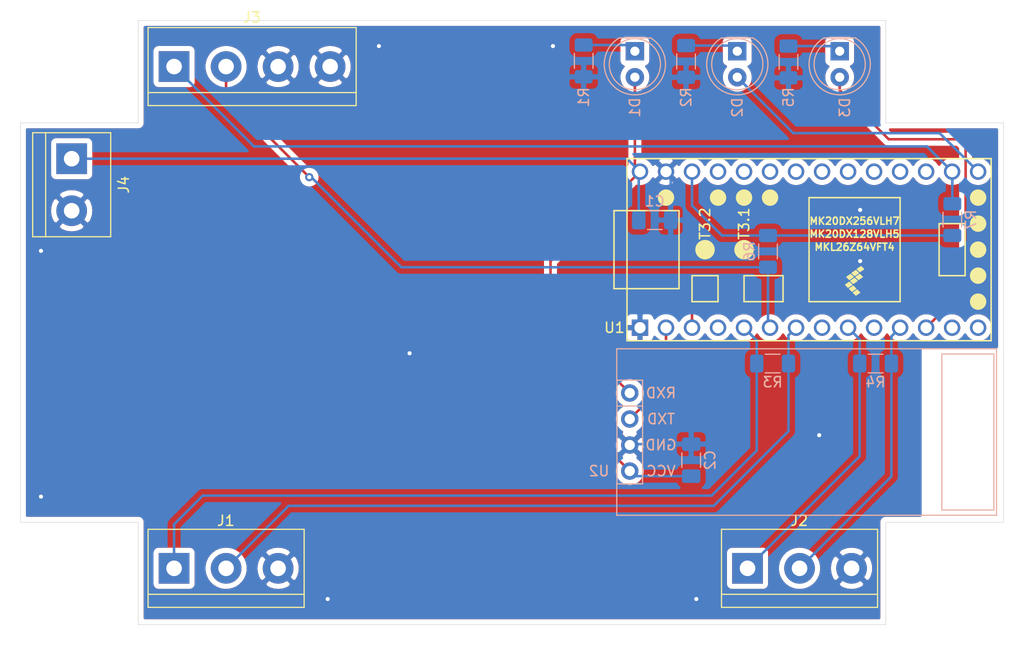
<source format=kicad_pcb>
(kicad_pcb (version 20171130) (host pcbnew 5.1.10-88a1d61d58~88~ubuntu18.04.1)

  (general
    (thickness 1.6)
    (drawings 24)
    (tracks 86)
    (zones 0)
    (modules 18)
    (nets 40)
  )

  (page A4)
  (layers
    (0 F.Cu signal)
    (31 B.Cu signal)
    (32 B.Adhes user)
    (33 F.Adhes user)
    (34 B.Paste user)
    (35 F.Paste user)
    (36 B.SilkS user)
    (37 F.SilkS user)
    (38 B.Mask user)
    (39 F.Mask user)
    (40 Dwgs.User user)
    (41 Cmts.User user)
    (42 Eco1.User user)
    (43 Eco2.User user)
    (44 Edge.Cuts user)
    (45 Margin user)
    (46 B.CrtYd user)
    (47 F.CrtYd user)
    (48 B.Fab user hide)
    (49 F.Fab user hide)
  )

  (setup
    (last_trace_width 0.25)
    (trace_clearance 0.2)
    (zone_clearance 0.508)
    (zone_45_only no)
    (trace_min 0.2)
    (via_size 0.8)
    (via_drill 0.4)
    (via_min_size 0.4)
    (via_min_drill 0.3)
    (uvia_size 0.3)
    (uvia_drill 0.1)
    (uvias_allowed no)
    (uvia_min_size 0.2)
    (uvia_min_drill 0.1)
    (edge_width 0.05)
    (segment_width 0.2)
    (pcb_text_width 0.3)
    (pcb_text_size 1.5 1.5)
    (mod_edge_width 0.12)
    (mod_text_size 1 1)
    (mod_text_width 0.15)
    (pad_size 1.524 1.524)
    (pad_drill 0.762)
    (pad_to_mask_clearance 0.051)
    (solder_mask_min_width 0.25)
    (aux_axis_origin 0 0)
    (visible_elements FFFFFF7F)
    (pcbplotparams
      (layerselection 0x010fc_ffffffff)
      (usegerberextensions false)
      (usegerberattributes true)
      (usegerberadvancedattributes true)
      (creategerberjobfile true)
      (excludeedgelayer true)
      (linewidth 0.100000)
      (plotframeref false)
      (viasonmask false)
      (mode 1)
      (useauxorigin false)
      (hpglpennumber 1)
      (hpglpenspeed 20)
      (hpglpendiameter 15.000000)
      (psnegative false)
      (psa4output false)
      (plotreference true)
      (plotvalue true)
      (plotinvisibletext false)
      (padsonsilk false)
      (subtractmaskfromsilk false)
      (outputformat 1)
      (mirror false)
      (drillshape 1)
      (scaleselection 1)
      (outputdirectory ""))
  )

  (net 0 "")
  (net 1 +5V)
  (net 2 GND)
  (net 3 "Net-(D1-Pad1)")
  (net 4 "Net-(D2-Pad2)")
  (net 5 "Net-(D2-Pad1)")
  (net 6 "Net-(D3-Pad1)")
  (net 7 "Net-(D3-Pad2)")
  (net 8 "Net-(J1-Pad2)")
  (net 9 "Net-(J1-Pad1)")
  (net 10 "Net-(J2-Pad1)")
  (net 11 "Net-(J2-Pad2)")
  (net 12 "Net-(J3-Pad2)")
  (net 13 "Net-(J3-Pad1)")
  (net 14 "Net-(R6-Pad1)")
  (net 15 "Net-(U1-Pad17)")
  (net 16 "Net-(U1-Pad18)")
  (net 17 "Net-(U1-Pad19)")
  (net 18 "Net-(U1-Pad16)")
  (net 19 "Net-(U1-Pad15)")
  (net 20 "Net-(U1-Pad14)")
  (net 21 "Net-(U1-Pad22)")
  (net 22 "Net-(U1-Pad23)")
  (net 23 "Net-(U1-Pad24)")
  (net 24 "Net-(U1-Pad25)")
  (net 25 "Net-(U1-Pad26)")
  (net 26 "Net-(U1-Pad27)")
  (net 27 "Net-(U1-Pad28)")
  (net 28 "Net-(U1-Pad29)")
  (net 29 "Net-(U1-Pad30)")
  (net 30 "Net-(U1-Pad34)")
  (net 31 "Net-(U1-Pad35)")
  (net 32 "Net-(U1-Pad36)")
  (net 33 "Net-(U1-Pad37)")
  (net 34 "Net-(U1-Pad13)")
  (net 35 "Net-(U1-Pad10)")
  (net 36 "Net-(U1-Pad8)")
  (net 37 "Net-(U1-Pad4)")
  (net 38 "Net-(U1-Pad3)")
  (net 39 "Net-(U1-Pad2)")

  (net_class Default "This is the default net class."
    (clearance 0.2)
    (trace_width 0.25)
    (via_dia 0.8)
    (via_drill 0.4)
    (uvia_dia 0.3)
    (uvia_drill 0.1)
    (add_net +5V)
    (add_net GND)
    (add_net "Net-(D1-Pad1)")
    (add_net "Net-(D2-Pad1)")
    (add_net "Net-(D2-Pad2)")
    (add_net "Net-(D3-Pad1)")
    (add_net "Net-(D3-Pad2)")
    (add_net "Net-(J1-Pad1)")
    (add_net "Net-(J1-Pad2)")
    (add_net "Net-(J2-Pad1)")
    (add_net "Net-(J2-Pad2)")
    (add_net "Net-(J3-Pad1)")
    (add_net "Net-(J3-Pad2)")
    (add_net "Net-(R6-Pad1)")
    (add_net "Net-(U1-Pad10)")
    (add_net "Net-(U1-Pad13)")
    (add_net "Net-(U1-Pad14)")
    (add_net "Net-(U1-Pad15)")
    (add_net "Net-(U1-Pad16)")
    (add_net "Net-(U1-Pad17)")
    (add_net "Net-(U1-Pad18)")
    (add_net "Net-(U1-Pad19)")
    (add_net "Net-(U1-Pad2)")
    (add_net "Net-(U1-Pad22)")
    (add_net "Net-(U1-Pad23)")
    (add_net "Net-(U1-Pad24)")
    (add_net "Net-(U1-Pad25)")
    (add_net "Net-(U1-Pad26)")
    (add_net "Net-(U1-Pad27)")
    (add_net "Net-(U1-Pad28)")
    (add_net "Net-(U1-Pad29)")
    (add_net "Net-(U1-Pad3)")
    (add_net "Net-(U1-Pad30)")
    (add_net "Net-(U1-Pad34)")
    (add_net "Net-(U1-Pad35)")
    (add_net "Net-(U1-Pad36)")
    (add_net "Net-(U1-Pad37)")
    (add_net "Net-(U1-Pad4)")
    (add_net "Net-(U1-Pad8)")
  )

  (module Capacitor_SMD:C_1206_3216Metric_Pad1.33x1.80mm_HandSolder (layer B.Cu) (tedit 5F68FEEF) (tstamp 608F319F)
    (at 163.9375 90 180)
    (descr "Capacitor SMD 1206 (3216 Metric), square (rectangular) end terminal, IPC_7351 nominal with elongated pad for handsoldering. (Body size source: IPC-SM-782 page 76, https://www.pcb-3d.com/wordpress/wp-content/uploads/ipc-sm-782a_amendment_1_and_2.pdf), generated with kicad-footprint-generator")
    (tags "capacitor handsolder")
    (path /5E0B2B99)
    (attr smd)
    (fp_text reference C1 (at 0 1.85) (layer B.SilkS)
      (effects (font (size 1 1) (thickness 0.15)) (justify mirror))
    )
    (fp_text value 1uF (at 0 -1.85) (layer B.Fab)
      (effects (font (size 1 1) (thickness 0.15)) (justify mirror))
    )
    (fp_text user %R (at 0 0) (layer B.Fab)
      (effects (font (size 0.8 0.8) (thickness 0.12)) (justify mirror))
    )
    (fp_line (start -1.6 -0.8) (end -1.6 0.8) (layer B.Fab) (width 0.1))
    (fp_line (start -1.6 0.8) (end 1.6 0.8) (layer B.Fab) (width 0.1))
    (fp_line (start 1.6 0.8) (end 1.6 -0.8) (layer B.Fab) (width 0.1))
    (fp_line (start 1.6 -0.8) (end -1.6 -0.8) (layer B.Fab) (width 0.1))
    (fp_line (start -0.711252 0.91) (end 0.711252 0.91) (layer B.SilkS) (width 0.12))
    (fp_line (start -0.711252 -0.91) (end 0.711252 -0.91) (layer B.SilkS) (width 0.12))
    (fp_line (start -2.48 -1.15) (end -2.48 1.15) (layer B.CrtYd) (width 0.05))
    (fp_line (start -2.48 1.15) (end 2.48 1.15) (layer B.CrtYd) (width 0.05))
    (fp_line (start 2.48 1.15) (end 2.48 -1.15) (layer B.CrtYd) (width 0.05))
    (fp_line (start 2.48 -1.15) (end -2.48 -1.15) (layer B.CrtYd) (width 0.05))
    (pad 2 smd roundrect (at 1.5625 0 180) (size 1.325 1.8) (layers B.Cu B.Paste B.Mask) (roundrect_rratio 0.188679)
      (net 1 +5V))
    (pad 1 smd roundrect (at -1.5625 0 180) (size 1.325 1.8) (layers B.Cu B.Paste B.Mask) (roundrect_rratio 0.188679)
      (net 2 GND))
    (model ${KISYS3DMOD}/Capacitor_SMD.3dshapes/C_1206_3216Metric.wrl
      (at (xyz 0 0 0))
      (scale (xyz 1 1 1))
      (rotate (xyz 0 0 0))
    )
  )

  (module Capacitor_SMD:C_1206_3216Metric_Pad1.33x1.80mm_HandSolder (layer B.Cu) (tedit 5F68FEEF) (tstamp 608F31B0)
    (at 167.5 113.4375 90)
    (descr "Capacitor SMD 1206 (3216 Metric), square (rectangular) end terminal, IPC_7351 nominal with elongated pad for handsoldering. (Body size source: IPC-SM-782 page 76, https://www.pcb-3d.com/wordpress/wp-content/uploads/ipc-sm-782a_amendment_1_and_2.pdf), generated with kicad-footprint-generator")
    (tags "capacitor handsolder")
    (path /608FE08F)
    (attr smd)
    (fp_text reference C2 (at 0 1.85 90) (layer B.SilkS)
      (effects (font (size 1 1) (thickness 0.15)) (justify mirror))
    )
    (fp_text value 1uF (at 0 -1.85 90) (layer B.Fab)
      (effects (font (size 1 1) (thickness 0.15)) (justify mirror))
    )
    (fp_line (start 2.48 -1.15) (end -2.48 -1.15) (layer B.CrtYd) (width 0.05))
    (fp_line (start 2.48 1.15) (end 2.48 -1.15) (layer B.CrtYd) (width 0.05))
    (fp_line (start -2.48 1.15) (end 2.48 1.15) (layer B.CrtYd) (width 0.05))
    (fp_line (start -2.48 -1.15) (end -2.48 1.15) (layer B.CrtYd) (width 0.05))
    (fp_line (start -0.711252 -0.91) (end 0.711252 -0.91) (layer B.SilkS) (width 0.12))
    (fp_line (start -0.711252 0.91) (end 0.711252 0.91) (layer B.SilkS) (width 0.12))
    (fp_line (start 1.6 -0.8) (end -1.6 -0.8) (layer B.Fab) (width 0.1))
    (fp_line (start 1.6 0.8) (end 1.6 -0.8) (layer B.Fab) (width 0.1))
    (fp_line (start -1.6 0.8) (end 1.6 0.8) (layer B.Fab) (width 0.1))
    (fp_line (start -1.6 -0.8) (end -1.6 0.8) (layer B.Fab) (width 0.1))
    (fp_text user %R (at 0 0 90) (layer B.Fab)
      (effects (font (size 0.8 0.8) (thickness 0.12)) (justify mirror))
    )
    (pad 1 smd roundrect (at -1.5625 0 90) (size 1.325 1.8) (layers B.Cu B.Paste B.Mask) (roundrect_rratio 0.188679)
      (net 1 +5V))
    (pad 2 smd roundrect (at 1.5625 0 90) (size 1.325 1.8) (layers B.Cu B.Paste B.Mask) (roundrect_rratio 0.188679)
      (net 2 GND))
    (model ${KISYS3DMOD}/Capacitor_SMD.3dshapes/C_1206_3216Metric.wrl
      (at (xyz 0 0 0))
      (scale (xyz 1 1 1))
      (rotate (xyz 0 0 0))
    )
  )

  (module LED_THT:LED_D5.0mm (layer B.Cu) (tedit 5995936A) (tstamp 608F31C2)
    (at 162 73.5 270)
    (descr "LED, diameter 5.0mm, 2 pins, http://cdn-reichelt.de/documents/datenblatt/A500/LL-504BC2E-009.pdf")
    (tags "LED diameter 5.0mm 2 pins")
    (path /5E10E0F0)
    (fp_text reference D1 (at 5.5 0 270) (layer B.SilkS)
      (effects (font (size 1 1) (thickness 0.15)) (justify mirror))
    )
    (fp_text value LED (at 1.27 -3.96 270) (layer B.Fab)
      (effects (font (size 1 1) (thickness 0.15)) (justify mirror))
    )
    (fp_line (start 4.5 3.25) (end -1.95 3.25) (layer B.CrtYd) (width 0.05))
    (fp_line (start 4.5 -3.25) (end 4.5 3.25) (layer B.CrtYd) (width 0.05))
    (fp_line (start -1.95 -3.25) (end 4.5 -3.25) (layer B.CrtYd) (width 0.05))
    (fp_line (start -1.95 3.25) (end -1.95 -3.25) (layer B.CrtYd) (width 0.05))
    (fp_line (start -1.29 1.545) (end -1.29 -1.545) (layer B.SilkS) (width 0.12))
    (fp_line (start -1.23 1.469694) (end -1.23 -1.469694) (layer B.Fab) (width 0.1))
    (fp_circle (center 1.27 0) (end 3.77 0) (layer B.SilkS) (width 0.12))
    (fp_circle (center 1.27 0) (end 3.77 0) (layer B.Fab) (width 0.1))
    (fp_arc (start 1.27 0) (end -1.23 1.469694) (angle -299.1) (layer B.Fab) (width 0.1))
    (fp_arc (start 1.27 0) (end -1.29 1.54483) (angle -148.9) (layer B.SilkS) (width 0.12))
    (fp_arc (start 1.27 0) (end -1.29 -1.54483) (angle 148.9) (layer B.SilkS) (width 0.12))
    (fp_text user %R (at 1.25 0 270) (layer B.Fab)
      (effects (font (size 0.8 0.8) (thickness 0.2)) (justify mirror))
    )
    (pad 1 thru_hole rect (at 0 0 270) (size 1.8 1.8) (drill 0.9) (layers *.Cu *.Mask)
      (net 3 "Net-(D1-Pad1)"))
    (pad 2 thru_hole circle (at 2.54 0 270) (size 1.8 1.8) (drill 0.9) (layers *.Cu *.Mask)
      (net 1 +5V))
    (model ${KISYS3DMOD}/LED_THT.3dshapes/LED_D5.0mm.wrl
      (at (xyz 0 0 0))
      (scale (xyz 1 1 1))
      (rotate (xyz 0 0 0))
    )
  )

  (module LED_THT:LED_D5.0mm (layer B.Cu) (tedit 5995936A) (tstamp 608F31D4)
    (at 172 73.5 270)
    (descr "LED, diameter 5.0mm, 2 pins, http://cdn-reichelt.de/documents/datenblatt/A500/LL-504BC2E-009.pdf")
    (tags "LED diameter 5.0mm 2 pins")
    (path /5E56B921)
    (fp_text reference D2 (at 5.5 0 270) (layer B.SilkS)
      (effects (font (size 1 1) (thickness 0.15)) (justify mirror))
    )
    (fp_text value LED (at 1.27 -3.96 270) (layer B.Fab)
      (effects (font (size 1 1) (thickness 0.15)) (justify mirror))
    )
    (fp_text user %R (at 1.25 0 270) (layer B.Fab)
      (effects (font (size 0.8 0.8) (thickness 0.2)) (justify mirror))
    )
    (fp_arc (start 1.27 0) (end -1.29 -1.54483) (angle 148.9) (layer B.SilkS) (width 0.12))
    (fp_arc (start 1.27 0) (end -1.29 1.54483) (angle -148.9) (layer B.SilkS) (width 0.12))
    (fp_arc (start 1.27 0) (end -1.23 1.469694) (angle -299.1) (layer B.Fab) (width 0.1))
    (fp_circle (center 1.27 0) (end 3.77 0) (layer B.Fab) (width 0.1))
    (fp_circle (center 1.27 0) (end 3.77 0) (layer B.SilkS) (width 0.12))
    (fp_line (start -1.23 1.469694) (end -1.23 -1.469694) (layer B.Fab) (width 0.1))
    (fp_line (start -1.29 1.545) (end -1.29 -1.545) (layer B.SilkS) (width 0.12))
    (fp_line (start -1.95 3.25) (end -1.95 -3.25) (layer B.CrtYd) (width 0.05))
    (fp_line (start -1.95 -3.25) (end 4.5 -3.25) (layer B.CrtYd) (width 0.05))
    (fp_line (start 4.5 -3.25) (end 4.5 3.25) (layer B.CrtYd) (width 0.05))
    (fp_line (start 4.5 3.25) (end -1.95 3.25) (layer B.CrtYd) (width 0.05))
    (pad 2 thru_hole circle (at 2.54 0 270) (size 1.8 1.8) (drill 0.9) (layers *.Cu *.Mask)
      (net 4 "Net-(D2-Pad2)"))
    (pad 1 thru_hole rect (at 0 0 270) (size 1.8 1.8) (drill 0.9) (layers *.Cu *.Mask)
      (net 5 "Net-(D2-Pad1)"))
    (model ${KISYS3DMOD}/LED_THT.3dshapes/LED_D5.0mm.wrl
      (at (xyz 0 0 0))
      (scale (xyz 1 1 1))
      (rotate (xyz 0 0 0))
    )
  )

  (module LED_THT:LED_D5.0mm (layer B.Cu) (tedit 5995936A) (tstamp 608F31E6)
    (at 182 73.5 270)
    (descr "LED, diameter 5.0mm, 2 pins, http://cdn-reichelt.de/documents/datenblatt/A500/LL-504BC2E-009.pdf")
    (tags "LED diameter 5.0mm 2 pins")
    (path /60926479)
    (fp_text reference D3 (at 5.5 -0.5 270) (layer B.SilkS)
      (effects (font (size 1 1) (thickness 0.15)) (justify mirror))
    )
    (fp_text value LED (at 1.27 -3.96 270) (layer B.Fab)
      (effects (font (size 1 1) (thickness 0.15)) (justify mirror))
    )
    (fp_line (start 4.5 3.25) (end -1.95 3.25) (layer B.CrtYd) (width 0.05))
    (fp_line (start 4.5 -3.25) (end 4.5 3.25) (layer B.CrtYd) (width 0.05))
    (fp_line (start -1.95 -3.25) (end 4.5 -3.25) (layer B.CrtYd) (width 0.05))
    (fp_line (start -1.95 3.25) (end -1.95 -3.25) (layer B.CrtYd) (width 0.05))
    (fp_line (start -1.29 1.545) (end -1.29 -1.545) (layer B.SilkS) (width 0.12))
    (fp_line (start -1.23 1.469694) (end -1.23 -1.469694) (layer B.Fab) (width 0.1))
    (fp_circle (center 1.27 0) (end 3.77 0) (layer B.SilkS) (width 0.12))
    (fp_circle (center 1.27 0) (end 3.77 0) (layer B.Fab) (width 0.1))
    (fp_arc (start 1.27 0) (end -1.23 1.469694) (angle -299.1) (layer B.Fab) (width 0.1))
    (fp_arc (start 1.27 0) (end -1.29 1.54483) (angle -148.9) (layer B.SilkS) (width 0.12))
    (fp_arc (start 1.27 0) (end -1.29 -1.54483) (angle 148.9) (layer B.SilkS) (width 0.12))
    (fp_text user %R (at 1.25 0 270) (layer B.Fab)
      (effects (font (size 0.8 0.8) (thickness 0.2)) (justify mirror))
    )
    (pad 1 thru_hole rect (at 0 0 270) (size 1.8 1.8) (drill 0.9) (layers *.Cu *.Mask)
      (net 6 "Net-(D3-Pad1)"))
    (pad 2 thru_hole circle (at 2.54 0 270) (size 1.8 1.8) (drill 0.9) (layers *.Cu *.Mask)
      (net 7 "Net-(D3-Pad2)"))
    (model ${KISYS3DMOD}/LED_THT.3dshapes/LED_D5.0mm.wrl
      (at (xyz 0 0 0))
      (scale (xyz 1 1 1))
      (rotate (xyz 0 0 0))
    )
  )

  (module TerminalBlock:TerminalBlock_bornier-3_P5.08mm (layer F.Cu) (tedit 59FF03B9) (tstamp 608F31FC)
    (at 117 124)
    (descr "simple 3-pin terminal block, pitch 5.08mm, revamped version of bornier3")
    (tags "terminal block bornier3")
    (path /6091FA4C)
    (fp_text reference J1 (at 5.05 -4.65) (layer F.SilkS)
      (effects (font (size 1 1) (thickness 0.15)))
    )
    (fp_text value Screw_Terminal_01x03 (at 5.08 5.08) (layer F.Fab)
      (effects (font (size 1 1) (thickness 0.15)))
    )
    (fp_text user %R (at 5.08 0) (layer F.Fab)
      (effects (font (size 1 1) (thickness 0.15)))
    )
    (fp_line (start -2.47 2.55) (end 12.63 2.55) (layer F.Fab) (width 0.1))
    (fp_line (start -2.47 -3.75) (end 12.63 -3.75) (layer F.Fab) (width 0.1))
    (fp_line (start 12.63 -3.75) (end 12.63 3.75) (layer F.Fab) (width 0.1))
    (fp_line (start 12.63 3.75) (end -2.47 3.75) (layer F.Fab) (width 0.1))
    (fp_line (start -2.47 3.75) (end -2.47 -3.75) (layer F.Fab) (width 0.1))
    (fp_line (start -2.54 3.81) (end -2.54 -3.81) (layer F.SilkS) (width 0.12))
    (fp_line (start 12.7 3.81) (end 12.7 -3.81) (layer F.SilkS) (width 0.12))
    (fp_line (start -2.54 2.54) (end 12.7 2.54) (layer F.SilkS) (width 0.12))
    (fp_line (start -2.54 -3.81) (end 12.7 -3.81) (layer F.SilkS) (width 0.12))
    (fp_line (start -2.54 3.81) (end 12.7 3.81) (layer F.SilkS) (width 0.12))
    (fp_line (start -2.72 -4) (end 12.88 -4) (layer F.CrtYd) (width 0.05))
    (fp_line (start -2.72 -4) (end -2.72 4) (layer F.CrtYd) (width 0.05))
    (fp_line (start 12.88 4) (end 12.88 -4) (layer F.CrtYd) (width 0.05))
    (fp_line (start 12.88 4) (end -2.72 4) (layer F.CrtYd) (width 0.05))
    (pad 3 thru_hole circle (at 10.16 0) (size 3 3) (drill 1.52) (layers *.Cu *.Mask)
      (net 2 GND))
    (pad 2 thru_hole circle (at 5.08 0) (size 3 3) (drill 1.52) (layers *.Cu *.Mask)
      (net 8 "Net-(J1-Pad2)"))
    (pad 1 thru_hole rect (at 0 0) (size 3 3) (drill 1.52) (layers *.Cu *.Mask)
      (net 9 "Net-(J1-Pad1)"))
    (model ${KISYS3DMOD}/TerminalBlock.3dshapes/TerminalBlock_bornier-3_P5.08mm.wrl
      (offset (xyz 5.079999923706055 0 0))
      (scale (xyz 1 1 1))
      (rotate (xyz 0 0 0))
    )
  )

  (module TerminalBlock:TerminalBlock_bornier-3_P5.08mm (layer F.Cu) (tedit 59FF03B9) (tstamp 608F3212)
    (at 173 124)
    (descr "simple 3-pin terminal block, pitch 5.08mm, revamped version of bornier3")
    (tags "terminal block bornier3")
    (path /6092FF6B)
    (fp_text reference J2 (at 5.05 -4.65) (layer F.SilkS)
      (effects (font (size 1 1) (thickness 0.15)))
    )
    (fp_text value Screw_Terminal_01x03 (at 5.08 5.08) (layer F.Fab)
      (effects (font (size 1 1) (thickness 0.15)))
    )
    (fp_line (start 12.88 4) (end -2.72 4) (layer F.CrtYd) (width 0.05))
    (fp_line (start 12.88 4) (end 12.88 -4) (layer F.CrtYd) (width 0.05))
    (fp_line (start -2.72 -4) (end -2.72 4) (layer F.CrtYd) (width 0.05))
    (fp_line (start -2.72 -4) (end 12.88 -4) (layer F.CrtYd) (width 0.05))
    (fp_line (start -2.54 3.81) (end 12.7 3.81) (layer F.SilkS) (width 0.12))
    (fp_line (start -2.54 -3.81) (end 12.7 -3.81) (layer F.SilkS) (width 0.12))
    (fp_line (start -2.54 2.54) (end 12.7 2.54) (layer F.SilkS) (width 0.12))
    (fp_line (start 12.7 3.81) (end 12.7 -3.81) (layer F.SilkS) (width 0.12))
    (fp_line (start -2.54 3.81) (end -2.54 -3.81) (layer F.SilkS) (width 0.12))
    (fp_line (start -2.47 3.75) (end -2.47 -3.75) (layer F.Fab) (width 0.1))
    (fp_line (start 12.63 3.75) (end -2.47 3.75) (layer F.Fab) (width 0.1))
    (fp_line (start 12.63 -3.75) (end 12.63 3.75) (layer F.Fab) (width 0.1))
    (fp_line (start -2.47 -3.75) (end 12.63 -3.75) (layer F.Fab) (width 0.1))
    (fp_line (start -2.47 2.55) (end 12.63 2.55) (layer F.Fab) (width 0.1))
    (fp_text user %R (at 5.08 0) (layer F.Fab)
      (effects (font (size 1 1) (thickness 0.15)))
    )
    (pad 1 thru_hole rect (at 0 0) (size 3 3) (drill 1.52) (layers *.Cu *.Mask)
      (net 10 "Net-(J2-Pad1)"))
    (pad 2 thru_hole circle (at 5.08 0) (size 3 3) (drill 1.52) (layers *.Cu *.Mask)
      (net 11 "Net-(J2-Pad2)"))
    (pad 3 thru_hole circle (at 10.16 0) (size 3 3) (drill 1.52) (layers *.Cu *.Mask)
      (net 2 GND))
    (model ${KISYS3DMOD}/TerminalBlock.3dshapes/TerminalBlock_bornier-3_P5.08mm.wrl
      (offset (xyz 5.079999923706055 0 0))
      (scale (xyz 1 1 1))
      (rotate (xyz 0 0 0))
    )
  )

  (module TerminalBlock:TerminalBlock_bornier-4_P5.08mm (layer F.Cu) (tedit 59FF03D1) (tstamp 608F322A)
    (at 117 75)
    (descr "simple 4-pin terminal block, pitch 5.08mm, revamped version of bornier4")
    (tags "terminal block bornier4")
    (path /6093B5B9)
    (fp_text reference J3 (at 7.6 -4.8) (layer F.SilkS)
      (effects (font (size 1 1) (thickness 0.15)))
    )
    (fp_text value Screw_Terminal_01x04 (at 7.6 4.75) (layer F.Fab)
      (effects (font (size 1 1) (thickness 0.15)))
    )
    (fp_line (start 17.97 4) (end -2.73 4) (layer F.CrtYd) (width 0.05))
    (fp_line (start 17.97 4) (end 17.97 -4) (layer F.CrtYd) (width 0.05))
    (fp_line (start -2.73 -4) (end -2.73 4) (layer F.CrtYd) (width 0.05))
    (fp_line (start -2.73 -4) (end 17.97 -4) (layer F.CrtYd) (width 0.05))
    (fp_line (start -2.54 3.81) (end 17.78 3.81) (layer F.SilkS) (width 0.12))
    (fp_line (start -2.54 -3.81) (end 17.78 -3.81) (layer F.SilkS) (width 0.12))
    (fp_line (start 17.78 2.54) (end -2.54 2.54) (layer F.SilkS) (width 0.12))
    (fp_line (start 17.78 3.81) (end 17.78 -3.81) (layer F.SilkS) (width 0.12))
    (fp_line (start -2.54 -3.81) (end -2.54 3.81) (layer F.SilkS) (width 0.12))
    (fp_line (start 17.72 3.75) (end -2.43 3.75) (layer F.Fab) (width 0.1))
    (fp_line (start 17.72 -3.75) (end 17.72 3.75) (layer F.Fab) (width 0.1))
    (fp_line (start -2.48 -3.75) (end 17.72 -3.75) (layer F.Fab) (width 0.1))
    (fp_line (start -2.48 3.75) (end -2.48 -3.75) (layer F.Fab) (width 0.1))
    (fp_line (start -2.43 3.75) (end -2.48 3.75) (layer F.Fab) (width 0.1))
    (fp_line (start -2.48 2.55) (end 17.72 2.55) (layer F.Fab) (width 0.1))
    (fp_text user %R (at 7.62 0) (layer F.Fab)
      (effects (font (size 1 1) (thickness 0.15)))
    )
    (pad 2 thru_hole circle (at 5.08 0) (size 3 3) (drill 1.52) (layers *.Cu *.Mask)
      (net 12 "Net-(J3-Pad2)"))
    (pad 3 thru_hole circle (at 10.16 0) (size 3 3) (drill 1.52) (layers *.Cu *.Mask)
      (net 2 GND))
    (pad 1 thru_hole rect (at 0 0) (size 3 3) (drill 1.52) (layers *.Cu *.Mask)
      (net 13 "Net-(J3-Pad1)"))
    (pad 4 thru_hole circle (at 15.24 0) (size 3 3) (drill 1.52) (layers *.Cu *.Mask)
      (net 2 GND))
    (model ${KISYS3DMOD}/TerminalBlock.3dshapes/TerminalBlock_bornier-4_P5.08mm.wrl
      (offset (xyz 7.619999885559082 0 0))
      (scale (xyz 1 1 1))
      (rotate (xyz 0 0 0))
    )
  )

  (module TerminalBlock:TerminalBlock_bornier-2_P5.08mm (layer F.Cu) (tedit 59FF03AB) (tstamp 608F323F)
    (at 107 84 270)
    (descr "simple 2-pin terminal block, pitch 5.08mm, revamped version of bornier2")
    (tags "terminal block bornier2")
    (path /6090E253)
    (fp_text reference J4 (at 2.54 -5.08 90) (layer F.SilkS)
      (effects (font (size 1 1) (thickness 0.15)))
    )
    (fp_text value Screw_Terminal_01x02 (at 2.54 5.08 90) (layer F.Fab)
      (effects (font (size 1 1) (thickness 0.15)))
    )
    (fp_line (start 7.79 4) (end -2.71 4) (layer F.CrtYd) (width 0.05))
    (fp_line (start 7.79 4) (end 7.79 -4) (layer F.CrtYd) (width 0.05))
    (fp_line (start -2.71 -4) (end -2.71 4) (layer F.CrtYd) (width 0.05))
    (fp_line (start -2.71 -4) (end 7.79 -4) (layer F.CrtYd) (width 0.05))
    (fp_line (start -2.54 3.81) (end 7.62 3.81) (layer F.SilkS) (width 0.12))
    (fp_line (start -2.54 -3.81) (end -2.54 3.81) (layer F.SilkS) (width 0.12))
    (fp_line (start 7.62 -3.81) (end -2.54 -3.81) (layer F.SilkS) (width 0.12))
    (fp_line (start 7.62 3.81) (end 7.62 -3.81) (layer F.SilkS) (width 0.12))
    (fp_line (start 7.62 2.54) (end -2.54 2.54) (layer F.SilkS) (width 0.12))
    (fp_line (start 7.54 -3.75) (end -2.46 -3.75) (layer F.Fab) (width 0.1))
    (fp_line (start 7.54 3.75) (end 7.54 -3.75) (layer F.Fab) (width 0.1))
    (fp_line (start -2.46 3.75) (end 7.54 3.75) (layer F.Fab) (width 0.1))
    (fp_line (start -2.46 -3.75) (end -2.46 3.75) (layer F.Fab) (width 0.1))
    (fp_line (start -2.41 2.55) (end 7.49 2.55) (layer F.Fab) (width 0.1))
    (fp_text user %R (at 2.54 0 90) (layer F.Fab)
      (effects (font (size 1 1) (thickness 0.15)))
    )
    (pad 1 thru_hole rect (at 0 0 270) (size 3 3) (drill 1.52) (layers *.Cu *.Mask)
      (net 1 +5V))
    (pad 2 thru_hole circle (at 5.08 0 270) (size 3 3) (drill 1.52) (layers *.Cu *.Mask)
      (net 2 GND))
    (model ${KISYS3DMOD}/TerminalBlock.3dshapes/TerminalBlock_bornier-2_P5.08mm.wrl
      (offset (xyz 2.539999961853027 0 0))
      (scale (xyz 1 1 1))
      (rotate (xyz 0 0 0))
    )
  )

  (module Resistor_SMD:R_1206_3216Metric_Pad1.30x1.75mm_HandSolder (layer B.Cu) (tedit 5F68FEEE) (tstamp 608F3250)
    (at 157 74.45 90)
    (descr "Resistor SMD 1206 (3216 Metric), square (rectangular) end terminal, IPC_7351 nominal with elongated pad for handsoldering. (Body size source: IPC-SM-782 page 72, https://www.pcb-3d.com/wordpress/wp-content/uploads/ipc-sm-782a_amendment_1_and_2.pdf), generated with kicad-footprint-generator")
    (tags "resistor handsolder")
    (path /5E10E0F6)
    (attr smd)
    (fp_text reference R1 (at -3.55 0 270) (layer B.SilkS)
      (effects (font (size 1 1) (thickness 0.15)) (justify mirror))
    )
    (fp_text value 220 (at 0 -1.82 270) (layer B.Fab)
      (effects (font (size 1 1) (thickness 0.15)) (justify mirror))
    )
    (fp_line (start 2.45 -1.12) (end -2.45 -1.12) (layer B.CrtYd) (width 0.05))
    (fp_line (start 2.45 1.12) (end 2.45 -1.12) (layer B.CrtYd) (width 0.05))
    (fp_line (start -2.45 1.12) (end 2.45 1.12) (layer B.CrtYd) (width 0.05))
    (fp_line (start -2.45 -1.12) (end -2.45 1.12) (layer B.CrtYd) (width 0.05))
    (fp_line (start -0.727064 -0.91) (end 0.727064 -0.91) (layer B.SilkS) (width 0.12))
    (fp_line (start -0.727064 0.91) (end 0.727064 0.91) (layer B.SilkS) (width 0.12))
    (fp_line (start 1.6 -0.8) (end -1.6 -0.8) (layer B.Fab) (width 0.1))
    (fp_line (start 1.6 0.8) (end 1.6 -0.8) (layer B.Fab) (width 0.1))
    (fp_line (start -1.6 0.8) (end 1.6 0.8) (layer B.Fab) (width 0.1))
    (fp_line (start -1.6 -0.8) (end -1.6 0.8) (layer B.Fab) (width 0.1))
    (fp_text user %R (at 0 0 270) (layer B.Fab)
      (effects (font (size 0.8 0.8) (thickness 0.12)) (justify mirror))
    )
    (pad 1 smd roundrect (at -1.55 0 90) (size 1.3 1.75) (layers B.Cu B.Paste B.Mask) (roundrect_rratio 0.192308)
      (net 2 GND))
    (pad 2 smd roundrect (at 1.55 0 90) (size 1.3 1.75) (layers B.Cu B.Paste B.Mask) (roundrect_rratio 0.192308)
      (net 3 "Net-(D1-Pad1)"))
    (model ${KISYS3DMOD}/Resistor_SMD.3dshapes/R_1206_3216Metric.wrl
      (at (xyz 0 0 0))
      (scale (xyz 1 1 1))
      (rotate (xyz 0 0 0))
    )
  )

  (module Resistor_SMD:R_1206_3216Metric_Pad1.30x1.75mm_HandSolder (layer B.Cu) (tedit 5F68FEEE) (tstamp 608F3261)
    (at 167 74.5 90)
    (descr "Resistor SMD 1206 (3216 Metric), square (rectangular) end terminal, IPC_7351 nominal with elongated pad for handsoldering. (Body size source: IPC-SM-782 page 72, https://www.pcb-3d.com/wordpress/wp-content/uploads/ipc-sm-782a_amendment_1_and_2.pdf), generated with kicad-footprint-generator")
    (tags "resistor handsolder")
    (path /5E56B927)
    (attr smd)
    (fp_text reference R2 (at -3.5 0 90) (layer B.SilkS)
      (effects (font (size 1 1) (thickness 0.15)) (justify mirror))
    )
    (fp_text value 220 (at 0 -1.82 90) (layer B.Fab)
      (effects (font (size 1 1) (thickness 0.15)) (justify mirror))
    )
    (fp_text user %R (at 0 0 90) (layer B.Fab)
      (effects (font (size 0.8 0.8) (thickness 0.12)) (justify mirror))
    )
    (fp_line (start -1.6 -0.8) (end -1.6 0.8) (layer B.Fab) (width 0.1))
    (fp_line (start -1.6 0.8) (end 1.6 0.8) (layer B.Fab) (width 0.1))
    (fp_line (start 1.6 0.8) (end 1.6 -0.8) (layer B.Fab) (width 0.1))
    (fp_line (start 1.6 -0.8) (end -1.6 -0.8) (layer B.Fab) (width 0.1))
    (fp_line (start -0.727064 0.91) (end 0.727064 0.91) (layer B.SilkS) (width 0.12))
    (fp_line (start -0.727064 -0.91) (end 0.727064 -0.91) (layer B.SilkS) (width 0.12))
    (fp_line (start -2.45 -1.12) (end -2.45 1.12) (layer B.CrtYd) (width 0.05))
    (fp_line (start -2.45 1.12) (end 2.45 1.12) (layer B.CrtYd) (width 0.05))
    (fp_line (start 2.45 1.12) (end 2.45 -1.12) (layer B.CrtYd) (width 0.05))
    (fp_line (start 2.45 -1.12) (end -2.45 -1.12) (layer B.CrtYd) (width 0.05))
    (pad 2 smd roundrect (at 1.55 0 90) (size 1.3 1.75) (layers B.Cu B.Paste B.Mask) (roundrect_rratio 0.192308)
      (net 5 "Net-(D2-Pad1)"))
    (pad 1 smd roundrect (at -1.55 0 90) (size 1.3 1.75) (layers B.Cu B.Paste B.Mask) (roundrect_rratio 0.192308)
      (net 2 GND))
    (model ${KISYS3DMOD}/Resistor_SMD.3dshapes/R_1206_3216Metric.wrl
      (at (xyz 0 0 0))
      (scale (xyz 1 1 1))
      (rotate (xyz 0 0 0))
    )
  )

  (module Resistor_SMD:R_1206_3216Metric_Pad1.30x1.75mm_HandSolder (layer B.Cu) (tedit 5F68FEEE) (tstamp 608F3272)
    (at 175.45 104)
    (descr "Resistor SMD 1206 (3216 Metric), square (rectangular) end terminal, IPC_7351 nominal with elongated pad for handsoldering. (Body size source: IPC-SM-782 page 72, https://www.pcb-3d.com/wordpress/wp-content/uploads/ipc-sm-782a_amendment_1_and_2.pdf), generated with kicad-footprint-generator")
    (tags "resistor handsolder")
    (path /609202EC)
    (attr smd)
    (fp_text reference R3 (at 0 1.82) (layer B.SilkS)
      (effects (font (size 1 1) (thickness 0.15)) (justify mirror))
    )
    (fp_text value 10k (at 0 -1.82) (layer B.Fab)
      (effects (font (size 1 1) (thickness 0.15)) (justify mirror))
    )
    (fp_line (start 2.45 -1.12) (end -2.45 -1.12) (layer B.CrtYd) (width 0.05))
    (fp_line (start 2.45 1.12) (end 2.45 -1.12) (layer B.CrtYd) (width 0.05))
    (fp_line (start -2.45 1.12) (end 2.45 1.12) (layer B.CrtYd) (width 0.05))
    (fp_line (start -2.45 -1.12) (end -2.45 1.12) (layer B.CrtYd) (width 0.05))
    (fp_line (start -0.727064 -0.91) (end 0.727064 -0.91) (layer B.SilkS) (width 0.12))
    (fp_line (start -0.727064 0.91) (end 0.727064 0.91) (layer B.SilkS) (width 0.12))
    (fp_line (start 1.6 -0.8) (end -1.6 -0.8) (layer B.Fab) (width 0.1))
    (fp_line (start 1.6 0.8) (end 1.6 -0.8) (layer B.Fab) (width 0.1))
    (fp_line (start -1.6 0.8) (end 1.6 0.8) (layer B.Fab) (width 0.1))
    (fp_line (start -1.6 -0.8) (end -1.6 0.8) (layer B.Fab) (width 0.1))
    (fp_text user %R (at 0 0) (layer B.Fab)
      (effects (font (size 0.8 0.8) (thickness 0.12)) (justify mirror))
    )
    (pad 1 smd roundrect (at -1.55 0) (size 1.3 1.75) (layers B.Cu B.Paste B.Mask) (roundrect_rratio 0.192308)
      (net 9 "Net-(J1-Pad1)"))
    (pad 2 smd roundrect (at 1.55 0) (size 1.3 1.75) (layers B.Cu B.Paste B.Mask) (roundrect_rratio 0.192308)
      (net 8 "Net-(J1-Pad2)"))
    (model ${KISYS3DMOD}/Resistor_SMD.3dshapes/R_1206_3216Metric.wrl
      (at (xyz 0 0 0))
      (scale (xyz 1 1 1))
      (rotate (xyz 0 0 0))
    )
  )

  (module Resistor_SMD:R_1206_3216Metric_Pad1.30x1.75mm_HandSolder (layer B.Cu) (tedit 5F68FEEE) (tstamp 608F3283)
    (at 185.5 104)
    (descr "Resistor SMD 1206 (3216 Metric), square (rectangular) end terminal, IPC_7351 nominal with elongated pad for handsoldering. (Body size source: IPC-SM-782 page 72, https://www.pcb-3d.com/wordpress/wp-content/uploads/ipc-sm-782a_amendment_1_and_2.pdf), generated with kicad-footprint-generator")
    (tags "resistor handsolder")
    (path /6092FF71)
    (attr smd)
    (fp_text reference R4 (at 0 1.82) (layer B.SilkS)
      (effects (font (size 1 1) (thickness 0.15)) (justify mirror))
    )
    (fp_text value 10k (at 0 -1.82) (layer B.Fab)
      (effects (font (size 1 1) (thickness 0.15)) (justify mirror))
    )
    (fp_line (start 2.45 -1.12) (end -2.45 -1.12) (layer B.CrtYd) (width 0.05))
    (fp_line (start 2.45 1.12) (end 2.45 -1.12) (layer B.CrtYd) (width 0.05))
    (fp_line (start -2.45 1.12) (end 2.45 1.12) (layer B.CrtYd) (width 0.05))
    (fp_line (start -2.45 -1.12) (end -2.45 1.12) (layer B.CrtYd) (width 0.05))
    (fp_line (start -0.727064 -0.91) (end 0.727064 -0.91) (layer B.SilkS) (width 0.12))
    (fp_line (start -0.727064 0.91) (end 0.727064 0.91) (layer B.SilkS) (width 0.12))
    (fp_line (start 1.6 -0.8) (end -1.6 -0.8) (layer B.Fab) (width 0.1))
    (fp_line (start 1.6 0.8) (end 1.6 -0.8) (layer B.Fab) (width 0.1))
    (fp_line (start -1.6 0.8) (end 1.6 0.8) (layer B.Fab) (width 0.1))
    (fp_line (start -1.6 -0.8) (end -1.6 0.8) (layer B.Fab) (width 0.1))
    (fp_text user %R (at 0 0) (layer B.Fab)
      (effects (font (size 0.8 0.8) (thickness 0.12)) (justify mirror))
    )
    (pad 1 smd roundrect (at -1.55 0) (size 1.3 1.75) (layers B.Cu B.Paste B.Mask) (roundrect_rratio 0.192308)
      (net 10 "Net-(J2-Pad1)"))
    (pad 2 smd roundrect (at 1.55 0) (size 1.3 1.75) (layers B.Cu B.Paste B.Mask) (roundrect_rratio 0.192308)
      (net 11 "Net-(J2-Pad2)"))
    (model ${KISYS3DMOD}/Resistor_SMD.3dshapes/R_1206_3216Metric.wrl
      (at (xyz 0 0 0))
      (scale (xyz 1 1 1))
      (rotate (xyz 0 0 0))
    )
  )

  (module Resistor_SMD:R_1206_3216Metric_Pad1.30x1.75mm_HandSolder (layer B.Cu) (tedit 5F68FEEE) (tstamp 608F3294)
    (at 177 74.55 90)
    (descr "Resistor SMD 1206 (3216 Metric), square (rectangular) end terminal, IPC_7351 nominal with elongated pad for handsoldering. (Body size source: IPC-SM-782 page 72, https://www.pcb-3d.com/wordpress/wp-content/uploads/ipc-sm-782a_amendment_1_and_2.pdf), generated with kicad-footprint-generator")
    (tags "resistor handsolder")
    (path /6092647F)
    (attr smd)
    (fp_text reference R5 (at -3.45 0 90) (layer B.SilkS)
      (effects (font (size 1 1) (thickness 0.15)) (justify mirror))
    )
    (fp_text value 220 (at 0 -1.82 90) (layer B.Fab)
      (effects (font (size 1 1) (thickness 0.15)) (justify mirror))
    )
    (fp_text user %R (at 0 0 90) (layer B.Fab)
      (effects (font (size 0.8 0.8) (thickness 0.12)) (justify mirror))
    )
    (fp_line (start -1.6 -0.8) (end -1.6 0.8) (layer B.Fab) (width 0.1))
    (fp_line (start -1.6 0.8) (end 1.6 0.8) (layer B.Fab) (width 0.1))
    (fp_line (start 1.6 0.8) (end 1.6 -0.8) (layer B.Fab) (width 0.1))
    (fp_line (start 1.6 -0.8) (end -1.6 -0.8) (layer B.Fab) (width 0.1))
    (fp_line (start -0.727064 0.91) (end 0.727064 0.91) (layer B.SilkS) (width 0.12))
    (fp_line (start -0.727064 -0.91) (end 0.727064 -0.91) (layer B.SilkS) (width 0.12))
    (fp_line (start -2.45 -1.12) (end -2.45 1.12) (layer B.CrtYd) (width 0.05))
    (fp_line (start -2.45 1.12) (end 2.45 1.12) (layer B.CrtYd) (width 0.05))
    (fp_line (start 2.45 1.12) (end 2.45 -1.12) (layer B.CrtYd) (width 0.05))
    (fp_line (start 2.45 -1.12) (end -2.45 -1.12) (layer B.CrtYd) (width 0.05))
    (pad 2 smd roundrect (at 1.55 0 90) (size 1.3 1.75) (layers B.Cu B.Paste B.Mask) (roundrect_rratio 0.192308)
      (net 6 "Net-(D3-Pad1)"))
    (pad 1 smd roundrect (at -1.55 0 90) (size 1.3 1.75) (layers B.Cu B.Paste B.Mask) (roundrect_rratio 0.192308)
      (net 2 GND))
    (model ${KISYS3DMOD}/Resistor_SMD.3dshapes/R_1206_3216Metric.wrl
      (at (xyz 0 0 0))
      (scale (xyz 1 1 1))
      (rotate (xyz 0 0 0))
    )
  )

  (module Resistor_SMD:R_1206_3216Metric_Pad1.30x1.75mm_HandSolder (layer B.Cu) (tedit 5F68FEEE) (tstamp 608F32A5)
    (at 175 93.05 270)
    (descr "Resistor SMD 1206 (3216 Metric), square (rectangular) end terminal, IPC_7351 nominal with elongated pad for handsoldering. (Body size source: IPC-SM-782 page 72, https://www.pcb-3d.com/wordpress/wp-content/uploads/ipc-sm-782a_amendment_1_and_2.pdf), generated with kicad-footprint-generator")
    (tags "resistor handsolder")
    (path /609486EE)
    (attr smd)
    (fp_text reference R6 (at 0 1.82 90) (layer B.SilkS)
      (effects (font (size 1 1) (thickness 0.15)) (justify mirror))
    )
    (fp_text value 10k (at 0 -1.82 90) (layer B.Fab)
      (effects (font (size 1 1) (thickness 0.15)) (justify mirror))
    )
    (fp_line (start 2.45 -1.12) (end -2.45 -1.12) (layer B.CrtYd) (width 0.05))
    (fp_line (start 2.45 1.12) (end 2.45 -1.12) (layer B.CrtYd) (width 0.05))
    (fp_line (start -2.45 1.12) (end 2.45 1.12) (layer B.CrtYd) (width 0.05))
    (fp_line (start -2.45 -1.12) (end -2.45 1.12) (layer B.CrtYd) (width 0.05))
    (fp_line (start -0.727064 -0.91) (end 0.727064 -0.91) (layer B.SilkS) (width 0.12))
    (fp_line (start -0.727064 0.91) (end 0.727064 0.91) (layer B.SilkS) (width 0.12))
    (fp_line (start 1.6 -0.8) (end -1.6 -0.8) (layer B.Fab) (width 0.1))
    (fp_line (start 1.6 0.8) (end 1.6 -0.8) (layer B.Fab) (width 0.1))
    (fp_line (start -1.6 0.8) (end 1.6 0.8) (layer B.Fab) (width 0.1))
    (fp_line (start -1.6 -0.8) (end -1.6 0.8) (layer B.Fab) (width 0.1))
    (fp_text user %R (at 0 0 90) (layer B.Fab)
      (effects (font (size 0.8 0.8) (thickness 0.12)) (justify mirror))
    )
    (pad 1 smd roundrect (at -1.55 0 270) (size 1.3 1.75) (layers B.Cu B.Paste B.Mask) (roundrect_rratio 0.192308)
      (net 14 "Net-(R6-Pad1)"))
    (pad 2 smd roundrect (at 1.55 0 270) (size 1.3 1.75) (layers B.Cu B.Paste B.Mask) (roundrect_rratio 0.192308)
      (net 12 "Net-(J3-Pad2)"))
    (model ${KISYS3DMOD}/Resistor_SMD.3dshapes/R_1206_3216Metric.wrl
      (at (xyz 0 0 0))
      (scale (xyz 1 1 1))
      (rotate (xyz 0 0 0))
    )
  )

  (module Resistor_SMD:R_1206_3216Metric_Pad1.30x1.75mm_HandSolder (layer B.Cu) (tedit 5F68FEEE) (tstamp 608F32B6)
    (at 193 89.95 90)
    (descr "Resistor SMD 1206 (3216 Metric), square (rectangular) end terminal, IPC_7351 nominal with elongated pad for handsoldering. (Body size source: IPC-SM-782 page 72, https://www.pcb-3d.com/wordpress/wp-content/uploads/ipc-sm-782a_amendment_1_and_2.pdf), generated with kicad-footprint-generator")
    (tags "resistor handsolder")
    (path /60940A3C)
    (attr smd)
    (fp_text reference R7 (at 0 1.82 90) (layer B.SilkS)
      (effects (font (size 1 1) (thickness 0.15)) (justify mirror))
    )
    (fp_text value 10k (at 0 -1.82 90) (layer B.Fab)
      (effects (font (size 1 1) (thickness 0.15)) (justify mirror))
    )
    (fp_text user %R (at 0 0 90) (layer B.Fab)
      (effects (font (size 0.8 0.8) (thickness 0.12)) (justify mirror))
    )
    (fp_line (start -1.6 -0.8) (end -1.6 0.8) (layer B.Fab) (width 0.1))
    (fp_line (start -1.6 0.8) (end 1.6 0.8) (layer B.Fab) (width 0.1))
    (fp_line (start 1.6 0.8) (end 1.6 -0.8) (layer B.Fab) (width 0.1))
    (fp_line (start 1.6 -0.8) (end -1.6 -0.8) (layer B.Fab) (width 0.1))
    (fp_line (start -0.727064 0.91) (end 0.727064 0.91) (layer B.SilkS) (width 0.12))
    (fp_line (start -0.727064 -0.91) (end 0.727064 -0.91) (layer B.SilkS) (width 0.12))
    (fp_line (start -2.45 -1.12) (end -2.45 1.12) (layer B.CrtYd) (width 0.05))
    (fp_line (start -2.45 1.12) (end 2.45 1.12) (layer B.CrtYd) (width 0.05))
    (fp_line (start 2.45 1.12) (end 2.45 -1.12) (layer B.CrtYd) (width 0.05))
    (fp_line (start 2.45 -1.12) (end -2.45 -1.12) (layer B.CrtYd) (width 0.05))
    (pad 2 smd roundrect (at 1.55 0 90) (size 1.3 1.75) (layers B.Cu B.Paste B.Mask) (roundrect_rratio 0.192308)
      (net 13 "Net-(J3-Pad1)"))
    (pad 1 smd roundrect (at -1.55 0 90) (size 1.3 1.75) (layers B.Cu B.Paste B.Mask) (roundrect_rratio 0.192308)
      (net 14 "Net-(R6-Pad1)"))
    (model ${KISYS3DMOD}/Resistor_SMD.3dshapes/R_1206_3216Metric.wrl
      (at (xyz 0 0 0))
      (scale (xyz 1 1 1))
      (rotate (xyz 0 0 0))
    )
  )

  (module TeensyFootprints:Teensy30_31_32_LC (layer F.Cu) (tedit 5E381F57) (tstamp 608F3308)
    (at 179.01 92.88)
    (path /5E0FAE95)
    (fp_text reference U1 (at -19.01 7.62) (layer F.SilkS)
      (effects (font (size 1 1) (thickness 0.15)))
    )
    (fp_text value Teensy-LC (at 0 10.16) (layer F.Fab)
      (effects (font (size 1 1) (thickness 0.15)))
    )
    (fp_poly (pts (xy 4.826 2.921) (xy 4.572 2.667) (xy 4.953 2.413) (xy 5.207 2.667)) (layer F.SilkS) (width 0.1))
    (fp_poly (pts (xy 3.81 3.683) (xy 3.556 3.429) (xy 3.937 3.175) (xy 4.191 3.429)) (layer F.SilkS) (width 0.1))
    (fp_poly (pts (xy 4.572 4.445) (xy 4.318 4.191) (xy 4.699 3.937) (xy 4.953 4.191)) (layer F.SilkS) (width 0.1))
    (fp_poly (pts (xy 4.445 2.54) (xy 4.191 2.286) (xy 4.572 2.032) (xy 4.826 2.286)) (layer F.SilkS) (width 0.1))
    (fp_poly (pts (xy 4.191 4.064) (xy 3.937 3.81) (xy 4.318 3.556) (xy 4.572 3.81)) (layer F.SilkS) (width 0.1))
    (fp_poly (pts (xy 4.953 2.159) (xy 4.699 1.905) (xy 5.08 1.651) (xy 5.334 1.905)) (layer F.SilkS) (width 0.1))
    (fp_poly (pts (xy 4.318 3.302) (xy 4.064 3.048) (xy 4.445 2.794) (xy 4.699 3.048)) (layer F.SilkS) (width 0.1))
    (fp_poly (pts (xy 3.937 2.921) (xy 3.683 2.667) (xy 4.064 2.413) (xy 4.318 2.667)) (layer F.SilkS) (width 0.1))
    (fp_line (start -17.78 8.89) (end -17.78 -8.89) (layer F.SilkS) (width 0.15))
    (fp_line (start 17.78 8.89) (end -17.78 8.89) (layer F.SilkS) (width 0.15))
    (fp_line (start 17.78 -8.89) (end 17.78 8.89) (layer F.SilkS) (width 0.15))
    (fp_line (start -17.78 -8.89) (end 17.78 -8.89) (layer F.SilkS) (width 0.15))
    (fp_line (start 8.89 5.08) (end 0 5.08) (layer F.SilkS) (width 0.15))
    (fp_line (start 8.89 -5.08) (end 0 -5.08) (layer F.SilkS) (width 0.15))
    (fp_line (start 0 -5.08) (end 0 5.08) (layer F.SilkS) (width 0.15))
    (fp_line (start 8.89 5.08) (end 8.89 -5.08) (layer F.SilkS) (width 0.15))
    (fp_line (start 12.7 -2.54) (end 15.24 -2.54) (layer F.SilkS) (width 0.15))
    (fp_line (start 12.7 2.54) (end 12.7 -2.54) (layer F.SilkS) (width 0.15))
    (fp_line (start 15.24 2.54) (end 12.7 2.54) (layer F.SilkS) (width 0.15))
    (fp_line (start 15.24 -2.54) (end 15.24 2.54) (layer F.SilkS) (width 0.15))
    (fp_line (start -11.43 2.54) (end -11.43 5.08) (layer F.SilkS) (width 0.15))
    (fp_line (start -8.89 2.54) (end -11.43 2.54) (layer F.SilkS) (width 0.15))
    (fp_line (start -8.89 5.08) (end -8.89 2.54) (layer F.SilkS) (width 0.15))
    (fp_line (start -11.43 5.08) (end -8.89 5.08) (layer F.SilkS) (width 0.15))
    (fp_line (start -12.7 3.81) (end -17.78 3.81) (layer F.SilkS) (width 0.15))
    (fp_line (start -12.7 -3.81) (end -17.78 -3.81) (layer F.SilkS) (width 0.15))
    (fp_line (start -12.7 3.81) (end -12.7 -3.81) (layer F.SilkS) (width 0.15))
    (fp_line (start -6.35 2.54) (end -6.35 5.08) (layer F.SilkS) (width 0.15))
    (fp_line (start -2.54 2.54) (end -6.35 2.54) (layer F.SilkS) (width 0.15))
    (fp_line (start -2.54 5.08) (end -2.54 2.54) (layer F.SilkS) (width 0.15))
    (fp_line (start -6.35 5.08) (end -2.54 5.08) (layer F.SilkS) (width 0.15))
    (fp_line (start -19.05 -3.81) (end -17.78 -3.81) (layer F.SilkS) (width 0.15))
    (fp_line (start -19.05 3.81) (end -19.05 -3.81) (layer F.SilkS) (width 0.15))
    (fp_line (start -17.78 3.81) (end -19.05 3.81) (layer F.SilkS) (width 0.15))
    (fp_text user T3.2 (at -10.16 -2.54 90) (layer F.SilkS)
      (effects (font (size 1 1) (thickness 0.15)))
    )
    (fp_text user T3.1 (at -6.35 -2.54 90) (layer F.SilkS)
      (effects (font (size 1 1) (thickness 0.15)))
    )
    (fp_text user MK20DX256VLH7 (at 4.445 -2.794) (layer F.SilkS)
      (effects (font (size 0.7 0.7) (thickness 0.15)))
    )
    (fp_text user MKL26Z64VFT4 (at 4.445 -0.254) (layer F.SilkS)
      (effects (font (size 0.7 0.7) (thickness 0.15)))
    )
    (fp_text user MK20DX128VLH5 (at 4.445 -1.524) (layer F.SilkS)
      (effects (font (size 0.7 0.7) (thickness 0.15)))
    )
    (pad 17 connect circle (at 16.51 0) (size 1.6 1.6) (layers F.SilkS)
      (net 15 "Net-(U1-Pad17)"))
    (pad 18 connect circle (at 16.51 -2.54) (size 1.6 1.6) (layers F.SilkS)
      (net 16 "Net-(U1-Pad18)"))
    (pad 19 connect circle (at 16.51 -5.08) (size 1.6 1.6) (layers F.SilkS)
      (net 17 "Net-(U1-Pad19)"))
    (pad 20 thru_hole circle (at 16.51 -7.62) (size 1.6 1.6) (drill 1.1) (layers *.Cu *.Mask)
      (net 4 "Net-(D2-Pad2)"))
    (pad 16 connect circle (at 16.51 2.54) (size 1.6 1.6) (layers F.SilkS)
      (net 18 "Net-(U1-Pad16)"))
    (pad 15 connect circle (at 16.51 5.08) (size 1.6 1.6) (layers F.SilkS)
      (net 19 "Net-(U1-Pad15)"))
    (pad 14 thru_hole circle (at 16.51 7.62) (size 1.6 1.6) (drill 1.1) (layers *.Cu *.Mask)
      (net 20 "Net-(U1-Pad14)"))
    (pad 21 thru_hole circle (at 13.97 -7.62) (size 1.6 1.6) (drill 1.1) (layers *.Cu *.Mask)
      (net 13 "Net-(J3-Pad1)"))
    (pad 22 thru_hole circle (at 11.43 -7.62) (size 1.6 1.6) (drill 1.1) (layers *.Cu *.Mask)
      (net 21 "Net-(U1-Pad22)"))
    (pad 23 thru_hole circle (at 8.89 -7.62) (size 1.6 1.6) (drill 1.1) (layers *.Cu *.Mask)
      (net 22 "Net-(U1-Pad23)"))
    (pad 24 thru_hole circle (at 6.35 -7.62) (size 1.6 1.6) (drill 1.1) (layers *.Cu *.Mask)
      (net 23 "Net-(U1-Pad24)"))
    (pad 25 thru_hole circle (at 3.81 -7.62) (size 1.6 1.6) (drill 1.1) (layers *.Cu *.Mask)
      (net 24 "Net-(U1-Pad25)"))
    (pad 26 thru_hole circle (at 1.27 -7.62) (size 1.6 1.6) (drill 1.1) (layers *.Cu *.Mask)
      (net 25 "Net-(U1-Pad26)"))
    (pad 27 thru_hole circle (at -1.27 -7.62) (size 1.6 1.6) (drill 1.1) (layers *.Cu *.Mask)
      (net 26 "Net-(U1-Pad27)"))
    (pad 28 thru_hole circle (at -3.81 -7.62) (size 1.6 1.6) (drill 1.1) (layers *.Cu *.Mask)
      (net 27 "Net-(U1-Pad28)"))
    (pad 29 thru_hole circle (at -6.35 -7.62) (size 1.6 1.6) (drill 1.1) (layers *.Cu *.Mask)
      (net 28 "Net-(U1-Pad29)"))
    (pad 30 thru_hole circle (at -8.89 -7.62) (size 1.6 1.6) (drill 1.1) (layers *.Cu *.Mask)
      (net 29 "Net-(U1-Pad30)"))
    (pad 31 thru_hole circle (at -11.43 -7.62) (size 1.6 1.6) (drill 1.1) (layers *.Cu *.Mask)
      (net 14 "Net-(R6-Pad1)"))
    (pad 32 thru_hole circle (at -13.97 -7.62) (size 1.6 1.6) (drill 1.1) (layers *.Cu *.Mask)
      (net 2 GND))
    (pad 33 thru_hole circle (at -16.51 -7.62) (size 1.6 1.6) (drill 1.1) (layers *.Cu *.Mask)
      (net 1 +5V))
    (pad 34 connect circle (at -13.97 -5.08) (size 1.6 1.6) (layers F.SilkS)
      (net 30 "Net-(U1-Pad34)"))
    (pad 35 connect circle (at -8.89 -5.08) (size 1.6 1.6) (layers F.SilkS)
      (net 31 "Net-(U1-Pad35)"))
    (pad 36 connect circle (at -6.35 -5.08) (size 1.6 1.6) (layers F.SilkS)
      (net 32 "Net-(U1-Pad36)"))
    (pad 37 connect circle (at -3.81 -5.08) (size 1.6 1.6) (layers F.SilkS)
      (net 33 "Net-(U1-Pad37)"))
    (pad 13 thru_hole circle (at 13.97 7.62) (size 1.6 1.6) (drill 1.1) (layers *.Cu *.Mask)
      (net 34 "Net-(U1-Pad13)"))
    (pad 12 thru_hole circle (at 11.43 7.62) (size 1.6 1.6) (drill 1.1) (layers *.Cu *.Mask)
      (net 7 "Net-(D3-Pad2)"))
    (pad 11 thru_hole circle (at 8.89 7.62) (size 1.6 1.6) (drill 1.1) (layers *.Cu *.Mask)
      (net 11 "Net-(J2-Pad2)"))
    (pad 10 thru_hole circle (at 6.35 7.62) (size 1.6 1.6) (drill 1.1) (layers *.Cu *.Mask)
      (net 35 "Net-(U1-Pad10)"))
    (pad 9 thru_hole circle (at 3.81 7.62) (size 1.6 1.6) (drill 1.1) (layers *.Cu *.Mask)
      (net 10 "Net-(J2-Pad1)"))
    (pad 8 thru_hole circle (at 1.27 7.62) (size 1.6 1.6) (drill 1.1) (layers *.Cu *.Mask)
      (net 36 "Net-(U1-Pad8)"))
    (pad 7 thru_hole circle (at -1.27 7.62) (size 1.6 1.6) (drill 1.1) (layers *.Cu *.Mask)
      (net 8 "Net-(J1-Pad2)"))
    (pad 6 thru_hole circle (at -3.81 7.62) (size 1.6 1.6) (drill 1.1) (layers *.Cu *.Mask)
      (net 12 "Net-(J3-Pad2)"))
    (pad 5 thru_hole circle (at -6.35 7.62) (size 1.6 1.6) (drill 1.1) (layers *.Cu *.Mask)
      (net 9 "Net-(J1-Pad1)"))
    (pad 4 thru_hole circle (at -8.89 7.62) (size 1.6 1.6) (drill 1.1) (layers *.Cu *.Mask)
      (net 37 "Net-(U1-Pad4)"))
    (pad 3 thru_hole circle (at -11.43 7.62) (size 1.6 1.6) (drill 1.1) (layers *.Cu *.Mask)
      (net 38 "Net-(U1-Pad3)"))
    (pad 2 thru_hole circle (at -13.97 7.62) (size 1.6 1.6) (drill 1.1) (layers *.Cu *.Mask)
      (net 39 "Net-(U1-Pad2)"))
    (pad 1 thru_hole rect (at -16.51 7.62) (size 1.6 1.6) (drill 1.1) (layers *.Cu *.Mask)
      (net 2 GND))
    (pad 52 connect circle (at -6.35 0) (size 1.9 1.9) (layers F.SilkS))
    (pad 52 connect circle (at -10.16 0) (size 1.9 1.9) (layers F.SilkS))
  )

  (module dmcginnis427Footprints:HC06 (layer B.Cu) (tedit 5E381737) (tstamp 608F3326)
    (at 161.5 110.69 270)
    (path /5E38CE65)
    (fp_text reference U2 (at 3.81 3) (layer B.SilkS)
      (effects (font (size 1 1) (thickness 0.15)) (justify mirror))
    )
    (fp_text value HC06 (at 0 2.25 270) (layer B.Fab)
      (effects (font (size 1 1) (thickness 0.15)) (justify mirror))
    )
    (fp_line (start -8.128 1.27) (end -5.08 1.27) (layer B.SilkS) (width 0.12))
    (fp_line (start 8.128 1.27) (end 5.08 1.27) (layer B.SilkS) (width 0.12))
    (fp_line (start 8.128 -35.814) (end 8.128 1.27) (layer B.SilkS) (width 0.12))
    (fp_line (start -8.128 -35.814) (end 8.128 -35.814) (layer B.SilkS) (width 0.12))
    (fp_line (start -8.128 1.27) (end -8.128 -35.814) (layer B.SilkS) (width 0.12))
    (fp_line (start -7.62 -35.56) (end -7.62 -30.48) (layer B.SilkS) (width 0.12))
    (fp_line (start 7.62 -35.56) (end -7.62 -35.56) (layer B.SilkS) (width 0.12))
    (fp_line (start 7.62 -30.48) (end 7.62 -35.56) (layer B.SilkS) (width 0.12))
    (fp_line (start -7.62 -30.48) (end 7.62 -30.48) (layer B.SilkS) (width 0.12))
    (fp_line (start -8.382 -36.068) (end -8.382 1.524) (layer B.CrtYd) (width 0.05))
    (fp_line (start 8.382 -36.068) (end -8.382 -36.068) (layer B.CrtYd) (width 0.05))
    (fp_line (start 8.382 1.524) (end 8.382 -36.068) (layer B.CrtYd) (width 0.05))
    (fp_line (start -8.382 1.524) (end 8.382 1.524) (layer B.CrtYd) (width 0.05))
    (fp_line (start -2.54 1.25) (end -2.54 -1.25) (layer B.SilkS) (width 0.12))
    (fp_line (start -5.06 -1.25) (end -5.06 1.25) (layer B.SilkS) (width 0.12))
    (fp_line (start 5.06 -1.25) (end -5.06 -1.25) (layer B.SilkS) (width 0.12))
    (fp_line (start 5.06 1.25) (end 5.06 -1.25) (layer B.SilkS) (width 0.12))
    (fp_line (start -5.06 1.25) (end 5.06 1.25) (layer B.SilkS) (width 0.12))
    (fp_text user RXD (at -3.81 -3.048) (layer B.SilkS)
      (effects (font (size 1 1) (thickness 0.15)) (justify mirror))
    )
    (fp_text user TXD (at -1.27 -3.048) (layer B.SilkS)
      (effects (font (size 1 1) (thickness 0.15)) (justify mirror))
    )
    (fp_text user GND (at 1.27 -3.048) (layer B.SilkS)
      (effects (font (size 1 1) (thickness 0.15)) (justify mirror))
    )
    (fp_text user VCC (at 3.81 -3.048) (layer B.SilkS)
      (effects (font (size 1 1) (thickness 0.15)) (justify mirror))
    )
    (pad 1 thru_hole circle (at -3.81 0 270) (size 1.7 1.7) (drill 1) (layers *.Cu *.Mask)
      (net 38 "Net-(U1-Pad3)"))
    (pad 2 thru_hole circle (at -1.27 0 270) (size 1.7 1.7) (drill 1) (layers *.Cu *.Mask)
      (net 39 "Net-(U1-Pad2)"))
    (pad 3 thru_hole circle (at 1.27 0 270) (size 1.7 1.7) (drill 1) (layers *.Cu *.Mask)
      (net 2 GND))
    (pad 4 thru_hole circle (at 3.81 0 270) (size 1.7 1.7) (drill 1) (layers *.Cu *.Mask)
      (net 1 +5V))
  )

  (gr_line (start 102 80.5) (end 102 119.5) (layer Edge.Cuts) (width 0.05) (tstamp 608F2BF0))
  (gr_line (start 113.5 80.5) (end 102 80.5) (layer Edge.Cuts) (width 0.05))
  (gr_line (start 113.5 70.5) (end 113.5 80.5) (layer Edge.Cuts) (width 0.05))
  (gr_line (start 186.5 70.5) (end 113.5 70.5) (layer Edge.Cuts) (width 0.05))
  (gr_line (start 186.5 80.5) (end 186.5 70.5) (layer Edge.Cuts) (width 0.05))
  (gr_line (start 198 80.5) (end 186.5 80.5) (layer Edge.Cuts) (width 0.05))
  (gr_line (start 198 119.5) (end 198 80.5) (layer Edge.Cuts) (width 0.05))
  (gr_line (start 186.5 119.5) (end 198 119.5) (layer Edge.Cuts) (width 0.05))
  (gr_line (start 186.5 129.5) (end 186.5 119.5) (layer Edge.Cuts) (width 0.05))
  (gr_line (start 113.5 129.5) (end 186.5 129.5) (layer Edge.Cuts) (width 0.05))
  (gr_line (start 113.5 119.5) (end 113.5 129.5) (layer Edge.Cuts) (width 0.05))
  (gr_line (start 102 119.5) (end 113.5 119.5) (layer Edge.Cuts) (width 0.05))
  (gr_line (start 187.5 79.5) (end 187.5 69.5) (layer Dwgs.User) (width 0.15))
  (gr_line (start 199 79.5) (end 187.5 79.5) (layer Dwgs.User) (width 0.15))
  (gr_line (start 187.5 120.5) (end 187.5 130.5) (layer Dwgs.User) (width 0.15))
  (gr_line (start 199 120.5) (end 187.5 120.5) (layer Dwgs.User) (width 0.15))
  (gr_line (start 112.5 79.5) (end 112.5 69.5) (layer Dwgs.User) (width 0.15))
  (gr_line (start 101 79.5) (end 112.5 79.5) (layer Dwgs.User) (width 0.15))
  (gr_line (start 112.5 120.5) (end 112.5 130.5) (layer Dwgs.User) (width 0.15))
  (gr_line (start 101 120.5) (end 112.5 120.5) (layer Dwgs.User) (width 0.15))
  (gr_line (start 101 130.5) (end 101 69.5) (layer Dwgs.User) (width 0.15) (tstamp 608F2BEF))
  (gr_line (start 199 130.5) (end 101 130.5) (layer Dwgs.User) (width 0.15))
  (gr_line (start 199 69.5) (end 199 130.5) (layer Dwgs.User) (width 0.15))
  (gr_line (start 199 69.5) (end 101 69.5) (layer Dwgs.User) (width 0.15))

  (segment (start 162 115) (end 161.5 114.5) (width 0.25) (layer B.Cu) (net 1))
  (segment (start 167.5 115) (end 162 115) (width 0.25) (layer B.Cu) (net 1))
  (segment (start 162.375 85.385) (end 162.5 85.26) (width 0.25) (layer B.Cu) (net 1))
  (segment (start 162.375 90) (end 162.375 85.385) (width 0.25) (layer B.Cu) (net 1))
  (segment (start 162 84.76) (end 162.5 85.26) (width 0.25) (layer F.Cu) (net 1))
  (segment (start 162 76.04) (end 162 84.76) (width 0.25) (layer F.Cu) (net 1))
  (segment (start 161.24 84) (end 107 84) (width 0.25) (layer B.Cu) (net 1))
  (segment (start 162.5 85.26) (end 161.24 84) (width 0.25) (layer B.Cu) (net 1))
  (segment (start 162.5 85.26) (end 153.76 94) (width 0.25) (layer F.Cu) (net 1))
  (segment (start 153.76 106.76) (end 161.5 114.5) (width 0.25) (layer F.Cu) (net 1))
  (segment (start 153.76 94) (end 153.76 106.76) (width 0.25) (layer F.Cu) (net 1))
  (segment (start 161.585 111.875) (end 161.5 111.96) (width 0.25) (layer B.Cu) (net 2))
  (segment (start 167.5 111.875) (end 161.585 111.875) (width 0.25) (layer B.Cu) (net 2))
  (segment (start 165.5 85.72) (end 165.04 85.26) (width 0.25) (layer B.Cu) (net 2))
  (segment (start 165.5 90) (end 165.5 85.72) (width 0.25) (layer B.Cu) (net 2))
  (via (at 104 117) (size 0.8) (drill 0.4) (layers F.Cu B.Cu) (net 2))
  (via (at 104 93) (size 0.8) (drill 0.4) (layers F.Cu B.Cu) (net 2))
  (via (at 132 127) (size 0.8) (drill 0.4) (layers F.Cu B.Cu) (net 2))
  (via (at 168 127) (size 0.8) (drill 0.4) (layers F.Cu B.Cu) (net 2))
  (via (at 180 111) (size 0.8) (drill 0.4) (layers F.Cu B.Cu) (net 2))
  (via (at 184 94) (size 0.8) (drill 0.4) (layers F.Cu B.Cu) (net 2))
  (via (at 154 73) (size 0.8) (drill 0.4) (layers F.Cu B.Cu) (net 2))
  (via (at 137 73) (size 0.8) (drill 0.4) (layers F.Cu B.Cu) (net 2))
  (via (at 140 103) (size 0.8) (drill 0.4) (layers F.Cu B.Cu) (net 2))
  (via (at 184 89) (size 0.8) (drill 0.4) (layers F.Cu B.Cu) (net 2))
  (segment (start 161.4 72.9) (end 162 73.5) (width 0.25) (layer B.Cu) (net 3))
  (segment (start 157 72.9) (end 161.4 72.9) (width 0.25) (layer B.Cu) (net 3))
  (segment (start 195.52 85.26) (end 191.76 81.5) (width 0.25) (layer B.Cu) (net 4))
  (segment (start 177.46 81.5) (end 172 76.04) (width 0.25) (layer B.Cu) (net 4))
  (segment (start 191.76 81.5) (end 177.46 81.5) (width 0.25) (layer B.Cu) (net 4))
  (segment (start 171.45 72.95) (end 172 73.5) (width 0.25) (layer B.Cu) (net 5))
  (segment (start 167 72.95) (end 171.45 72.95) (width 0.25) (layer B.Cu) (net 5))
  (segment (start 181.5 73) (end 182 73.5) (width 0.25) (layer B.Cu) (net 6))
  (segment (start 177 73) (end 181.5 73) (width 0.25) (layer B.Cu) (net 6))
  (segment (start 182 77.312792) (end 182 76.04) (width 0.25) (layer F.Cu) (net 7))
  (segment (start 186.787208 82.1) (end 182 77.312792) (width 0.25) (layer F.Cu) (net 7))
  (segment (start 193.7 82.1) (end 186.787208 82.1) (width 0.25) (layer F.Cu) (net 7))
  (segment (start 194.3 82.7) (end 193.7 82.1) (width 0.25) (layer F.Cu) (net 7))
  (segment (start 194.3 96.64) (end 194.3 82.7) (width 0.25) (layer F.Cu) (net 7))
  (segment (start 190.44 100.5) (end 194.3 96.64) (width 0.25) (layer F.Cu) (net 7))
  (segment (start 177 101.24) (end 177.74 100.5) (width 0.25) (layer B.Cu) (net 8))
  (segment (start 177 104) (end 177 101.24) (width 0.25) (layer B.Cu) (net 8))
  (segment (start 169.7 117.9) (end 128.18 117.9) (width 0.25) (layer B.Cu) (net 8))
  (segment (start 177 104) (end 177 110.6) (width 0.25) (layer B.Cu) (net 8))
  (segment (start 128.18 117.9) (end 122.08 124) (width 0.25) (layer B.Cu) (net 8))
  (segment (start 177 110.6) (end 169.7 117.9) (width 0.25) (layer B.Cu) (net 8))
  (segment (start 173.9 101.74) (end 172.66 100.5) (width 0.25) (layer B.Cu) (net 9))
  (segment (start 173.9 104) (end 173.9 101.74) (width 0.25) (layer B.Cu) (net 9))
  (segment (start 173.9 104) (end 173.9 112.5) (width 0.25) (layer B.Cu) (net 9))
  (segment (start 173.9 112.5) (end 169.5 116.9) (width 0.25) (layer B.Cu) (net 9))
  (segment (start 117 119.7) (end 119.8 116.9) (width 0.25) (layer B.Cu) (net 9))
  (segment (start 117 124) (end 117 119.7) (width 0.25) (layer B.Cu) (net 9))
  (segment (start 169.5 116.9) (end 119.8 116.9) (width 0.25) (layer B.Cu) (net 9))
  (segment (start 183.95 101.63) (end 182.82 100.5) (width 0.25) (layer B.Cu) (net 10))
  (segment (start 183.95 104) (end 183.95 101.63) (width 0.25) (layer B.Cu) (net 10))
  (segment (start 183.95 113.05) (end 173 124) (width 0.25) (layer B.Cu) (net 10))
  (segment (start 183.95 104) (end 183.95 113.05) (width 0.25) (layer B.Cu) (net 10))
  (segment (start 187.05 101.35) (end 187.9 100.5) (width 0.25) (layer B.Cu) (net 11))
  (segment (start 187.05 104) (end 187.05 101.35) (width 0.25) (layer B.Cu) (net 11))
  (segment (start 187.05 115.03) (end 178.08 124) (width 0.25) (layer B.Cu) (net 11))
  (segment (start 187.05 104) (end 187.05 115.03) (width 0.25) (layer B.Cu) (net 11))
  (segment (start 175 100.3) (end 175.2 100.5) (width 0.25) (layer B.Cu) (net 12))
  (segment (start 175 94.6) (end 175 100.3) (width 0.25) (layer B.Cu) (net 12))
  (segment (start 175 94.6) (end 139.2 94.6) (width 0.25) (layer B.Cu) (net 12))
  (segment (start 139.2 94.6) (end 130.3 85.7) (width 0.25) (layer B.Cu) (net 12))
  (via (at 130.2 85.8) (size 0.8) (drill 0.4) (layers F.Cu B.Cu) (net 12))
  (segment (start 130.3 85.7) (end 130.2 85.8) (width 0.25) (layer B.Cu) (net 12))
  (segment (start 122.08 77.68) (end 122.08 75) (width 0.25) (layer F.Cu) (net 12))
  (segment (start 130.2 85.8) (end 122.08 77.68) (width 0.25) (layer F.Cu) (net 12))
  (segment (start 193 85.28) (end 192.98 85.26) (width 0.25) (layer B.Cu) (net 13))
  (segment (start 193 88.4) (end 193 85.28) (width 0.25) (layer B.Cu) (net 13))
  (segment (start 192.98 85.26) (end 190.52 82.8) (width 0.25) (layer B.Cu) (net 13))
  (segment (start 124.8 82.8) (end 117 75) (width 0.25) (layer B.Cu) (net 13))
  (segment (start 190.52 82.8) (end 124.8 82.8) (width 0.25) (layer B.Cu) (net 13))
  (segment (start 175 91.5) (end 170.5 91.5) (width 0.25) (layer B.Cu) (net 14))
  (segment (start 167.58 88.58) (end 167.58 85.26) (width 0.25) (layer B.Cu) (net 14))
  (segment (start 170.5 91.5) (end 167.58 88.58) (width 0.25) (layer B.Cu) (net 14))
  (segment (start 175 91.5) (end 193 91.5) (width 0.25) (layer B.Cu) (net 14))
  (segment (start 167.58 100.5) (end 167.58 99.08) (width 0.25) (layer F.Cu) (net 38))
  (segment (start 167.58 99.08) (end 166.9 98.4) (width 0.25) (layer F.Cu) (net 38))
  (segment (start 166.9 98.4) (end 158.5 98.4) (width 0.25) (layer F.Cu) (net 38))
  (segment (start 158.5 98.4) (end 157 99.9) (width 0.25) (layer F.Cu) (net 38))
  (segment (start 157 102.38) (end 161.5 106.88) (width 0.25) (layer F.Cu) (net 38))
  (segment (start 157 99.9) (end 157 102.38) (width 0.25) (layer F.Cu) (net 38))
  (segment (start 165.04 105.88) (end 165.04 100.5) (width 0.25) (layer F.Cu) (net 39))
  (segment (start 161.5 109.42) (end 165.04 105.88) (width 0.25) (layer F.Cu) (net 39))

  (zone (net 0) (net_name "") (layers F&B.Cu) (tstamp 0) (hatch edge 0.508)
    (connect_pads (clearance 0.508))
    (min_thickness 0.254)
    (keepout (tracks not_allowed) (vias not_allowed) (copperpour not_allowed))
    (fill (arc_segments 32) (thermal_gap 0.508) (thermal_bridge_width 0.508))
    (polygon
      (pts
        (xy 198 119.5) (xy 190 119.5) (xy 190 102.5) (xy 198 102.5)
      )
    )
  )
  (zone (net 2) (net_name GND) (layer F.Cu) (tstamp 608F4988) (hatch edge 0.508)
    (connect_pads (clearance 0.508))
    (min_thickness 0.254)
    (fill yes (arc_segments 32) (thermal_gap 0.508) (thermal_bridge_width 0.508))
    (polygon
      (pts
        (xy 200 131.5) (xy 100 131.5) (xy 100 68.5) (xy 200 68.5)
      )
    )
    (filled_polygon
      (pts
        (xy 185.84 80.07799) (xy 182.986413 77.224404) (xy 183.192312 77.018505) (xy 183.360299 76.767095) (xy 183.476011 76.487743)
        (xy 183.535 76.191184) (xy 183.535 75.888816) (xy 183.476011 75.592257) (xy 183.360299 75.312905) (xy 183.192312 75.061495)
        (xy 183.125873 74.995056) (xy 183.14418 74.989502) (xy 183.254494 74.930537) (xy 183.351185 74.851185) (xy 183.430537 74.754494)
        (xy 183.489502 74.64418) (xy 183.525812 74.524482) (xy 183.538072 74.4) (xy 183.538072 72.6) (xy 183.525812 72.475518)
        (xy 183.489502 72.35582) (xy 183.430537 72.245506) (xy 183.351185 72.148815) (xy 183.254494 72.069463) (xy 183.14418 72.010498)
        (xy 183.024482 71.974188) (xy 182.9 71.961928) (xy 181.1 71.961928) (xy 180.975518 71.974188) (xy 180.85582 72.010498)
        (xy 180.745506 72.069463) (xy 180.648815 72.148815) (xy 180.569463 72.245506) (xy 180.510498 72.35582) (xy 180.474188 72.475518)
        (xy 180.461928 72.6) (xy 180.461928 74.4) (xy 180.474188 74.524482) (xy 180.510498 74.64418) (xy 180.569463 74.754494)
        (xy 180.648815 74.851185) (xy 180.745506 74.930537) (xy 180.85582 74.989502) (xy 180.874127 74.995056) (xy 180.807688 75.061495)
        (xy 180.639701 75.312905) (xy 180.523989 75.592257) (xy 180.465 75.888816) (xy 180.465 76.191184) (xy 180.523989 76.487743)
        (xy 180.639701 76.767095) (xy 180.807688 77.018505) (xy 181.021495 77.232312) (xy 181.242972 77.380298) (xy 181.250997 77.461777)
        (xy 181.272 77.531015) (xy 181.294454 77.605038) (xy 181.365026 77.737068) (xy 181.404871 77.785618) (xy 181.459999 77.852793)
        (xy 181.489003 77.876596) (xy 186.223413 82.611008) (xy 186.247207 82.640001) (xy 186.2762 82.663795) (xy 186.276204 82.663799)
        (xy 186.346893 82.721811) (xy 186.362932 82.734974) (xy 186.494961 82.805546) (xy 186.638222 82.849003) (xy 186.749875 82.86)
        (xy 186.749884 82.86) (xy 186.787207 82.863676) (xy 186.82453 82.86) (xy 193.385199 82.86) (xy 193.540001 83.014803)
        (xy 193.540001 83.938728) (xy 193.398574 83.880147) (xy 193.121335 83.825) (xy 192.838665 83.825) (xy 192.561426 83.880147)
        (xy 192.300273 83.98832) (xy 192.065241 84.145363) (xy 191.865363 84.345241) (xy 191.71 84.577759) (xy 191.554637 84.345241)
        (xy 191.354759 84.145363) (xy 191.119727 83.98832) (xy 190.858574 83.880147) (xy 190.581335 83.825) (xy 190.298665 83.825)
        (xy 190.021426 83.880147) (xy 189.760273 83.98832) (xy 189.525241 84.145363) (xy 189.325363 84.345241) (xy 189.17 84.577759)
        (xy 189.014637 84.345241) (xy 188.814759 84.145363) (xy 188.579727 83.98832) (xy 188.318574 83.880147) (xy 188.041335 83.825)
        (xy 187.758665 83.825) (xy 187.481426 83.880147) (xy 187.220273 83.98832) (xy 186.985241 84.145363) (xy 186.785363 84.345241)
        (xy 186.63 84.577759) (xy 186.474637 84.345241) (xy 186.274759 84.145363) (xy 186.039727 83.98832) (xy 185.778574 83.880147)
        (xy 185.501335 83.825) (xy 185.218665 83.825) (xy 184.941426 83.880147) (xy 184.680273 83.98832) (xy 184.445241 84.145363)
        (xy 184.245363 84.345241) (xy 184.09 84.577759) (xy 183.934637 84.345241) (xy 183.734759 84.145363) (xy 183.499727 83.98832)
        (xy 183.238574 83.880147) (xy 182.961335 83.825) (xy 182.678665 83.825) (xy 182.401426 83.880147) (xy 182.140273 83.98832)
        (xy 181.905241 84.145363) (xy 181.705363 84.345241) (xy 181.55 84.577759) (xy 181.394637 84.345241) (xy 181.194759 84.145363)
        (xy 180.959727 83.98832) (xy 180.698574 83.880147) (xy 180.421335 83.825) (xy 180.138665 83.825) (xy 179.861426 83.880147)
        (xy 179.600273 83.98832) (xy 179.365241 84.145363) (xy 179.165363 84.345241) (xy 179.01 84.577759) (xy 178.854637 84.345241)
        (xy 178.654759 84.145363) (xy 178.419727 83.98832) (xy 178.158574 83.880147) (xy 177.881335 83.825) (xy 177.598665 83.825)
        (xy 177.321426 83.880147) (xy 177.060273 83.98832) (xy 176.825241 84.145363) (xy 176.625363 84.345241) (xy 176.47 84.577759)
        (xy 176.314637 84.345241) (xy 176.114759 84.145363) (xy 175.879727 83.98832) (xy 175.618574 83.880147) (xy 175.341335 83.825)
        (xy 175.058665 83.825) (xy 174.781426 83.880147) (xy 174.520273 83.98832) (xy 174.285241 84.145363) (xy 174.085363 84.345241)
        (xy 173.93 84.577759) (xy 173.774637 84.345241) (xy 173.574759 84.145363) (xy 173.339727 83.98832) (xy 173.078574 83.880147)
        (xy 172.801335 83.825) (xy 172.518665 83.825) (xy 172.241426 83.880147) (xy 171.980273 83.98832) (xy 171.745241 84.145363)
        (xy 171.545363 84.345241) (xy 171.39 84.577759) (xy 171.234637 84.345241) (xy 171.034759 84.145363) (xy 170.799727 83.98832)
        (xy 170.538574 83.880147) (xy 170.261335 83.825) (xy 169.978665 83.825) (xy 169.701426 83.880147) (xy 169.440273 83.98832)
        (xy 169.205241 84.145363) (xy 169.005363 84.345241) (xy 168.85 84.577759) (xy 168.694637 84.345241) (xy 168.494759 84.145363)
        (xy 168.259727 83.98832) (xy 167.998574 83.880147) (xy 167.721335 83.825) (xy 167.438665 83.825) (xy 167.161426 83.880147)
        (xy 166.900273 83.98832) (xy 166.665241 84.145363) (xy 166.465363 84.345241) (xy 166.309085 84.579128) (xy 166.276671 84.518486)
        (xy 166.032702 84.446903) (xy 165.219605 85.26) (xy 166.032702 86.073097) (xy 166.276671 86.001514) (xy 166.307194 85.937008)
        (xy 166.30832 85.939727) (xy 166.465363 86.174759) (xy 166.665241 86.374637) (xy 166.900273 86.53168) (xy 167.161426 86.639853)
        (xy 167.438665 86.695) (xy 167.721335 86.695) (xy 167.998574 86.639853) (xy 168.259727 86.53168) (xy 168.494759 86.374637)
        (xy 168.694637 86.174759) (xy 168.85 85.942241) (xy 169.005363 86.174759) (xy 169.205241 86.374637) (xy 169.440273 86.53168)
        (xy 169.701426 86.639853) (xy 169.978665 86.695) (xy 170.261335 86.695) (xy 170.538574 86.639853) (xy 170.799727 86.53168)
        (xy 171.034759 86.374637) (xy 171.234637 86.174759) (xy 171.39 85.942241) (xy 171.545363 86.174759) (xy 171.745241 86.374637)
        (xy 171.980273 86.53168) (xy 172.241426 86.639853) (xy 172.518665 86.695) (xy 172.801335 86.695) (xy 173.078574 86.639853)
        (xy 173.339727 86.53168) (xy 173.574759 86.374637) (xy 173.774637 86.174759) (xy 173.93 85.942241) (xy 174.085363 86.174759)
        (xy 174.285241 86.374637) (xy 174.520273 86.53168) (xy 174.781426 86.639853) (xy 175.058665 86.695) (xy 175.341335 86.695)
        (xy 175.618574 86.639853) (xy 175.879727 86.53168) (xy 176.114759 86.374637) (xy 176.314637 86.174759) (xy 176.47 85.942241)
        (xy 176.625363 86.174759) (xy 176.825241 86.374637) (xy 177.060273 86.53168) (xy 177.321426 86.639853) (xy 177.598665 86.695)
        (xy 177.881335 86.695) (xy 178.158574 86.639853) (xy 178.419727 86.53168) (xy 178.654759 86.374637) (xy 178.854637 86.174759)
        (xy 179.01 85.942241) (xy 179.165363 86.174759) (xy 179.365241 86.374637) (xy 179.600273 86.53168) (xy 179.861426 86.639853)
        (xy 180.138665 86.695) (xy 180.421335 86.695) (xy 180.698574 86.639853) (xy 180.959727 86.53168) (xy 181.194759 86.374637)
        (xy 181.394637 86.174759) (xy 181.55 85.942241) (xy 181.705363 86.174759) (xy 181.905241 86.374637) (xy 182.140273 86.53168)
        (xy 182.401426 86.639853) (xy 182.678665 86.695) (xy 182.961335 86.695) (xy 183.238574 86.639853) (xy 183.499727 86.53168)
        (xy 183.734759 86.374637) (xy 183.934637 86.174759) (xy 184.09 85.942241) (xy 184.245363 86.174759) (xy 184.445241 86.374637)
        (xy 184.680273 86.53168) (xy 184.941426 86.639853) (xy 185.218665 86.695) (xy 185.501335 86.695) (xy 185.778574 86.639853)
        (xy 186.039727 86.53168) (xy 186.274759 86.374637) (xy 186.474637 86.174759) (xy 186.63 85.942241) (xy 186.785363 86.174759)
        (xy 186.985241 86.374637) (xy 187.220273 86.53168) (xy 187.481426 86.639853) (xy 187.758665 86.695) (xy 188.041335 86.695)
        (xy 188.318574 86.639853) (xy 188.579727 86.53168) (xy 188.814759 86.374637) (xy 189.014637 86.174759) (xy 189.17 85.942241)
        (xy 189.325363 86.174759) (xy 189.525241 86.374637) (xy 189.760273 86.53168) (xy 190.021426 86.639853) (xy 190.298665 86.695)
        (xy 190.581335 86.695) (xy 190.858574 86.639853) (xy 191.119727 86.53168) (xy 191.354759 86.374637) (xy 191.554637 86.174759)
        (xy 191.71 85.942241) (xy 191.865363 86.174759) (xy 192.065241 86.374637) (xy 192.300273 86.53168) (xy 192.561426 86.639853)
        (xy 192.838665 86.695) (xy 193.121335 86.695) (xy 193.398574 86.639853) (xy 193.540001 86.581272) (xy 193.54 96.325198)
        (xy 190.763887 99.101312) (xy 190.581335 99.065) (xy 190.298665 99.065) (xy 190.021426 99.120147) (xy 189.760273 99.22832)
        (xy 189.525241 99.385363) (xy 189.325363 99.585241) (xy 189.17 99.817759) (xy 189.014637 99.585241) (xy 188.814759 99.385363)
        (xy 188.579727 99.22832) (xy 188.318574 99.120147) (xy 188.041335 99.065) (xy 187.758665 99.065) (xy 187.481426 99.120147)
        (xy 187.220273 99.22832) (xy 186.985241 99.385363) (xy 186.785363 99.585241) (xy 186.63 99.817759) (xy 186.474637 99.585241)
        (xy 186.274759 99.385363) (xy 186.039727 99.22832) (xy 185.778574 99.120147) (xy 185.501335 99.065) (xy 185.218665 99.065)
        (xy 184.941426 99.120147) (xy 184.680273 99.22832) (xy 184.445241 99.385363) (xy 184.245363 99.585241) (xy 184.09 99.817759)
        (xy 183.934637 99.585241) (xy 183.734759 99.385363) (xy 183.499727 99.22832) (xy 183.238574 99.120147) (xy 182.961335 99.065)
        (xy 182.678665 99.065) (xy 182.401426 99.120147) (xy 182.140273 99.22832) (xy 181.905241 99.385363) (xy 181.705363 99.585241)
        (xy 181.55 99.817759) (xy 181.394637 99.585241) (xy 181.194759 99.385363) (xy 180.959727 99.22832) (xy 180.698574 99.120147)
        (xy 180.421335 99.065) (xy 180.138665 99.065) (xy 179.861426 99.120147) (xy 179.600273 99.22832) (xy 179.365241 99.385363)
        (xy 179.165363 99.585241) (xy 179.01 99.817759) (xy 178.854637 99.585241) (xy 178.654759 99.385363) (xy 178.419727 99.22832)
        (xy 178.158574 99.120147) (xy 177.881335 99.065) (xy 177.598665 99.065) (xy 177.321426 99.120147) (xy 177.060273 99.22832)
        (xy 176.825241 99.385363) (xy 176.625363 99.585241) (xy 176.47 99.817759) (xy 176.314637 99.585241) (xy 176.114759 99.385363)
        (xy 175.879727 99.22832) (xy 175.618574 99.120147) (xy 175.341335 99.065) (xy 175.058665 99.065) (xy 174.781426 99.120147)
        (xy 174.520273 99.22832) (xy 174.285241 99.385363) (xy 174.085363 99.585241) (xy 173.93 99.817759) (xy 173.774637 99.585241)
        (xy 173.574759 99.385363) (xy 173.339727 99.22832) (xy 173.078574 99.120147) (xy 172.801335 99.065) (xy 172.518665 99.065)
        (xy 172.241426 99.120147) (xy 171.980273 99.22832) (xy 171.745241 99.385363) (xy 171.545363 99.585241) (xy 171.39 99.817759)
        (xy 171.234637 99.585241) (xy 171.034759 99.385363) (xy 170.799727 99.22832) (xy 170.538574 99.120147) (xy 170.261335 99.065)
        (xy 169.978665 99.065) (xy 169.701426 99.120147) (xy 169.440273 99.22832) (xy 169.205241 99.385363) (xy 169.005363 99.585241)
        (xy 168.85 99.817759) (xy 168.694637 99.585241) (xy 168.494759 99.385363) (xy 168.34 99.281957) (xy 168.34 99.117322)
        (xy 168.343676 99.079999) (xy 168.34 99.042676) (xy 168.34 99.042667) (xy 168.329003 98.931014) (xy 168.285546 98.787753)
        (xy 168.214974 98.655724) (xy 168.120001 98.539999) (xy 168.091002 98.516201) (xy 167.463803 97.889002) (xy 167.440001 97.859999)
        (xy 167.324276 97.765026) (xy 167.192247 97.694454) (xy 167.048986 97.650997) (xy 166.937333 97.64) (xy 166.937322 97.64)
        (xy 166.9 97.636324) (xy 166.862678 97.64) (xy 158.537322 97.64) (xy 158.499999 97.636324) (xy 158.462676 97.64)
        (xy 158.462667 97.64) (xy 158.351014 97.650997) (xy 158.207753 97.694454) (xy 158.075724 97.765026) (xy 157.959999 97.859999)
        (xy 157.936201 97.888997) (xy 156.489003 99.336196) (xy 156.459999 99.359999) (xy 156.404871 99.427174) (xy 156.365026 99.475724)
        (xy 156.349765 99.504275) (xy 156.294454 99.607754) (xy 156.250997 99.751015) (xy 156.24 99.862668) (xy 156.24 99.862678)
        (xy 156.236324 99.9) (xy 156.24 99.937323) (xy 156.240001 102.342668) (xy 156.236324 102.38) (xy 156.250998 102.528985)
        (xy 156.294454 102.672246) (xy 156.365026 102.804276) (xy 156.436201 102.891002) (xy 156.46 102.920001) (xy 156.488998 102.943799)
        (xy 160.05879 106.513592) (xy 160.015 106.73374) (xy 160.015 107.02626) (xy 160.072068 107.313158) (xy 160.18401 107.583411)
        (xy 160.346525 107.826632) (xy 160.553368 108.033475) (xy 160.72776 108.15) (xy 160.553368 108.266525) (xy 160.346525 108.473368)
        (xy 160.18401 108.716589) (xy 160.072068 108.986842) (xy 160.015 109.27374) (xy 160.015 109.56626) (xy 160.072068 109.853158)
        (xy 160.18401 110.123411) (xy 160.346525 110.366632) (xy 160.553368 110.573475) (xy 160.726729 110.689311) (xy 160.651208 110.931603)
        (xy 161.5 111.780395) (xy 162.348792 110.931603) (xy 162.273271 110.689311) (xy 162.446632 110.573475) (xy 162.653475 110.366632)
        (xy 162.81599 110.123411) (xy 162.927932 109.853158) (xy 162.985 109.56626) (xy 162.985 109.27374) (xy 162.941209 109.053592)
        (xy 165.551004 106.443798) (xy 165.580001 106.420001) (xy 165.621859 106.368997) (xy 165.674974 106.304277) (xy 165.745546 106.172247)
        (xy 165.781277 106.054454) (xy 165.789003 106.028986) (xy 165.8 105.917333) (xy 165.8 105.917323) (xy 165.803676 105.880001)
        (xy 165.8 105.842678) (xy 165.8 101.718043) (xy 165.954759 101.614637) (xy 166.154637 101.414759) (xy 166.31 101.182241)
        (xy 166.465363 101.414759) (xy 166.665241 101.614637) (xy 166.900273 101.77168) (xy 167.161426 101.879853) (xy 167.438665 101.935)
        (xy 167.721335 101.935) (xy 167.998574 101.879853) (xy 168.259727 101.77168) (xy 168.494759 101.614637) (xy 168.694637 101.414759)
        (xy 168.85 101.182241) (xy 169.005363 101.414759) (xy 169.205241 101.614637) (xy 169.440273 101.77168) (xy 169.701426 101.879853)
        (xy 169.978665 101.935) (xy 170.261335 101.935) (xy 170.538574 101.879853) (xy 170.799727 101.77168) (xy 171.034759 101.614637)
        (xy 171.234637 101.414759) (xy 171.39 101.182241) (xy 171.545363 101.414759) (xy 171.745241 101.614637) (xy 171.980273 101.77168)
        (xy 172.241426 101.879853) (xy 172.518665 101.935) (xy 172.801335 101.935) (xy 173.078574 101.879853) (xy 173.339727 101.77168)
        (xy 173.574759 101.614637) (xy 173.774637 101.414759) (xy 173.93 101.182241) (xy 174.085363 101.414759) (xy 174.285241 101.614637)
        (xy 174.520273 101.77168) (xy 174.781426 101.879853) (xy 175.058665 101.935) (xy 175.341335 101.935) (xy 175.618574 101.879853)
        (xy 175.879727 101.77168) (xy 176.114759 101.614637) (xy 176.314637 101.414759) (xy 176.47 101.182241) (xy 176.625363 101.414759)
        (xy 176.825241 101.614637) (xy 177.060273 101.77168) (xy 177.321426 101.879853) (xy 177.598665 101.935) (xy 177.881335 101.935)
        (xy 178.158574 101.879853) (xy 178.419727 101.77168) (xy 178.654759 101.614637) (xy 178.854637 101.414759) (xy 179.01 101.182241)
        (xy 179.165363 101.414759) (xy 179.365241 101.614637) (xy 179.600273 101.77168) (xy 179.861426 101.879853) (xy 180.138665 101.935)
        (xy 180.421335 101.935) (xy 180.698574 101.879853) (xy 180.959727 101.77168) (xy 181.194759 101.614637) (xy 181.394637 101.414759)
        (xy 181.55 101.182241) (xy 181.705363 101.414759) (xy 181.905241 101.614637) (xy 182.140273 101.77168) (xy 182.401426 101.879853)
        (xy 182.678665 101.935) (xy 182.961335 101.935) (xy 183.238574 101.879853) (xy 183.499727 101.77168) (xy 183.734759 101.614637)
        (xy 183.934637 101.414759) (xy 184.09 101.182241) (xy 184.245363 101.414759) (xy 184.445241 101.614637) (xy 184.680273 101.77168)
        (xy 184.941426 101.879853) (xy 185.218665 101.935) (xy 185.501335 101.935) (xy 185.778574 101.879853) (xy 186.039727 101.77168)
        (xy 186.274759 101.614637) (xy 186.474637 101.414759) (xy 186.63 101.182241) (xy 186.785363 101.414759) (xy 186.985241 101.614637)
        (xy 187.220273 101.77168) (xy 187.481426 101.879853) (xy 187.758665 101.935) (xy 188.041335 101.935) (xy 188.318574 101.879853)
        (xy 188.579727 101.77168) (xy 188.814759 101.614637) (xy 189.014637 101.414759) (xy 189.17 101.182241) (xy 189.325363 101.414759)
        (xy 189.525241 101.614637) (xy 189.760273 101.77168) (xy 190.021426 101.879853) (xy 190.298665 101.935) (xy 190.581335 101.935)
        (xy 190.858574 101.879853) (xy 191.119727 101.77168) (xy 191.354759 101.614637) (xy 191.554637 101.414759) (xy 191.71 101.182241)
        (xy 191.865363 101.414759) (xy 192.065241 101.614637) (xy 192.300273 101.77168) (xy 192.561426 101.879853) (xy 192.838665 101.935)
        (xy 193.121335 101.935) (xy 193.398574 101.879853) (xy 193.659727 101.77168) (xy 193.894759 101.614637) (xy 194.094637 101.414759)
        (xy 194.25 101.182241) (xy 194.405363 101.414759) (xy 194.605241 101.614637) (xy 194.840273 101.77168) (xy 195.101426 101.879853)
        (xy 195.378665 101.935) (xy 195.661335 101.935) (xy 195.938574 101.879853) (xy 196.199727 101.77168) (xy 196.434759 101.614637)
        (xy 196.634637 101.414759) (xy 196.79168 101.179727) (xy 196.899853 100.918574) (xy 196.955 100.641335) (xy 196.955 100.358665)
        (xy 196.899853 100.081426) (xy 196.79168 99.820273) (xy 196.634637 99.585241) (xy 196.434759 99.385363) (xy 196.199727 99.22832)
        (xy 195.938574 99.120147) (xy 195.661335 99.065) (xy 195.378665 99.065) (xy 195.101426 99.120147) (xy 194.840273 99.22832)
        (xy 194.605241 99.385363) (xy 194.405363 99.585241) (xy 194.25 99.817759) (xy 194.094637 99.585241) (xy 193.894759 99.385363)
        (xy 193.659727 99.22832) (xy 193.398574 99.120147) (xy 193.121335 99.065) (xy 192.949802 99.065) (xy 194.811004 97.203798)
        (xy 194.840001 97.180001) (xy 194.934974 97.064276) (xy 195.005546 96.932247) (xy 195.049003 96.788986) (xy 195.06 96.677333)
        (xy 195.06 96.677324) (xy 195.063676 96.640001) (xy 195.06 96.602678) (xy 195.06 86.622694) (xy 195.101426 86.639853)
        (xy 195.378665 86.695) (xy 195.661335 86.695) (xy 195.938574 86.639853) (xy 196.199727 86.53168) (xy 196.434759 86.374637)
        (xy 196.634637 86.174759) (xy 196.79168 85.939727) (xy 196.899853 85.678574) (xy 196.955 85.401335) (xy 196.955 85.118665)
        (xy 196.899853 84.841426) (xy 196.79168 84.580273) (xy 196.634637 84.345241) (xy 196.434759 84.145363) (xy 196.199727 83.98832)
        (xy 195.938574 83.880147) (xy 195.661335 83.825) (xy 195.378665 83.825) (xy 195.101426 83.880147) (xy 195.06 83.897306)
        (xy 195.06 82.737322) (xy 195.063676 82.699999) (xy 195.06 82.662676) (xy 195.06 82.662667) (xy 195.049003 82.551014)
        (xy 195.005546 82.407753) (xy 194.988316 82.375518) (xy 194.934974 82.275723) (xy 194.863799 82.188997) (xy 194.840001 82.159999)
        (xy 194.811002 82.1362) (xy 194.263803 81.589002) (xy 194.240001 81.559999) (xy 194.124276 81.465026) (xy 193.992247 81.394454)
        (xy 193.848986 81.350997) (xy 193.737333 81.34) (xy 193.737322 81.34) (xy 193.7 81.336324) (xy 193.662678 81.34)
        (xy 187.102011 81.34) (xy 186.922011 81.16) (xy 197.340001 81.16) (xy 197.34 102.373) (xy 190 102.373)
        (xy 189.975224 102.37544) (xy 189.951399 102.382667) (xy 189.929443 102.394403) (xy 189.910197 102.410197) (xy 189.894403 102.429443)
        (xy 189.882667 102.451399) (xy 189.87544 102.475224) (xy 189.873 102.5) (xy 189.873 118.84) (xy 186.532419 118.84)
        (xy 186.5 118.836807) (xy 186.467581 118.84) (xy 186.370617 118.84955) (xy 186.246207 118.88729) (xy 186.13155 118.948575)
        (xy 186.031052 119.031052) (xy 185.948575 119.13155) (xy 185.88729 119.246207) (xy 185.84955 119.370617) (xy 185.836807 119.5)
        (xy 185.840001 119.532429) (xy 185.84 128.84) (xy 114.16 128.84) (xy 114.16 122.5) (xy 114.861928 122.5)
        (xy 114.861928 125.5) (xy 114.874188 125.624482) (xy 114.910498 125.74418) (xy 114.969463 125.854494) (xy 115.048815 125.951185)
        (xy 115.145506 126.030537) (xy 115.25582 126.089502) (xy 115.375518 126.125812) (xy 115.5 126.138072) (xy 118.5 126.138072)
        (xy 118.624482 126.125812) (xy 118.74418 126.089502) (xy 118.854494 126.030537) (xy 118.951185 125.951185) (xy 119.030537 125.854494)
        (xy 119.089502 125.74418) (xy 119.125812 125.624482) (xy 119.138072 125.5) (xy 119.138072 123.789721) (xy 119.945 123.789721)
        (xy 119.945 124.210279) (xy 120.027047 124.622756) (xy 120.187988 125.011302) (xy 120.421637 125.360983) (xy 120.719017 125.658363)
        (xy 121.068698 125.892012) (xy 121.457244 126.052953) (xy 121.869721 126.135) (xy 122.290279 126.135) (xy 122.702756 126.052953)
        (xy 123.091302 125.892012) (xy 123.440983 125.658363) (xy 123.607693 125.491653) (xy 125.847952 125.491653) (xy 126.003962 125.807214)
        (xy 126.378745 125.99802) (xy 126.783551 126.112044) (xy 127.202824 126.144902) (xy 127.620451 126.095334) (xy 128.020383 125.965243)
        (xy 128.316038 125.807214) (xy 128.472048 125.491653) (xy 127.16 124.179605) (xy 125.847952 125.491653) (xy 123.607693 125.491653)
        (xy 123.738363 125.360983) (xy 123.972012 125.011302) (xy 124.132953 124.622756) (xy 124.215 124.210279) (xy 124.215 124.042824)
        (xy 125.015098 124.042824) (xy 125.064666 124.460451) (xy 125.194757 124.860383) (xy 125.352786 125.156038) (xy 125.668347 125.312048)
        (xy 126.980395 124) (xy 127.339605 124) (xy 128.651653 125.312048) (xy 128.967214 125.156038) (xy 129.15802 124.781255)
        (xy 129.272044 124.376449) (xy 129.304902 123.957176) (xy 129.255334 123.539549) (xy 129.125243 123.139617) (xy 128.967214 122.843962)
        (xy 128.651653 122.687952) (xy 127.339605 124) (xy 126.980395 124) (xy 125.668347 122.687952) (xy 125.352786 122.843962)
        (xy 125.16198 123.218745) (xy 125.047956 123.623551) (xy 125.015098 124.042824) (xy 124.215 124.042824) (xy 124.215 123.789721)
        (xy 124.132953 123.377244) (xy 123.972012 122.988698) (xy 123.738363 122.639017) (xy 123.607693 122.508347) (xy 125.847952 122.508347)
        (xy 127.16 123.820395) (xy 128.472048 122.508347) (xy 128.467922 122.5) (xy 170.861928 122.5) (xy 170.861928 125.5)
        (xy 170.874188 125.624482) (xy 170.910498 125.74418) (xy 170.969463 125.854494) (xy 171.048815 125.951185) (xy 171.145506 126.030537)
        (xy 171.25582 126.089502) (xy 171.375518 126.125812) (xy 171.5 126.138072) (xy 174.5 126.138072) (xy 174.624482 126.125812)
        (xy 174.74418 126.089502) (xy 174.854494 126.030537) (xy 174.951185 125.951185) (xy 175.030537 125.854494) (xy 175.089502 125.74418)
        (xy 175.125812 125.624482) (xy 175.138072 125.5) (xy 175.138072 123.789721) (xy 175.945 123.789721) (xy 175.945 124.210279)
        (xy 176.027047 124.622756) (xy 176.187988 125.011302) (xy 176.421637 125.360983) (xy 176.719017 125.658363) (xy 177.068698 125.892012)
        (xy 177.457244 126.052953) (xy 177.869721 126.135) (xy 178.290279 126.135) (xy 178.702756 126.052953) (xy 179.091302 125.892012)
        (xy 179.440983 125.658363) (xy 179.607693 125.491653) (xy 181.847952 125.491653) (xy 182.003962 125.807214) (xy 182.378745 125.99802)
        (xy 182.783551 126.112044) (xy 183.202824 126.144902) (xy 183.620451 126.095334) (xy 184.020383 125.965243) (xy 184.316038 125.807214)
        (xy 184.472048 125.491653) (xy 183.16 124.179605) (xy 181.847952 125.491653) (xy 179.607693 125.491653) (xy 179.738363 125.360983)
        (xy 179.972012 125.011302) (xy 180.132953 124.622756) (xy 180.215 124.210279) (xy 180.215 124.042824) (xy 181.015098 124.042824)
        (xy 181.064666 124.460451) (xy 181.194757 124.860383) (xy 181.352786 125.156038) (xy 181.668347 125.312048) (xy 182.980395 124)
        (xy 183.339605 124) (xy 184.651653 125.312048) (xy 184.967214 125.156038) (xy 185.15802 124.781255) (xy 185.272044 124.376449)
        (xy 185.304902 123.957176) (xy 185.255334 123.539549) (xy 185.125243 123.139617) (xy 184.967214 122.843962) (xy 184.651653 122.687952)
        (xy 183.339605 124) (xy 182.980395 124) (xy 181.668347 122.687952) (xy 181.352786 122.843962) (xy 181.16198 123.218745)
        (xy 181.047956 123.623551) (xy 181.015098 124.042824) (xy 180.215 124.042824) (xy 180.215 123.789721) (xy 180.132953 123.377244)
        (xy 179.972012 122.988698) (xy 179.738363 122.639017) (xy 179.607693 122.508347) (xy 181.847952 122.508347) (xy 183.16 123.820395)
        (xy 184.472048 122.508347) (xy 184.316038 122.192786) (xy 183.941255 122.00198) (xy 183.536449 121.887956) (xy 183.117176 121.855098)
        (xy 182.699549 121.904666) (xy 182.299617 122.034757) (xy 182.003962 122.192786) (xy 181.847952 122.508347) (xy 179.607693 122.508347)
        (xy 179.440983 122.341637) (xy 179.091302 122.107988) (xy 178.702756 121.947047) (xy 178.290279 121.865) (xy 177.869721 121.865)
        (xy 177.457244 121.947047) (xy 177.068698 122.107988) (xy 176.719017 122.341637) (xy 176.421637 122.639017) (xy 176.187988 122.988698)
        (xy 176.027047 123.377244) (xy 175.945 123.789721) (xy 175.138072 123.789721) (xy 175.138072 122.5) (xy 175.125812 122.375518)
        (xy 175.089502 122.25582) (xy 175.030537 122.145506) (xy 174.951185 122.048815) (xy 174.854494 121.969463) (xy 174.74418 121.910498)
        (xy 174.624482 121.874188) (xy 174.5 121.861928) (xy 171.5 121.861928) (xy 171.375518 121.874188) (xy 171.25582 121.910498)
        (xy 171.145506 121.969463) (xy 171.048815 122.048815) (xy 170.969463 122.145506) (xy 170.910498 122.25582) (xy 170.874188 122.375518)
        (xy 170.861928 122.5) (xy 128.467922 122.5) (xy 128.316038 122.192786) (xy 127.941255 122.00198) (xy 127.536449 121.887956)
        (xy 127.117176 121.855098) (xy 126.699549 121.904666) (xy 126.299617 122.034757) (xy 126.003962 122.192786) (xy 125.847952 122.508347)
        (xy 123.607693 122.508347) (xy 123.440983 122.341637) (xy 123.091302 122.107988) (xy 122.702756 121.947047) (xy 122.290279 121.865)
        (xy 121.869721 121.865) (xy 121.457244 121.947047) (xy 121.068698 122.107988) (xy 120.719017 122.341637) (xy 120.421637 122.639017)
        (xy 120.187988 122.988698) (xy 120.027047 123.377244) (xy 119.945 123.789721) (xy 119.138072 123.789721) (xy 119.138072 122.5)
        (xy 119.125812 122.375518) (xy 119.089502 122.25582) (xy 119.030537 122.145506) (xy 118.951185 122.048815) (xy 118.854494 121.969463)
        (xy 118.74418 121.910498) (xy 118.624482 121.874188) (xy 118.5 121.861928) (xy 115.5 121.861928) (xy 115.375518 121.874188)
        (xy 115.25582 121.910498) (xy 115.145506 121.969463) (xy 115.048815 122.048815) (xy 114.969463 122.145506) (xy 114.910498 122.25582)
        (xy 114.874188 122.375518) (xy 114.861928 122.5) (xy 114.16 122.5) (xy 114.16 119.532418) (xy 114.163193 119.5)
        (xy 114.15045 119.370617) (xy 114.11271 119.246207) (xy 114.051425 119.13155) (xy 113.968948 119.031052) (xy 113.86845 118.948575)
        (xy 113.753793 118.88729) (xy 113.629383 118.84955) (xy 113.532419 118.84) (xy 113.5 118.836807) (xy 113.467581 118.84)
        (xy 102.66 118.84) (xy 102.66 94) (xy 152.996324 94) (xy 153 94.037322) (xy 153.000001 106.722668)
        (xy 152.996324 106.76) (xy 153.010998 106.908985) (xy 153.054454 107.052246) (xy 153.125026 107.184276) (xy 153.196201 107.271002)
        (xy 153.22 107.300001) (xy 153.248998 107.323799) (xy 160.05879 114.133592) (xy 160.015 114.35374) (xy 160.015 114.64626)
        (xy 160.072068 114.933158) (xy 160.18401 115.203411) (xy 160.346525 115.446632) (xy 160.553368 115.653475) (xy 160.796589 115.81599)
        (xy 161.066842 115.927932) (xy 161.35374 115.985) (xy 161.64626 115.985) (xy 161.933158 115.927932) (xy 162.203411 115.81599)
        (xy 162.446632 115.653475) (xy 162.653475 115.446632) (xy 162.81599 115.203411) (xy 162.927932 114.933158) (xy 162.985 114.64626)
        (xy 162.985 114.35374) (xy 162.927932 114.066842) (xy 162.81599 113.796589) (xy 162.653475 113.553368) (xy 162.446632 113.346525)
        (xy 162.273271 113.230689) (xy 162.348792 112.988397) (xy 161.5 112.139605) (xy 161.485858 112.153748) (xy 161.306253 111.974143)
        (xy 161.320395 111.96) (xy 161.679605 111.96) (xy 162.528397 112.808792) (xy 162.777472 112.731157) (xy 162.903371 112.467117)
        (xy 162.975339 112.183589) (xy 162.990611 111.891469) (xy 162.948599 111.601981) (xy 162.850919 111.326253) (xy 162.777472 111.188843)
        (xy 162.528397 111.111208) (xy 161.679605 111.96) (xy 161.320395 111.96) (xy 160.471603 111.111208) (xy 160.222528 111.188843)
        (xy 160.096629 111.452883) (xy 160.024661 111.736411) (xy 160.014056 111.939255) (xy 154.52 106.445199) (xy 154.52 94.314801)
        (xy 162.176114 86.658688) (xy 162.358665 86.695) (xy 162.641335 86.695) (xy 162.918574 86.639853) (xy 163.179727 86.53168)
        (xy 163.414759 86.374637) (xy 163.536694 86.252702) (xy 164.226903 86.252702) (xy 164.298486 86.496671) (xy 164.553996 86.617571)
        (xy 164.828184 86.6863) (xy 165.110512 86.700217) (xy 165.39013 86.658787) (xy 165.656292 86.563603) (xy 165.781514 86.496671)
        (xy 165.853097 86.252702) (xy 165.04 85.439605) (xy 164.226903 86.252702) (xy 163.536694 86.252702) (xy 163.614637 86.174759)
        (xy 163.770915 85.940872) (xy 163.803329 86.001514) (xy 164.047298 86.073097) (xy 164.860395 85.26) (xy 164.047298 84.446903)
        (xy 163.803329 84.518486) (xy 163.772806 84.582992) (xy 163.77168 84.580273) (xy 163.614637 84.345241) (xy 163.536694 84.267298)
        (xy 164.226903 84.267298) (xy 165.04 85.080395) (xy 165.853097 84.267298) (xy 165.781514 84.023329) (xy 165.526004 83.902429)
        (xy 165.251816 83.8337) (xy 164.969488 83.819783) (xy 164.68987 83.861213) (xy 164.423708 83.956397) (xy 164.298486 84.023329)
        (xy 164.226903 84.267298) (xy 163.536694 84.267298) (xy 163.414759 84.145363) (xy 163.179727 83.98832) (xy 162.918574 83.880147)
        (xy 162.76 83.848604) (xy 162.76 77.378313) (xy 162.978505 77.232312) (xy 163.192312 77.018505) (xy 163.360299 76.767095)
        (xy 163.476011 76.487743) (xy 163.535 76.191184) (xy 163.535 75.888816) (xy 163.476011 75.592257) (xy 163.360299 75.312905)
        (xy 163.192312 75.061495) (xy 163.125873 74.995056) (xy 163.14418 74.989502) (xy 163.254494 74.930537) (xy 163.351185 74.851185)
        (xy 163.430537 74.754494) (xy 163.489502 74.64418) (xy 163.525812 74.524482) (xy 163.538072 74.4) (xy 163.538072 72.6)
        (xy 170.461928 72.6) (xy 170.461928 74.4) (xy 170.474188 74.524482) (xy 170.510498 74.64418) (xy 170.569463 74.754494)
        (xy 170.648815 74.851185) (xy 170.745506 74.930537) (xy 170.85582 74.989502) (xy 170.874127 74.995056) (xy 170.807688 75.061495)
        (xy 170.639701 75.312905) (xy 170.523989 75.592257) (xy 170.465 75.888816) (xy 170.465 76.191184) (xy 170.523989 76.487743)
        (xy 170.639701 76.767095) (xy 170.807688 77.018505) (xy 171.021495 77.232312) (xy 171.272905 77.400299) (xy 171.552257 77.516011)
        (xy 171.848816 77.575) (xy 172.151184 77.575) (xy 172.447743 77.516011) (xy 172.727095 77.400299) (xy 172.978505 77.232312)
        (xy 173.192312 77.018505) (xy 173.360299 76.767095) (xy 173.476011 76.487743) (xy 173.535 76.191184) (xy 173.535 75.888816)
        (xy 173.476011 75.592257) (xy 173.360299 75.312905) (xy 173.192312 75.061495) (xy 173.125873 74.995056) (xy 173.14418 74.989502)
        (xy 173.254494 74.930537) (xy 173.351185 74.851185) (xy 173.430537 74.754494) (xy 173.489502 74.64418) (xy 173.525812 74.524482)
        (xy 173.538072 74.4) (xy 173.538072 72.6) (xy 173.525812 72.475518) (xy 173.489502 72.35582) (xy 173.430537 72.245506)
        (xy 173.351185 72.148815) (xy 173.254494 72.069463) (xy 173.14418 72.010498) (xy 173.024482 71.974188) (xy 172.9 71.961928)
        (xy 171.1 71.961928) (xy 170.975518 71.974188) (xy 170.85582 72.010498) (xy 170.745506 72.069463) (xy 170.648815 72.148815)
        (xy 170.569463 72.245506) (xy 170.510498 72.35582) (xy 170.474188 72.475518) (xy 170.461928 72.6) (xy 163.538072 72.6)
        (xy 163.525812 72.475518) (xy 163.489502 72.35582) (xy 163.430537 72.245506) (xy 163.351185 72.148815) (xy 163.254494 72.069463)
        (xy 163.14418 72.010498) (xy 163.024482 71.974188) (xy 162.9 71.961928) (xy 161.1 71.961928) (xy 160.975518 71.974188)
        (xy 160.85582 72.010498) (xy 160.745506 72.069463) (xy 160.648815 72.148815) (xy 160.569463 72.245506) (xy 160.510498 72.35582)
        (xy 160.474188 72.475518) (xy 160.461928 72.6) (xy 160.461928 74.4) (xy 160.474188 74.524482) (xy 160.510498 74.64418)
        (xy 160.569463 74.754494) (xy 160.648815 74.851185) (xy 160.745506 74.930537) (xy 160.85582 74.989502) (xy 160.874127 74.995056)
        (xy 160.807688 75.061495) (xy 160.639701 75.312905) (xy 160.523989 75.592257) (xy 160.465 75.888816) (xy 160.465 76.191184)
        (xy 160.523989 76.487743) (xy 160.639701 76.767095) (xy 160.807688 77.018505) (xy 161.021495 77.232312) (xy 161.24 77.378313)
        (xy 161.240001 84.562791) (xy 161.22832 84.580273) (xy 161.120147 84.841426) (xy 161.065 85.118665) (xy 161.065 85.401335)
        (xy 161.101312 85.583886) (xy 153.249003 93.436196) (xy 153.219999 93.459999) (xy 153.164871 93.527174) (xy 153.125026 93.575724)
        (xy 153.054455 93.707753) (xy 153.054454 93.707754) (xy 153.010997 93.851015) (xy 153 93.962668) (xy 153 93.962678)
        (xy 152.996324 94) (xy 102.66 94) (xy 102.66 90.571653) (xy 105.687952 90.571653) (xy 105.843962 90.887214)
        (xy 106.218745 91.07802) (xy 106.623551 91.192044) (xy 107.042824 91.224902) (xy 107.460451 91.175334) (xy 107.860383 91.045243)
        (xy 108.156038 90.887214) (xy 108.312048 90.571653) (xy 107 89.259605) (xy 105.687952 90.571653) (xy 102.66 90.571653)
        (xy 102.66 89.122824) (xy 104.855098 89.122824) (xy 104.904666 89.540451) (xy 105.034757 89.940383) (xy 105.192786 90.236038)
        (xy 105.508347 90.392048) (xy 106.820395 89.08) (xy 107.179605 89.08) (xy 108.491653 90.392048) (xy 108.807214 90.236038)
        (xy 108.99802 89.861255) (xy 109.112044 89.456449) (xy 109.144902 89.037176) (xy 109.095334 88.619549) (xy 108.965243 88.219617)
        (xy 108.807214 87.923962) (xy 108.491653 87.767952) (xy 107.179605 89.08) (xy 106.820395 89.08) (xy 105.508347 87.767952)
        (xy 105.192786 87.923962) (xy 105.00198 88.298745) (xy 104.887956 88.703551) (xy 104.855098 89.122824) (xy 102.66 89.122824)
        (xy 102.66 87.588347) (xy 105.687952 87.588347) (xy 107 88.900395) (xy 108.312048 87.588347) (xy 108.156038 87.272786)
        (xy 107.781255 87.08198) (xy 107.376449 86.967956) (xy 106.957176 86.935098) (xy 106.539549 86.984666) (xy 106.139617 87.114757)
        (xy 105.843962 87.272786) (xy 105.687952 87.588347) (xy 102.66 87.588347) (xy 102.66 82.5) (xy 104.861928 82.5)
        (xy 104.861928 85.5) (xy 104.874188 85.624482) (xy 104.910498 85.74418) (xy 104.969463 85.854494) (xy 105.048815 85.951185)
        (xy 105.145506 86.030537) (xy 105.25582 86.089502) (xy 105.375518 86.125812) (xy 105.5 86.138072) (xy 108.5 86.138072)
        (xy 108.624482 86.125812) (xy 108.74418 86.089502) (xy 108.854494 86.030537) (xy 108.951185 85.951185) (xy 109.030537 85.854494)
        (xy 109.089502 85.74418) (xy 109.125812 85.624482) (xy 109.138072 85.5) (xy 109.138072 82.5) (xy 109.125812 82.375518)
        (xy 109.089502 82.25582) (xy 109.030537 82.145506) (xy 108.951185 82.048815) (xy 108.854494 81.969463) (xy 108.74418 81.910498)
        (xy 108.624482 81.874188) (xy 108.5 81.861928) (xy 105.5 81.861928) (xy 105.375518 81.874188) (xy 105.25582 81.910498)
        (xy 105.145506 81.969463) (xy 105.048815 82.048815) (xy 104.969463 82.145506) (xy 104.910498 82.25582) (xy 104.874188 82.375518)
        (xy 104.861928 82.5) (xy 102.66 82.5) (xy 102.66 81.16) (xy 113.467581 81.16) (xy 113.5 81.163193)
        (xy 113.532419 81.16) (xy 113.629383 81.15045) (xy 113.753793 81.11271) (xy 113.86845 81.051425) (xy 113.968948 80.968948)
        (xy 114.051425 80.86845) (xy 114.11271 80.753793) (xy 114.15045 80.629383) (xy 114.163193 80.5) (xy 114.16 80.467581)
        (xy 114.16 73.5) (xy 114.861928 73.5) (xy 114.861928 76.5) (xy 114.874188 76.624482) (xy 114.910498 76.74418)
        (xy 114.969463 76.854494) (xy 115.048815 76.951185) (xy 115.145506 77.030537) (xy 115.25582 77.089502) (xy 115.375518 77.125812)
        (xy 115.5 77.138072) (xy 118.5 77.138072) (xy 118.624482 77.125812) (xy 118.74418 77.089502) (xy 118.854494 77.030537)
        (xy 118.951185 76.951185) (xy 119.030537 76.854494) (xy 119.089502 76.74418) (xy 119.125812 76.624482) (xy 119.138072 76.5)
        (xy 119.138072 74.789721) (xy 119.945 74.789721) (xy 119.945 75.210279) (xy 120.027047 75.622756) (xy 120.187988 76.011302)
        (xy 120.421637 76.360983) (xy 120.719017 76.658363) (xy 121.068698 76.892012) (xy 121.32 76.996105) (xy 121.32 77.642677)
        (xy 121.316324 77.68) (xy 121.32 77.717322) (xy 121.32 77.717332) (xy 121.330997 77.828985) (xy 121.367028 77.947766)
        (xy 121.374454 77.972246) (xy 121.445026 78.104276) (xy 121.484871 78.152826) (xy 121.539999 78.220001) (xy 121.569003 78.243804)
        (xy 129.165 85.839802) (xy 129.165 85.901939) (xy 129.204774 86.101898) (xy 129.282795 86.290256) (xy 129.396063 86.459774)
        (xy 129.540226 86.603937) (xy 129.709744 86.717205) (xy 129.898102 86.795226) (xy 130.098061 86.835) (xy 130.301939 86.835)
        (xy 130.501898 86.795226) (xy 130.690256 86.717205) (xy 130.859774 86.603937) (xy 131.003937 86.459774) (xy 131.117205 86.290256)
        (xy 131.195226 86.101898) (xy 131.235 85.901939) (xy 131.235 85.698061) (xy 131.195226 85.498102) (xy 131.117205 85.309744)
        (xy 131.003937 85.140226) (xy 130.859774 84.996063) (xy 130.690256 84.882795) (xy 130.501898 84.804774) (xy 130.301939 84.765)
        (xy 130.239802 84.765) (xy 122.84 77.365199) (xy 122.84 76.996105) (xy 123.091302 76.892012) (xy 123.440983 76.658363)
        (xy 123.607693 76.491653) (xy 125.847952 76.491653) (xy 126.003962 76.807214) (xy 126.378745 76.99802) (xy 126.783551 77.112044)
        (xy 127.202824 77.144902) (xy 127.620451 77.095334) (xy 128.020383 76.965243) (xy 128.316038 76.807214) (xy 128.472048 76.491653)
        (xy 130.927952 76.491653) (xy 131.083962 76.807214) (xy 131.458745 76.99802) (xy 131.863551 77.112044) (xy 132.282824 77.144902)
        (xy 132.700451 77.095334) (xy 133.100383 76.965243) (xy 133.396038 76.807214) (xy 133.552048 76.491653) (xy 132.24 75.179605)
        (xy 130.927952 76.491653) (xy 128.472048 76.491653) (xy 127.16 75.179605) (xy 125.847952 76.491653) (xy 123.607693 76.491653)
        (xy 123.738363 76.360983) (xy 123.972012 76.011302) (xy 124.132953 75.622756) (xy 124.215 75.210279) (xy 124.215 75.042824)
        (xy 125.015098 75.042824) (xy 125.064666 75.460451) (xy 125.194757 75.860383) (xy 125.352786 76.156038) (xy 125.668347 76.312048)
        (xy 126.980395 75) (xy 127.339605 75) (xy 128.651653 76.312048) (xy 128.967214 76.156038) (xy 129.15802 75.781255)
        (xy 129.272044 75.376449) (xy 129.298189 75.042824) (xy 130.095098 75.042824) (xy 130.144666 75.460451) (xy 130.274757 75.860383)
        (xy 130.432786 76.156038) (xy 130.748347 76.312048) (xy 132.060395 75) (xy 132.419605 75) (xy 133.731653 76.312048)
        (xy 134.047214 76.156038) (xy 134.23802 75.781255) (xy 134.352044 75.376449) (xy 134.384902 74.957176) (xy 134.335334 74.539549)
        (xy 134.205243 74.139617) (xy 134.047214 73.843962) (xy 133.731653 73.687952) (xy 132.419605 75) (xy 132.060395 75)
        (xy 130.748347 73.687952) (xy 130.432786 73.843962) (xy 130.24198 74.218745) (xy 130.127956 74.623551) (xy 130.095098 75.042824)
        (xy 129.298189 75.042824) (xy 129.304902 74.957176) (xy 129.255334 74.539549) (xy 129.125243 74.139617) (xy 128.967214 73.843962)
        (xy 128.651653 73.687952) (xy 127.339605 75) (xy 126.980395 75) (xy 125.668347 73.687952) (xy 125.352786 73.843962)
        (xy 125.16198 74.218745) (xy 125.047956 74.623551) (xy 125.015098 75.042824) (xy 124.215 75.042824) (xy 124.215 74.789721)
        (xy 124.132953 74.377244) (xy 123.972012 73.988698) (xy 123.738363 73.639017) (xy 123.607693 73.508347) (xy 125.847952 73.508347)
        (xy 127.16 74.820395) (xy 128.472048 73.508347) (xy 130.927952 73.508347) (xy 132.24 74.820395) (xy 133.552048 73.508347)
        (xy 133.396038 73.192786) (xy 133.021255 73.00198) (xy 132.616449 72.887956) (xy 132.197176 72.855098) (xy 131.779549 72.904666)
        (xy 131.379617 73.034757) (xy 131.083962 73.192786) (xy 130.927952 73.508347) (xy 128.472048 73.508347) (xy 128.316038 73.192786)
        (xy 127.941255 73.00198) (xy 127.536449 72.887956) (xy 127.117176 72.855098) (xy 126.699549 72.904666) (xy 126.299617 73.034757)
        (xy 126.003962 73.192786) (xy 125.847952 73.508347) (xy 123.607693 73.508347) (xy 123.440983 73.341637) (xy 123.091302 73.107988)
        (xy 122.702756 72.947047) (xy 122.290279 72.865) (xy 121.869721 72.865) (xy 121.457244 72.947047) (xy 121.068698 73.107988)
        (xy 120.719017 73.341637) (xy 120.421637 73.639017) (xy 120.187988 73.988698) (xy 120.027047 74.377244) (xy 119.945 74.789721)
        (xy 119.138072 74.789721) (xy 119.138072 73.5) (xy 119.125812 73.375518) (xy 119.089502 73.25582) (xy 119.030537 73.145506)
        (xy 118.951185 73.048815) (xy 118.854494 72.969463) (xy 118.74418 72.910498) (xy 118.624482 72.874188) (xy 118.5 72.861928)
        (xy 115.5 72.861928) (xy 115.375518 72.874188) (xy 115.25582 72.910498) (xy 115.145506 72.969463) (xy 115.048815 73.048815)
        (xy 114.969463 73.145506) (xy 114.910498 73.25582) (xy 114.874188 73.375518) (xy 114.861928 73.5) (xy 114.16 73.5)
        (xy 114.16 71.16) (xy 185.840001 71.16)
      )
    )
    (filled_polygon
      (pts
        (xy 161.345506 99.169463) (xy 161.248815 99.248815) (xy 161.169463 99.345506) (xy 161.110498 99.45582) (xy 161.074188 99.575518)
        (xy 161.061928 99.7) (xy 161.065 100.21425) (xy 161.22375 100.373) (xy 162.373 100.373) (xy 162.373 100.353)
        (xy 162.627 100.353) (xy 162.627 100.373) (xy 162.647 100.373) (xy 162.647 100.627) (xy 162.627 100.627)
        (xy 162.627 101.77625) (xy 162.78575 101.935) (xy 163.3 101.938072) (xy 163.424482 101.925812) (xy 163.54418 101.889502)
        (xy 163.654494 101.830537) (xy 163.751185 101.751185) (xy 163.830537 101.654494) (xy 163.889502 101.54418) (xy 163.925812 101.424482)
        (xy 163.926643 101.416039) (xy 164.125241 101.614637) (xy 164.280001 101.718044) (xy 164.28 105.565198) (xy 162.985 106.860198)
        (xy 162.985 106.73374) (xy 162.927932 106.446842) (xy 162.81599 106.176589) (xy 162.653475 105.933368) (xy 162.446632 105.726525)
        (xy 162.203411 105.56401) (xy 161.933158 105.452068) (xy 161.64626 105.395) (xy 161.35374 105.395) (xy 161.133592 105.43879)
        (xy 157.76 102.065199) (xy 157.76 101.3) (xy 161.061928 101.3) (xy 161.074188 101.424482) (xy 161.110498 101.54418)
        (xy 161.169463 101.654494) (xy 161.248815 101.751185) (xy 161.345506 101.830537) (xy 161.45582 101.889502) (xy 161.575518 101.925812)
        (xy 161.7 101.938072) (xy 162.21425 101.935) (xy 162.373 101.77625) (xy 162.373 100.627) (xy 161.22375 100.627)
        (xy 161.065 100.78575) (xy 161.061928 101.3) (xy 157.76 101.3) (xy 157.76 100.214801) (xy 158.814802 99.16)
        (xy 161.36321 99.16)
      )
    )
  )
  (zone (net 2) (net_name GND) (layer B.Cu) (tstamp 608F4985) (hatch edge 0.508)
    (connect_pads (clearance 0.508))
    (min_thickness 0.254)
    (fill yes (arc_segments 32) (thermal_gap 0.508) (thermal_bridge_width 0.508))
    (polygon
      (pts
        (xy 200 131.5) (xy 100 131.5) (xy 100 68.5) (xy 200 68.5)
      )
    )
    (filled_polygon
      (pts
        (xy 185.84 80.467581) (xy 185.836807 80.5) (xy 185.84955 80.629383) (xy 185.883106 80.74) (xy 177.774802 80.74)
        (xy 173.784802 76.75) (xy 175.486928 76.75) (xy 175.499188 76.874482) (xy 175.535498 76.99418) (xy 175.594463 77.104494)
        (xy 175.673815 77.201185) (xy 175.770506 77.280537) (xy 175.88082 77.339502) (xy 176.000518 77.375812) (xy 176.125 77.388072)
        (xy 176.71425 77.385) (xy 176.873 77.22625) (xy 176.873 76.227) (xy 177.127 76.227) (xy 177.127 77.22625)
        (xy 177.28575 77.385) (xy 177.875 77.388072) (xy 177.999482 77.375812) (xy 178.11918 77.339502) (xy 178.229494 77.280537)
        (xy 178.326185 77.201185) (xy 178.405537 77.104494) (xy 178.464502 76.99418) (xy 178.500812 76.874482) (xy 178.513072 76.75)
        (xy 178.51 76.38575) (xy 178.35125 76.227) (xy 177.127 76.227) (xy 176.873 76.227) (xy 175.64875 76.227)
        (xy 175.49 76.38575) (xy 175.486928 76.75) (xy 173.784802 76.75) (xy 173.483731 76.44893) (xy 173.535 76.191184)
        (xy 173.535 75.888816) (xy 173.476011 75.592257) (xy 173.417086 75.45) (xy 175.486928 75.45) (xy 175.49 75.81425)
        (xy 175.64875 75.973) (xy 176.873 75.973) (xy 176.873 74.97375) (xy 177.127 74.97375) (xy 177.127 75.973)
        (xy 178.35125 75.973) (xy 178.51 75.81425) (xy 178.513072 75.45) (xy 178.500812 75.325518) (xy 178.464502 75.20582)
        (xy 178.405537 75.095506) (xy 178.326185 74.998815) (xy 178.229494 74.919463) (xy 178.11918 74.860498) (xy 177.999482 74.824188)
        (xy 177.875 74.811928) (xy 177.28575 74.815) (xy 177.127 74.97375) (xy 176.873 74.97375) (xy 176.71425 74.815)
        (xy 176.125 74.811928) (xy 176.000518 74.824188) (xy 175.88082 74.860498) (xy 175.770506 74.919463) (xy 175.673815 74.998815)
        (xy 175.594463 75.095506) (xy 175.535498 75.20582) (xy 175.499188 75.325518) (xy 175.486928 75.45) (xy 173.417086 75.45)
        (xy 173.360299 75.312905) (xy 173.192312 75.061495) (xy 173.125873 74.995056) (xy 173.14418 74.989502) (xy 173.254494 74.930537)
        (xy 173.351185 74.851185) (xy 173.430537 74.754494) (xy 173.489502 74.64418) (xy 173.525812 74.524482) (xy 173.538072 74.4)
        (xy 173.538072 72.6) (xy 175.486928 72.6) (xy 175.486928 73.4) (xy 175.503992 73.573254) (xy 175.554528 73.73985)
        (xy 175.636595 73.893386) (xy 175.747038 74.027962) (xy 175.881614 74.138405) (xy 176.03515 74.220472) (xy 176.201746 74.271008)
        (xy 176.375 74.288072) (xy 177.625 74.288072) (xy 177.798254 74.271008) (xy 177.96485 74.220472) (xy 178.118386 74.138405)
        (xy 178.252962 74.027962) (xy 178.363405 73.893386) (xy 178.434702 73.76) (xy 180.461928 73.76) (xy 180.461928 74.4)
        (xy 180.474188 74.524482) (xy 180.510498 74.64418) (xy 180.569463 74.754494) (xy 180.648815 74.851185) (xy 180.745506 74.930537)
        (xy 180.85582 74.989502) (xy 180.874127 74.995056) (xy 180.807688 75.061495) (xy 180.639701 75.312905) (xy 180.523989 75.592257)
        (xy 180.465 75.888816) (xy 180.465 76.191184) (xy 180.523989 76.487743) (xy 180.639701 76.767095) (xy 180.807688 77.018505)
        (xy 181.021495 77.232312) (xy 181.272905 77.400299) (xy 181.552257 77.516011) (xy 181.848816 77.575) (xy 182.151184 77.575)
        (xy 182.447743 77.516011) (xy 182.727095 77.400299) (xy 182.978505 77.232312) (xy 183.192312 77.018505) (xy 183.360299 76.767095)
        (xy 183.476011 76.487743) (xy 183.535 76.191184) (xy 183.535 75.888816) (xy 183.476011 75.592257) (xy 183.360299 75.312905)
        (xy 183.192312 75.061495) (xy 183.125873 74.995056) (xy 183.14418 74.989502) (xy 183.254494 74.930537) (xy 183.351185 74.851185)
        (xy 183.430537 74.754494) (xy 183.489502 74.64418) (xy 183.525812 74.524482) (xy 183.538072 74.4) (xy 183.538072 72.6)
        (xy 183.525812 72.475518) (xy 183.489502 72.35582) (xy 183.430537 72.245506) (xy 183.351185 72.148815) (xy 183.254494 72.069463)
        (xy 183.14418 72.010498) (xy 183.024482 71.974188) (xy 182.9 71.961928) (xy 181.1 71.961928) (xy 180.975518 71.974188)
        (xy 180.85582 72.010498) (xy 180.745506 72.069463) (xy 180.648815 72.148815) (xy 180.573982 72.24) (xy 178.434702 72.24)
        (xy 178.363405 72.106614) (xy 178.252962 71.972038) (xy 178.118386 71.861595) (xy 177.96485 71.779528) (xy 177.798254 71.728992)
        (xy 177.625 71.711928) (xy 176.375 71.711928) (xy 176.201746 71.728992) (xy 176.03515 71.779528) (xy 175.881614 71.861595)
        (xy 175.747038 71.972038) (xy 175.636595 72.106614) (xy 175.554528 72.26015) (xy 175.503992 72.426746) (xy 175.486928 72.6)
        (xy 173.538072 72.6) (xy 173.525812 72.475518) (xy 173.489502 72.35582) (xy 173.430537 72.245506) (xy 173.351185 72.148815)
        (xy 173.254494 72.069463) (xy 173.14418 72.010498) (xy 173.024482 71.974188) (xy 172.9 71.961928) (xy 171.1 71.961928)
        (xy 170.975518 71.974188) (xy 170.85582 72.010498) (xy 170.745506 72.069463) (xy 170.648815 72.148815) (xy 170.615015 72.19)
        (xy 168.434702 72.19) (xy 168.363405 72.056614) (xy 168.252962 71.922038) (xy 168.118386 71.811595) (xy 167.96485 71.729528)
        (xy 167.798254 71.678992) (xy 167.625 71.661928) (xy 166.375 71.661928) (xy 166.201746 71.678992) (xy 166.03515 71.729528)
        (xy 165.881614 71.811595) (xy 165.747038 71.922038) (xy 165.636595 72.056614) (xy 165.554528 72.21015) (xy 165.503992 72.376746)
        (xy 165.486928 72.55) (xy 165.486928 73.35) (xy 165.503992 73.523254) (xy 165.554528 73.68985) (xy 165.636595 73.843386)
        (xy 165.747038 73.977962) (xy 165.881614 74.088405) (xy 166.03515 74.170472) (xy 166.201746 74.221008) (xy 166.375 74.238072)
        (xy 167.625 74.238072) (xy 167.798254 74.221008) (xy 167.96485 74.170472) (xy 168.118386 74.088405) (xy 168.252962 73.977962)
        (xy 168.363405 73.843386) (xy 168.434702 73.71) (xy 170.461928 73.71) (xy 170.461928 74.4) (xy 170.474188 74.524482)
        (xy 170.510498 74.64418) (xy 170.569463 74.754494) (xy 170.648815 74.851185) (xy 170.745506 74.930537) (xy 170.85582 74.989502)
        (xy 170.874127 74.995056) (xy 170.807688 75.061495) (xy 170.639701 75.312905) (xy 170.523989 75.592257) (xy 170.465 75.888816)
        (xy 170.465 76.191184) (xy 170.523989 76.487743) (xy 170.639701 76.767095) (xy 170.807688 77.018505) (xy 171.021495 77.232312)
        (xy 171.272905 77.400299) (xy 171.552257 77.516011) (xy 171.848816 77.575) (xy 172.151184 77.575) (xy 172.40893 77.523731)
        (xy 176.8962 82.011002) (xy 176.919998 82.04) (xy 125.114802 82.04) (xy 119.138072 76.063271) (xy 119.138072 74.789721)
        (xy 119.945 74.789721) (xy 119.945 75.210279) (xy 120.027047 75.622756) (xy 120.187988 76.011302) (xy 120.421637 76.360983)
        (xy 120.719017 76.658363) (xy 121.068698 76.892012) (xy 121.457244 77.052953) (xy 121.869721 77.135) (xy 122.290279 77.135)
        (xy 122.702756 77.052953) (xy 123.091302 76.892012) (xy 123.440983 76.658363) (xy 123.607693 76.491653) (xy 125.847952 76.491653)
        (xy 126.003962 76.807214) (xy 126.378745 76.99802) (xy 126.783551 77.112044) (xy 127.202824 77.144902) (xy 127.620451 77.095334)
        (xy 128.020383 76.965243) (xy 128.316038 76.807214) (xy 128.472048 76.491653) (xy 130.927952 76.491653) (xy 131.083962 76.807214)
        (xy 131.458745 76.99802) (xy 131.863551 77.112044) (xy 132.282824 77.144902) (xy 132.700451 77.095334) (xy 133.100383 76.965243)
        (xy 133.396038 76.807214) (xy 133.473762 76.65) (xy 155.486928 76.65) (xy 155.499188 76.774482) (xy 155.535498 76.89418)
        (xy 155.594463 77.004494) (xy 155.673815 77.101185) (xy 155.770506 77.180537) (xy 155.88082 77.239502) (xy 156.000518 77.275812)
        (xy 156.125 77.288072) (xy 156.71425 77.285) (xy 156.873 77.12625) (xy 156.873 76.127) (xy 157.127 76.127)
        (xy 157.127 77.12625) (xy 157.28575 77.285) (xy 157.875 77.288072) (xy 157.999482 77.275812) (xy 158.11918 77.239502)
        (xy 158.229494 77.180537) (xy 158.326185 77.101185) (xy 158.405537 77.004494) (xy 158.464502 76.89418) (xy 158.500812 76.774482)
        (xy 158.513072 76.65) (xy 158.51 76.28575) (xy 158.35125 76.127) (xy 157.127 76.127) (xy 156.873 76.127)
        (xy 155.64875 76.127) (xy 155.49 76.28575) (xy 155.486928 76.65) (xy 133.473762 76.65) (xy 133.552048 76.491653)
        (xy 132.24 75.179605) (xy 130.927952 76.491653) (xy 128.472048 76.491653) (xy 127.16 75.179605) (xy 125.847952 76.491653)
        (xy 123.607693 76.491653) (xy 123.738363 76.360983) (xy 123.972012 76.011302) (xy 124.132953 75.622756) (xy 124.215 75.210279)
        (xy 124.215 75.042824) (xy 125.015098 75.042824) (xy 125.064666 75.460451) (xy 125.194757 75.860383) (xy 125.352786 76.156038)
        (xy 125.668347 76.312048) (xy 126.980395 75) (xy 127.339605 75) (xy 128.651653 76.312048) (xy 128.967214 76.156038)
        (xy 129.15802 75.781255) (xy 129.272044 75.376449) (xy 129.298189 75.042824) (xy 130.095098 75.042824) (xy 130.144666 75.460451)
        (xy 130.274757 75.860383) (xy 130.432786 76.156038) (xy 130.748347 76.312048) (xy 132.060395 75) (xy 132.419605 75)
        (xy 133.731653 76.312048) (xy 134.047214 76.156038) (xy 134.23802 75.781255) (xy 134.352044 75.376449) (xy 134.354116 75.35)
        (xy 155.486928 75.35) (xy 155.49 75.71425) (xy 155.64875 75.873) (xy 156.873 75.873) (xy 156.873 74.87375)
        (xy 157.127 74.87375) (xy 157.127 75.873) (xy 158.35125 75.873) (xy 158.51 75.71425) (xy 158.513072 75.35)
        (xy 158.500812 75.225518) (xy 158.464502 75.10582) (xy 158.405537 74.995506) (xy 158.326185 74.898815) (xy 158.229494 74.819463)
        (xy 158.11918 74.760498) (xy 157.999482 74.724188) (xy 157.875 74.711928) (xy 157.28575 74.715) (xy 157.127 74.87375)
        (xy 156.873 74.87375) (xy 156.71425 74.715) (xy 156.125 74.711928) (xy 156.000518 74.724188) (xy 155.88082 74.760498)
        (xy 155.770506 74.819463) (xy 155.673815 74.898815) (xy 155.594463 74.995506) (xy 155.535498 75.10582) (xy 155.499188 75.225518)
        (xy 155.486928 75.35) (xy 134.354116 75.35) (xy 134.384902 74.957176) (xy 134.335334 74.539549) (xy 134.205243 74.139617)
        (xy 134.047214 73.843962) (xy 133.731653 73.687952) (xy 132.419605 75) (xy 132.060395 75) (xy 130.748347 73.687952)
        (xy 130.432786 73.843962) (xy 130.24198 74.218745) (xy 130.127956 74.623551) (xy 130.095098 75.042824) (xy 129.298189 75.042824)
        (xy 129.304902 74.957176) (xy 129.255334 74.539549) (xy 129.125243 74.139617) (xy 128.967214 73.843962) (xy 128.651653 73.687952)
        (xy 127.339605 75) (xy 126.980395 75) (xy 125.668347 73.687952) (xy 125.352786 73.843962) (xy 125.16198 74.218745)
        (xy 125.047956 74.623551) (xy 125.015098 75.042824) (xy 124.215 75.042824) (xy 124.215 74.789721) (xy 124.132953 74.377244)
        (xy 123.972012 73.988698) (xy 123.738363 73.639017) (xy 123.607693 73.508347) (xy 125.847952 73.508347) (xy 127.16 74.820395)
        (xy 128.472048 73.508347) (xy 130.927952 73.508347) (xy 132.24 74.820395) (xy 133.552048 73.508347) (xy 133.396038 73.192786)
        (xy 133.021255 73.00198) (xy 132.616449 72.887956) (xy 132.197176 72.855098) (xy 131.779549 72.904666) (xy 131.379617 73.034757)
        (xy 131.083962 73.192786) (xy 130.927952 73.508347) (xy 128.472048 73.508347) (xy 128.316038 73.192786) (xy 127.941255 73.00198)
        (xy 127.536449 72.887956) (xy 127.117176 72.855098) (xy 126.699549 72.904666) (xy 126.299617 73.034757) (xy 126.003962 73.192786)
        (xy 125.847952 73.508347) (xy 123.607693 73.508347) (xy 123.440983 73.341637) (xy 123.091302 73.107988) (xy 122.702756 72.947047)
        (xy 122.290279 72.865) (xy 121.869721 72.865) (xy 121.457244 72.947047) (xy 121.068698 73.107988) (xy 120.719017 73.341637)
        (xy 120.421637 73.639017) (xy 120.187988 73.988698) (xy 120.027047 74.377244) (xy 119.945 74.789721) (xy 119.138072 74.789721)
        (xy 119.138072 73.5) (xy 119.125812 73.375518) (xy 119.089502 73.25582) (xy 119.030537 73.145506) (xy 118.951185 73.048815)
        (xy 118.854494 72.969463) (xy 118.74418 72.910498) (xy 118.624482 72.874188) (xy 118.5 72.861928) (xy 115.5 72.861928)
        (xy 115.375518 72.874188) (xy 115.25582 72.910498) (xy 115.145506 72.969463) (xy 115.048815 73.048815) (xy 114.969463 73.145506)
        (xy 114.910498 73.25582) (xy 114.874188 73.375518) (xy 114.861928 73.5) (xy 114.861928 76.5) (xy 114.874188 76.624482)
        (xy 114.910498 76.74418) (xy 114.969463 76.854494) (xy 115.048815 76.951185) (xy 115.145506 77.030537) (xy 115.25582 77.089502)
        (xy 115.375518 77.125812) (xy 115.5 77.138072) (xy 118.063271 77.138072) (xy 124.165198 83.24) (xy 109.138072 83.24)
        (xy 109.138072 82.5) (xy 109.125812 82.375518) (xy 109.089502 82.25582) (xy 109.030537 82.145506) (xy 108.951185 82.048815)
        (xy 108.854494 81.969463) (xy 108.74418 81.910498) (xy 108.624482 81.874188) (xy 108.5 81.861928) (xy 105.5 81.861928)
        (xy 105.375518 81.874188) (xy 105.25582 81.910498) (xy 105.145506 81.969463) (xy 105.048815 82.048815) (xy 104.969463 82.145506)
        (xy 104.910498 82.25582) (xy 104.874188 82.375518) (xy 104.861928 82.5) (xy 104.861928 85.5) (xy 104.874188 85.624482)
        (xy 104.910498 85.74418) (xy 104.969463 85.854494) (xy 105.048815 85.951185) (xy 105.145506 86.030537) (xy 105.25582 86.089502)
        (xy 105.375518 86.125812) (xy 105.5 86.138072) (xy 108.5 86.138072) (xy 108.624482 86.125812) (xy 108.74418 86.089502)
        (xy 108.854494 86.030537) (xy 108.951185 85.951185) (xy 109.030537 85.854494) (xy 109.089502 85.74418) (xy 109.125812 85.624482)
        (xy 109.138072 85.5) (xy 109.138072 84.76) (xy 160.925199 84.76) (xy 161.101312 84.936114) (xy 161.065 85.118665)
        (xy 161.065 85.401335) (xy 161.120147 85.678574) (xy 161.22832 85.939727) (xy 161.385363 86.174759) (xy 161.585241 86.374637)
        (xy 161.615001 86.394522) (xy 161.615 88.533616) (xy 161.469113 88.611595) (xy 161.334538 88.722038) (xy 161.224095 88.856613)
        (xy 161.142028 89.010149) (xy 161.091492 89.176745) (xy 161.074428 89.349999) (xy 161.074428 90.650001) (xy 161.091492 90.823255)
        (xy 161.142028 90.989851) (xy 161.224095 91.143387) (xy 161.334538 91.277962) (xy 161.469113 91.388405) (xy 161.622649 91.470472)
        (xy 161.789245 91.521008) (xy 161.962499 91.538072) (xy 162.787501 91.538072) (xy 162.960755 91.521008) (xy 163.127351 91.470472)
        (xy 163.280887 91.388405) (xy 163.415462 91.277962) (xy 163.525905 91.143387) (xy 163.607972 90.989851) (xy 163.635227 90.9)
        (xy 164.199428 90.9) (xy 164.211688 91.024482) (xy 164.247998 91.14418) (xy 164.306963 91.254494) (xy 164.386315 91.351185)
        (xy 164.483006 91.430537) (xy 164.59332 91.489502) (xy 164.713018 91.525812) (xy 164.8375 91.538072) (xy 165.21425 91.535)
        (xy 165.373 91.37625) (xy 165.373 90.127) (xy 165.627 90.127) (xy 165.627 91.37625) (xy 165.78575 91.535)
        (xy 166.1625 91.538072) (xy 166.286982 91.525812) (xy 166.40668 91.489502) (xy 166.516994 91.430537) (xy 166.613685 91.351185)
        (xy 166.693037 91.254494) (xy 166.752002 91.14418) (xy 166.788312 91.024482) (xy 166.800572 90.9) (xy 166.7975 90.28575)
        (xy 166.63875 90.127) (xy 165.627 90.127) (xy 165.373 90.127) (xy 164.36125 90.127) (xy 164.2025 90.28575)
        (xy 164.199428 90.9) (xy 163.635227 90.9) (xy 163.658508 90.823255) (xy 163.675572 90.650001) (xy 163.675572 89.349999)
        (xy 163.658508 89.176745) (xy 163.635228 89.1) (xy 164.199428 89.1) (xy 164.2025 89.71425) (xy 164.36125 89.873)
        (xy 165.373 89.873) (xy 165.373 88.62375) (xy 165.627 88.62375) (xy 165.627 89.873) (xy 166.63875 89.873)
        (xy 166.7975 89.71425) (xy 166.800572 89.1) (xy 166.788312 88.975518) (xy 166.752002 88.85582) (xy 166.693037 88.745506)
        (xy 166.613685 88.648815) (xy 166.516994 88.569463) (xy 166.40668 88.510498) (xy 166.286982 88.474188) (xy 166.1625 88.461928)
        (xy 165.78575 88.465) (xy 165.627 88.62375) (xy 165.373 88.62375) (xy 165.21425 88.465) (xy 164.8375 88.461928)
        (xy 164.713018 88.474188) (xy 164.59332 88.510498) (xy 164.483006 88.569463) (xy 164.386315 88.648815) (xy 164.306963 88.745506)
        (xy 164.247998 88.85582) (xy 164.211688 88.975518) (xy 164.199428 89.1) (xy 163.635228 89.1) (xy 163.607972 89.010149)
        (xy 163.525905 88.856613) (xy 163.415462 88.722038) (xy 163.280887 88.611595) (xy 163.135 88.533616) (xy 163.135 86.550207)
        (xy 163.179727 86.53168) (xy 163.414759 86.374637) (xy 163.536694 86.252702) (xy 164.226903 86.252702) (xy 164.298486 86.496671)
        (xy 164.553996 86.617571) (xy 164.828184 86.6863) (xy 165.110512 86.700217) (xy 165.39013 86.658787) (xy 165.656292 86.563603)
        (xy 165.781514 86.496671) (xy 165.853097 86.252702) (xy 165.04 85.439605) (xy 164.226903 86.252702) (xy 163.536694 86.252702)
        (xy 163.614637 86.174759) (xy 163.770915 85.940872) (xy 163.803329 86.001514) (xy 164.047298 86.073097) (xy 164.860395 85.26)
        (xy 164.047298 84.446903) (xy 163.803329 84.518486) (xy 163.772806 84.582992) (xy 163.77168 84.580273) (xy 163.614637 84.345241)
        (xy 163.536694 84.267298) (xy 164.226903 84.267298) (xy 165.04 85.080395) (xy 165.853097 84.267298) (xy 165.781514 84.023329)
        (xy 165.526004 83.902429) (xy 165.251816 83.8337) (xy 164.969488 83.819783) (xy 164.68987 83.861213) (xy 164.423708 83.956397)
        (xy 164.298486 84.023329) (xy 164.226903 84.267298) (xy 163.536694 84.267298) (xy 163.414759 84.145363) (xy 163.179727 83.98832)
        (xy 162.918574 83.880147) (xy 162.641335 83.825) (xy 162.358665 83.825) (xy 162.176114 83.861312) (xy 161.874801 83.56)
        (xy 190.205199 83.56) (xy 190.470199 83.825) (xy 190.298665 83.825) (xy 190.021426 83.880147) (xy 189.760273 83.98832)
        (xy 189.525241 84.145363) (xy 189.325363 84.345241) (xy 189.17 84.577759) (xy 189.014637 84.345241) (xy 188.814759 84.145363)
        (xy 188.579727 83.98832) (xy 188.318574 83.880147) (xy 188.041335 83.825) (xy 187.758665 83.825) (xy 187.481426 83.880147)
        (xy 187.220273 83.98832) (xy 186.985241 84.145363) (xy 186.785363 84.345241) (xy 186.63 84.577759) (xy 186.474637 84.345241)
        (xy 186.274759 84.145363) (xy 186.039727 83.98832) (xy 185.778574 83.880147) (xy 185.501335 83.825) (xy 185.218665 83.825)
        (xy 184.941426 83.880147) (xy 184.680273 83.98832) (xy 184.445241 84.145363) (xy 184.245363 84.345241) (xy 184.09 84.577759)
        (xy 183.934637 84.345241) (xy 183.734759 84.145363) (xy 183.499727 83.98832) (xy 183.238574 83.880147) (xy 182.961335 83.825)
        (xy 182.678665 83.825) (xy 182.401426 83.880147) (xy 182.140273 83.98832) (xy 181.905241 84.145363) (xy 181.705363 84.345241)
        (xy 181.55 84.577759) (xy 181.394637 84.345241) (xy 181.194759 84.145363) (xy 180.959727 83.98832) (xy 180.698574 83.880147)
        (xy 180.421335 83.825) (xy 180.138665 83.825) (xy 179.861426 83.880147) (xy 179.600273 83.98832) (xy 179.365241 84.145363)
        (xy 179.165363 84.345241) (xy 179.01 84.577759) (xy 178.854637 84.345241) (xy 178.654759 84.145363) (xy 178.419727 83.98832)
        (xy 178.158574 83.880147) (xy 177.881335 83.825) (xy 177.598665 83.825) (xy 177.321426 83.880147) (xy 177.060273 83.98832)
        (xy 176.825241 84.145363) (xy 176.625363 84.345241) (xy 176.47 84.577759) (xy 176.314637 84.345241) (xy 176.114759 84.145363)
        (xy 175.879727 83.98832) (xy 175.618574 83.880147) (xy 175.341335 83.825) (xy 175.058665 83.825) (xy 174.781426 83.880147)
        (xy 174.520273 83.98832) (xy 174.285241 84.145363) (xy 174.085363 84.345241) (xy 173.93 84.577759) (xy 173.774637 84.345241)
        (xy 173.574759 84.145363) (xy 173.339727 83.98832) (xy 173.078574 83.880147) (xy 172.801335 83.825) (xy 172.518665 83.825)
        (xy 172.241426 83.880147) (xy 171.980273 83.98832) (xy 171.745241 84.145363) (xy 171.545363 84.345241) (xy 171.39 84.577759)
        (xy 171.234637 84.345241) (xy 171.034759 84.145363) (xy 170.799727 83.98832) (xy 170.538574 83.880147) (xy 170.261335 83.825)
        (xy 169.978665 83.825) (xy 169.701426 83.880147) (xy 169.440273 83.98832) (xy 169.205241 84.145363) (xy 169.005363 84.345241)
        (xy 168.85 84.577759) (xy 168.694637 84.345241) (xy 168.494759 84.145363) (xy 168.259727 83.98832) (xy 167.998574 83.880147)
        (xy 167.721335 83.825) (xy 167.438665 83.825) (xy 167.161426 83.880147) (xy 166.900273 83.98832) (xy 166.665241 84.145363)
        (xy 166.465363 84.345241) (xy 166.309085 84.579128) (xy 166.276671 84.518486) (xy 166.032702 84.446903) (xy 165.219605 85.26)
        (xy 166.032702 86.073097) (xy 166.276671 86.001514) (xy 166.307194 85.937008) (xy 166.30832 85.939727) (xy 166.465363 86.174759)
        (xy 166.665241 86.374637) (xy 166.820001 86.478044) (xy 166.82 88.542677) (xy 166.816324 88.58) (xy 166.82 88.617322)
        (xy 166.82 88.617332) (xy 166.830997 88.728985) (xy 166.859903 88.824276) (xy 166.874454 88.872246) (xy 166.945026 89.004276)
        (xy 166.972027 89.037176) (xy 167.039999 89.120001) (xy 167.069003 89.143804) (xy 169.936201 92.011003) (xy 169.959999 92.040001)
        (xy 169.988997 92.063799) (xy 170.075724 92.134974) (xy 170.207753 92.205546) (xy 170.351014 92.249003) (xy 170.5 92.263677)
        (xy 170.537333 92.26) (xy 173.565298 92.26) (xy 173.636595 92.393386) (xy 173.747038 92.527962) (xy 173.881614 92.638405)
        (xy 174.03515 92.720472) (xy 174.201746 92.771008) (xy 174.375 92.788072) (xy 175.625 92.788072) (xy 175.798254 92.771008)
        (xy 175.96485 92.720472) (xy 176.118386 92.638405) (xy 176.252962 92.527962) (xy 176.363405 92.393386) (xy 176.434702 92.26)
        (xy 191.565298 92.26) (xy 191.636595 92.393386) (xy 191.747038 92.527962) (xy 191.881614 92.638405) (xy 192.03515 92.720472)
        (xy 192.201746 92.771008) (xy 192.375 92.788072) (xy 193.625 92.788072) (xy 193.798254 92.771008) (xy 193.96485 92.720472)
        (xy 194.118386 92.638405) (xy 194.252962 92.527962) (xy 194.363405 92.393386) (xy 194.445472 92.23985) (xy 194.496008 92.073254)
        (xy 194.513072 91.9) (xy 194.513072 91.1) (xy 194.496008 90.926746) (xy 194.445472 90.76015) (xy 194.363405 90.606614)
        (xy 194.252962 90.472038) (xy 194.118386 90.361595) (xy 193.96485 90.279528) (xy 193.798254 90.228992) (xy 193.625 90.211928)
        (xy 192.375 90.211928) (xy 192.201746 90.228992) (xy 192.03515 90.279528) (xy 191.881614 90.361595) (xy 191.747038 90.472038)
        (xy 191.636595 90.606614) (xy 191.565298 90.74) (xy 176.434702 90.74) (xy 176.363405 90.606614) (xy 176.252962 90.472038)
        (xy 176.118386 90.361595) (xy 175.96485 90.279528) (xy 175.798254 90.228992) (xy 175.625 90.211928) (xy 174.375 90.211928)
        (xy 174.201746 90.228992) (xy 174.03515 90.279528) (xy 173.881614 90.361595) (xy 173.747038 90.472038) (xy 173.636595 90.606614)
        (xy 173.565298 90.74) (xy 170.814802 90.74) (xy 168.34 88.265199) (xy 168.34 86.478043) (xy 168.494759 86.374637)
        (xy 168.694637 86.174759) (xy 168.85 85.942241) (xy 169.005363 86.174759) (xy 169.205241 86.374637) (xy 169.440273 86.53168)
        (xy 169.701426 86.639853) (xy 169.978665 86.695) (xy 170.261335 86.695) (xy 170.538574 86.639853) (xy 170.799727 86.53168)
        (xy 171.034759 86.374637) (xy 171.234637 86.174759) (xy 171.39 85.942241) (xy 171.545363 86.174759) (xy 171.745241 86.374637)
        (xy 171.980273 86.53168) (xy 172.241426 86.639853) (xy 172.518665 86.695) (xy 172.801335 86.695) (xy 173.078574 86.639853)
        (xy 173.339727 86.53168) (xy 173.574759 86.374637) (xy 173.774637 86.174759) (xy 173.93 85.942241) (xy 174.085363 86.174759)
        (xy 174.285241 86.374637) (xy 174.520273 86.53168) (xy 174.781426 86.639853) (xy 175.058665 86.695) (xy 175.341335 86.695)
        (xy 175.618574 86.639853) (xy 175.879727 86.53168) (xy 176.114759 86.374637) (xy 176.314637 86.174759) (xy 176.47 85.942241)
        (xy 176.625363 86.174759) (xy 176.825241 86.374637) (xy 177.060273 86.53168) (xy 177.321426 86.639853) (xy 177.598665 86.695)
        (xy 177.881335 86.695) (xy 178.158574 86.639853) (xy 178.419727 86.53168) (xy 178.654759 86.374637) (xy 178.854637 86.174759)
        (xy 179.01 85.942241) (xy 179.165363 86.174759) (xy 179.365241 86.374637) (xy 179.600273 86.53168) (xy 179.861426 86.639853)
        (xy 180.138665 86.695) (xy 180.421335 86.695) (xy 180.698574 86.639853) (xy 180.959727 86.53168) (xy 181.194759 86.374637)
        (xy 181.394637 86.174759) (xy 181.55 85.942241) (xy 181.705363 86.174759) (xy 181.905241 86.374637) (xy 182.140273 86.53168)
        (xy 182.401426 86.639853) (xy 182.678665 86.695) (xy 182.961335 86.695) (xy 183.238574 86.639853) (xy 183.499727 86.53168)
        (xy 183.734759 86.374637) (xy 183.934637 86.174759) (xy 184.09 85.942241) (xy 184.245363 86.174759) (xy 184.445241 86.374637)
        (xy 184.680273 86.53168) (xy 184.941426 86.639853) (xy 185.218665 86.695) (xy 185.501335 86.695) (xy 185.778574 86.639853)
        (xy 186.039727 86.53168) (xy 186.274759 86.374637) (xy 186.474637 86.174759) (xy 186.63 85.942241) (xy 186.785363 86.174759)
        (xy 186.985241 86.374637) (xy 187.220273 86.53168) (xy 187.481426 86.639853) (xy 187.758665 86.695) (xy 188.041335 86.695)
        (xy 188.318574 86.639853) (xy 188.579727 86.53168) (xy 188.814759 86.374637) (xy 189.014637 86.174759) (xy 189.17 85.942241)
        (xy 189.325363 86.174759) (xy 189.525241 86.374637) (xy 189.760273 86.53168) (xy 190.021426 86.639853) (xy 190.298665 86.695)
        (xy 190.581335 86.695) (xy 190.858574 86.639853) (xy 191.119727 86.53168) (xy 191.354759 86.374637) (xy 191.554637 86.174759)
        (xy 191.71 85.942241) (xy 191.865363 86.174759) (xy 192.065241 86.374637) (xy 192.240001 86.491407) (xy 192.24 87.125224)
        (xy 192.201746 87.128992) (xy 192.03515 87.179528) (xy 191.881614 87.261595) (xy 191.747038 87.372038) (xy 191.636595 87.506614)
        (xy 191.554528 87.66015) (xy 191.503992 87.826746) (xy 191.486928 88) (xy 191.486928 88.8) (xy 191.503992 88.973254)
        (xy 191.554528 89.13985) (xy 191.636595 89.293386) (xy 191.747038 89.427962) (xy 191.881614 89.538405) (xy 192.03515 89.620472)
        (xy 192.201746 89.671008) (xy 192.375 89.688072) (xy 193.625 89.688072) (xy 193.798254 89.671008) (xy 193.96485 89.620472)
        (xy 194.118386 89.538405) (xy 194.252962 89.427962) (xy 194.363405 89.293386) (xy 194.445472 89.13985) (xy 194.496008 88.973254)
        (xy 194.513072 88.8) (xy 194.513072 88) (xy 194.496008 87.826746) (xy 194.445472 87.66015) (xy 194.363405 87.506614)
        (xy 194.252962 87.372038) (xy 194.118386 87.261595) (xy 193.96485 87.179528) (xy 193.798254 87.128992) (xy 193.76 87.125224)
        (xy 193.76 86.46468) (xy 193.894759 86.374637) (xy 194.094637 86.174759) (xy 194.25 85.942241) (xy 194.405363 86.174759)
        (xy 194.605241 86.374637) (xy 194.840273 86.53168) (xy 195.101426 86.639853) (xy 195.378665 86.695) (xy 195.661335 86.695)
        (xy 195.938574 86.639853) (xy 196.199727 86.53168) (xy 196.434759 86.374637) (xy 196.634637 86.174759) (xy 196.79168 85.939727)
        (xy 196.899853 85.678574) (xy 196.955 85.401335) (xy 196.955 85.118665) (xy 196.899853 84.841426) (xy 196.79168 84.580273)
        (xy 196.634637 84.345241) (xy 196.434759 84.145363) (xy 196.199727 83.98832) (xy 195.938574 83.880147) (xy 195.661335 83.825)
        (xy 195.378665 83.825) (xy 195.196114 83.861312) (xy 192.494801 81.16) (xy 197.340001 81.16) (xy 197.34 102.373)
        (xy 190 102.373) (xy 189.975224 102.37544) (xy 189.951399 102.382667) (xy 189.929443 102.394403) (xy 189.910197 102.410197)
        (xy 189.894403 102.429443) (xy 189.882667 102.451399) (xy 189.87544 102.475224) (xy 189.873 102.5) (xy 189.873 118.84)
        (xy 186.532419 118.84) (xy 186.5 118.836807) (xy 186.467581 118.84) (xy 186.370617 118.84955) (xy 186.246207 118.88729)
        (xy 186.13155 118.948575) (xy 186.031052 119.031052) (xy 185.948575 119.13155) (xy 185.88729 119.246207) (xy 185.84955 119.370617)
        (xy 185.836807 119.5) (xy 185.840001 119.532429) (xy 185.84 128.84) (xy 114.16 128.84) (xy 114.16 122.5)
        (xy 114.861928 122.5) (xy 114.861928 125.5) (xy 114.874188 125.624482) (xy 114.910498 125.74418) (xy 114.969463 125.854494)
        (xy 115.048815 125.951185) (xy 115.145506 126.030537) (xy 115.25582 126.089502) (xy 115.375518 126.125812) (xy 115.5 126.138072)
        (xy 118.5 126.138072) (xy 118.624482 126.125812) (xy 118.74418 126.089502) (xy 118.854494 126.030537) (xy 118.951185 125.951185)
        (xy 119.030537 125.854494) (xy 119.089502 125.74418) (xy 119.125812 125.624482) (xy 119.138072 125.5) (xy 119.138072 122.5)
        (xy 119.125812 122.375518) (xy 119.089502 122.25582) (xy 119.030537 122.145506) (xy 118.951185 122.048815) (xy 118.854494 121.969463)
        (xy 118.74418 121.910498) (xy 118.624482 121.874188) (xy 118.5 121.861928) (xy 117.76 121.861928) (xy 117.76 120.014801)
        (xy 120.114802 117.66) (xy 127.345198 117.66) (xy 122.954059 122.05114) (xy 122.702756 121.947047) (xy 122.290279 121.865)
        (xy 121.869721 121.865) (xy 121.457244 121.947047) (xy 121.068698 122.107988) (xy 120.719017 122.341637) (xy 120.421637 122.639017)
        (xy 120.187988 122.988698) (xy 120.027047 123.377244) (xy 119.945 123.789721) (xy 119.945 124.210279) (xy 120.027047 124.622756)
        (xy 120.187988 125.011302) (xy 120.421637 125.360983) (xy 120.719017 125.658363) (xy 121.068698 125.892012) (xy 121.457244 126.052953)
        (xy 121.869721 126.135) (xy 122.290279 126.135) (xy 122.702756 126.052953) (xy 123.091302 125.892012) (xy 123.440983 125.658363)
        (xy 123.607693 125.491653) (xy 125.847952 125.491653) (xy 126.003962 125.807214) (xy 126.378745 125.99802) (xy 126.783551 126.112044)
        (xy 127.202824 126.144902) (xy 127.620451 126.095334) (xy 128.020383 125.965243) (xy 128.316038 125.807214) (xy 128.472048 125.491653)
        (xy 127.16 124.179605) (xy 125.847952 125.491653) (xy 123.607693 125.491653) (xy 123.738363 125.360983) (xy 123.972012 125.011302)
        (xy 124.132953 124.622756) (xy 124.215 124.210279) (xy 124.215 124.042824) (xy 125.015098 124.042824) (xy 125.064666 124.460451)
        (xy 125.194757 124.860383) (xy 125.352786 125.156038) (xy 125.668347 125.312048) (xy 126.980395 124) (xy 127.339605 124)
        (xy 128.651653 125.312048) (xy 128.967214 125.156038) (xy 129.15802 124.781255) (xy 129.272044 124.376449) (xy 129.304902 123.957176)
        (xy 129.255334 123.539549) (xy 129.125243 123.139617) (xy 128.967214 122.843962) (xy 128.651653 122.687952) (xy 127.339605 124)
        (xy 126.980395 124) (xy 125.668347 122.687952) (xy 125.352786 122.843962) (xy 125.16198 123.218745) (xy 125.047956 123.623551)
        (xy 125.015098 124.042824) (xy 124.215 124.042824) (xy 124.215 123.789721) (xy 124.132953 123.377244) (xy 124.02886 123.125941)
        (xy 124.646454 122.508347) (xy 125.847952 122.508347) (xy 127.16 123.820395) (xy 128.472048 122.508347) (xy 128.316038 122.192786)
        (xy 127.941255 122.00198) (xy 127.536449 121.887956) (xy 127.117176 121.855098) (xy 126.699549 121.904666) (xy 126.299617 122.034757)
        (xy 126.003962 122.192786) (xy 125.847952 122.508347) (xy 124.646454 122.508347) (xy 128.494802 118.66) (xy 169.662678 118.66)
        (xy 169.7 118.663676) (xy 169.737322 118.66) (xy 169.737333 118.66) (xy 169.848986 118.649003) (xy 169.992247 118.605546)
        (xy 170.124276 118.534974) (xy 170.240001 118.440001) (xy 170.263804 118.410997) (xy 177.511003 111.163799) (xy 177.540001 111.140001)
        (xy 177.566332 111.107917) (xy 177.634974 111.024277) (xy 177.705546 110.892247) (xy 177.749003 110.748986) (xy 177.76 110.637333)
        (xy 177.76 110.637323) (xy 177.763676 110.600001) (xy 177.76 110.562678) (xy 177.76 105.434702) (xy 177.893386 105.363405)
        (xy 178.027962 105.252962) (xy 178.138405 105.118386) (xy 178.220472 104.96485) (xy 178.271008 104.798254) (xy 178.288072 104.625)
        (xy 178.288072 103.375) (xy 178.271008 103.201746) (xy 178.220472 103.03515) (xy 178.138405 102.881614) (xy 178.027962 102.747038)
        (xy 177.893386 102.636595) (xy 177.76 102.565298) (xy 177.76 101.935) (xy 177.881335 101.935) (xy 178.158574 101.879853)
        (xy 178.419727 101.77168) (xy 178.654759 101.614637) (xy 178.854637 101.414759) (xy 179.01 101.182241) (xy 179.165363 101.414759)
        (xy 179.365241 101.614637) (xy 179.600273 101.77168) (xy 179.861426 101.879853) (xy 180.138665 101.935) (xy 180.421335 101.935)
        (xy 180.698574 101.879853) (xy 180.959727 101.77168) (xy 181.194759 101.614637) (xy 181.394637 101.414759) (xy 181.55 101.182241)
        (xy 181.705363 101.414759) (xy 181.905241 101.614637) (xy 182.140273 101.77168) (xy 182.401426 101.879853) (xy 182.678665 101.935)
        (xy 182.961335 101.935) (xy 183.143886 101.898688) (xy 183.190001 101.944803) (xy 183.190001 102.565298) (xy 183.056614 102.636595)
        (xy 182.922038 102.747038) (xy 182.811595 102.881614) (xy 182.729528 103.03515) (xy 182.678992 103.201746) (xy 182.661928 103.375)
        (xy 182.661928 104.625) (xy 182.678992 104.798254) (xy 182.729528 104.96485) (xy 182.811595 105.118386) (xy 182.922038 105.252962)
        (xy 183.056614 105.363405) (xy 183.19 105.434702) (xy 183.190001 112.735197) (xy 174.063271 121.861928) (xy 171.5 121.861928)
        (xy 171.375518 121.874188) (xy 171.25582 121.910498) (xy 171.145506 121.969463) (xy 171.048815 122.048815) (xy 170.969463 122.145506)
        (xy 170.910498 122.25582) (xy 170.874188 122.375518) (xy 170.861928 122.5) (xy 170.861928 125.5) (xy 170.874188 125.624482)
        (xy 170.910498 125.74418) (xy 170.969463 125.854494) (xy 171.048815 125.951185) (xy 171.145506 126.030537) (xy 171.25582 126.089502)
        (xy 171.375518 126.125812) (xy 171.5 126.138072) (xy 174.5 126.138072) (xy 174.624482 126.125812) (xy 174.74418 126.089502)
        (xy 174.854494 126.030537) (xy 174.951185 125.951185) (xy 175.030537 125.854494) (xy 175.089502 125.74418) (xy 175.125812 125.624482)
        (xy 175.138072 125.5) (xy 175.138072 122.936729) (xy 184.461003 113.613799) (xy 184.490001 113.590001) (xy 184.584974 113.474276)
        (xy 184.655546 113.342247) (xy 184.699003 113.198986) (xy 184.71 113.087333) (xy 184.713677 113.05) (xy 184.71 113.012667)
        (xy 184.71 105.434702) (xy 184.843386 105.363405) (xy 184.977962 105.252962) (xy 185.088405 105.118386) (xy 185.170472 104.96485)
        (xy 185.221008 104.798254) (xy 185.238072 104.625) (xy 185.238072 103.375) (xy 185.221008 103.201746) (xy 185.170472 103.03515)
        (xy 185.088405 102.881614) (xy 184.977962 102.747038) (xy 184.843386 102.636595) (xy 184.71 102.565298) (xy 184.71 101.783993)
        (xy 184.941426 101.879853) (xy 185.218665 101.935) (xy 185.501335 101.935) (xy 185.778574 101.879853) (xy 186.039727 101.77168)
        (xy 186.274759 101.614637) (xy 186.290001 101.599395) (xy 186.290001 102.565298) (xy 186.156614 102.636595) (xy 186.022038 102.747038)
        (xy 185.911595 102.881614) (xy 185.829528 103.03515) (xy 185.778992 103.201746) (xy 185.761928 103.375) (xy 185.761928 104.625)
        (xy 185.778992 104.798254) (xy 185.829528 104.96485) (xy 185.911595 105.118386) (xy 186.022038 105.252962) (xy 186.156614 105.363405)
        (xy 186.29 105.434702) (xy 186.290001 114.715197) (xy 178.954059 122.05114) (xy 178.702756 121.947047) (xy 178.290279 121.865)
        (xy 177.869721 121.865) (xy 177.457244 121.947047) (xy 177.068698 122.107988) (xy 176.719017 122.341637) (xy 176.421637 122.639017)
        (xy 176.187988 122.988698) (xy 176.027047 123.377244) (xy 175.945 123.789721) (xy 175.945 124.210279) (xy 176.027047 124.622756)
        (xy 176.187988 125.011302) (xy 176.421637 125.360983) (xy 176.719017 125.658363) (xy 177.068698 125.892012) (xy 177.457244 126.052953)
        (xy 177.869721 126.135) (xy 178.290279 126.135) (xy 178.702756 126.052953) (xy 179.091302 125.892012) (xy 179.440983 125.658363)
        (xy 179.607693 125.491653) (xy 181.847952 125.491653) (xy 182.003962 125.807214) (xy 182.378745 125.99802) (xy 182.783551 126.112044)
        (xy 183.202824 126.144902) (xy 183.620451 126.095334) (xy 184.020383 125.965243) (xy 184.316038 125.807214) (xy 184.472048 125.491653)
        (xy 183.16 124.179605) (xy 181.847952 125.491653) (xy 179.607693 125.491653) (xy 179.738363 125.360983) (xy 179.972012 125.011302)
        (xy 180.132953 124.622756) (xy 180.215 124.210279) (xy 180.215 124.042824) (xy 181.015098 124.042824) (xy 181.064666 124.460451)
        (xy 181.194757 124.860383) (xy 181.352786 125.156038) (xy 181.668347 125.312048) (xy 182.980395 124) (xy 183.339605 124)
        (xy 184.651653 125.312048) (xy 184.967214 125.156038) (xy 185.15802 124.781255) (xy 185.272044 124.376449) (xy 185.304902 123.957176)
        (xy 185.255334 123.539549) (xy 185.125243 123.139617) (xy 184.967214 122.843962) (xy 184.651653 122.687952) (xy 183.339605 124)
        (xy 182.980395 124) (xy 181.668347 122.687952) (xy 181.352786 122.843962) (xy 181.16198 123.218745) (xy 181.047956 123.623551)
        (xy 181.015098 124.042824) (xy 180.215 124.042824) (xy 180.215 123.789721) (xy 180.132953 123.377244) (xy 180.02886 123.125941)
        (xy 180.646454 122.508347) (xy 181.847952 122.508347) (xy 183.16 123.820395) (xy 184.472048 122.508347) (xy 184.316038 122.192786)
        (xy 183.941255 122.00198) (xy 183.536449 121.887956) (xy 183.117176 121.855098) (xy 182.699549 121.904666) (xy 182.299617 122.034757)
        (xy 182.003962 122.192786) (xy 181.847952 122.508347) (xy 180.646454 122.508347) (xy 187.561003 115.593799) (xy 187.590001 115.570001)
        (xy 187.684974 115.454276) (xy 187.755546 115.322247) (xy 187.799003 115.178986) (xy 187.81 115.067333) (xy 187.81 115.067325)
        (xy 187.813676 115.03) (xy 187.81 114.992675) (xy 187.81 105.434702) (xy 187.943386 105.363405) (xy 188.077962 105.252962)
        (xy 188.188405 105.118386) (xy 188.270472 104.96485) (xy 188.321008 104.798254) (xy 188.338072 104.625) (xy 188.338072 103.375)
        (xy 188.321008 103.201746) (xy 188.270472 103.03515) (xy 188.188405 102.881614) (xy 188.077962 102.747038) (xy 187.943386 102.636595)
        (xy 187.81 102.565298) (xy 187.81 101.935) (xy 188.041335 101.935) (xy 188.318574 101.879853) (xy 188.579727 101.77168)
        (xy 188.814759 101.614637) (xy 189.014637 101.414759) (xy 189.17 101.182241) (xy 189.325363 101.414759) (xy 189.525241 101.614637)
        (xy 189.760273 101.77168) (xy 190.021426 101.879853) (xy 190.298665 101.935) (xy 190.581335 101.935) (xy 190.858574 101.879853)
        (xy 191.119727 101.77168) (xy 191.354759 101.614637) (xy 191.554637 101.414759) (xy 191.71 101.182241) (xy 191.865363 101.414759)
        (xy 192.065241 101.614637) (xy 192.300273 101.77168) (xy 192.561426 101.879853) (xy 192.838665 101.935) (xy 193.121335 101.935)
        (xy 193.398574 101.879853) (xy 193.659727 101.77168) (xy 193.894759 101.614637) (xy 194.094637 101.414759) (xy 194.25 101.182241)
        (xy 194.405363 101.414759) (xy 194.605241 101.614637) (xy 194.840273 101.77168) (xy 195.101426 101.879853) (xy 195.378665 101.935)
        (xy 195.661335 101.935) (xy 195.938574 101.879853) (xy 196.199727 101.77168) (xy 196.434759 101.614637) (xy 196.634637 101.414759)
        (xy 196.79168 101.179727) (xy 196.899853 100.918574) (xy 196.955 100.641335) (xy 196.955 100.358665) (xy 196.899853 100.081426)
        (xy 196.79168 99.820273) (xy 196.634637 99.585241) (xy 196.434759 99.385363) (xy 196.199727 99.22832) (xy 195.938574 99.120147)
        (xy 195.661335 99.065) (xy 195.378665 99.065) (xy 195.101426 99.120147) (xy 194.840273 99.22832) (xy 194.605241 99.385363)
        (xy 194.405363 99.585241) (xy 194.25 99.817759) (xy 194.094637 99.585241) (xy 193.894759 99.385363) (xy 193.659727 99.22832)
        (xy 193.398574 99.120147) (xy 193.121335 99.065) (xy 192.838665 99.065) (xy 192.561426 99.120147) (xy 192.300273 99.22832)
        (xy 192.065241 99.385363) (xy 191.865363 99.585241) (xy 191.71 99.817759) (xy 191.554637 99.585241) (xy 191.354759 99.385363)
        (xy 191.119727 99.22832) (xy 190.858574 99.120147) (xy 190.581335 99.065) (xy 190.298665 99.065) (xy 190.021426 99.120147)
        (xy 189.760273 99.22832) (xy 189.525241 99.385363) (xy 189.325363 99.585241) (xy 189.17 99.817759) (xy 189.014637 99.585241)
        (xy 188.814759 99.385363) (xy 188.579727 99.22832) (xy 188.318574 99.120147) (xy 188.041335 99.065) (xy 187.758665 99.065)
        (xy 187.481426 99.120147) (xy 187.220273 99.22832) (xy 186.985241 99.385363) (xy 186.785363 99.585241) (xy 186.63 99.817759)
        (xy 186.474637 99.585241) (xy 186.274759 99.385363) (xy 186.039727 99.22832) (xy 185.778574 99.120147) (xy 185.501335 99.065)
        (xy 185.218665 99.065) (xy 184.941426 99.120147) (xy 184.680273 99.22832) (xy 184.445241 99.385363) (xy 184.245363 99.585241)
        (xy 184.09 99.817759) (xy 183.934637 99.585241) (xy 183.734759 99.385363) (xy 183.499727 99.22832) (xy 183.238574 99.120147)
        (xy 182.961335 99.065) (xy 182.678665 99.065) (xy 182.401426 99.120147) (xy 182.140273 99.22832) (xy 181.905241 99.385363)
        (xy 181.705363 99.585241) (xy 181.55 99.817759) (xy 181.394637 99.585241) (xy 181.194759 99.385363) (xy 180.959727 99.22832)
        (xy 180.698574 99.120147) (xy 180.421335 99.065) (xy 180.138665 99.065) (xy 179.861426 99.120147) (xy 179.600273 99.22832)
        (xy 179.365241 99.385363) (xy 179.165363 99.585241) (xy 179.01 99.817759) (xy 178.854637 99.585241) (xy 178.654759 99.385363)
        (xy 178.419727 99.22832) (xy 178.158574 99.120147) (xy 177.881335 99.065) (xy 177.598665 99.065) (xy 177.321426 99.120147)
        (xy 177.060273 99.22832) (xy 176.825241 99.385363) (xy 176.625363 99.585241) (xy 176.47 99.817759) (xy 176.314637 99.585241)
        (xy 176.114759 99.385363) (xy 175.879727 99.22832) (xy 175.76 99.178728) (xy 175.76 95.874776) (xy 175.798254 95.871008)
        (xy 175.96485 95.820472) (xy 176.118386 95.738405) (xy 176.252962 95.627962) (xy 176.363405 95.493386) (xy 176.445472 95.33985)
        (xy 176.496008 95.173254) (xy 176.513072 95) (xy 176.513072 94.2) (xy 176.496008 94.026746) (xy 176.445472 93.86015)
        (xy 176.363405 93.706614) (xy 176.252962 93.572038) (xy 176.118386 93.461595) (xy 175.96485 93.379528) (xy 175.798254 93.328992)
        (xy 175.625 93.311928) (xy 174.375 93.311928) (xy 174.201746 93.328992) (xy 174.03515 93.379528) (xy 173.881614 93.461595)
        (xy 173.747038 93.572038) (xy 173.636595 93.706614) (xy 173.565298 93.84) (xy 139.514802 93.84) (xy 131.200769 85.525968)
        (xy 131.195226 85.498102) (xy 131.117205 85.309744) (xy 131.003937 85.140226) (xy 130.859774 84.996063) (xy 130.690256 84.882795)
        (xy 130.501898 84.804774) (xy 130.301939 84.765) (xy 130.098061 84.765) (xy 129.898102 84.804774) (xy 129.709744 84.882795)
        (xy 129.540226 84.996063) (xy 129.396063 85.140226) (xy 129.282795 85.309744) (xy 129.204774 85.498102) (xy 129.165 85.698061)
        (xy 129.165 85.901939) (xy 129.204774 86.101898) (xy 129.282795 86.290256) (xy 129.396063 86.459774) (xy 129.540226 86.603937)
        (xy 129.709744 86.717205) (xy 129.898102 86.795226) (xy 130.098061 86.835) (xy 130.301939 86.835) (xy 130.350533 86.825334)
        (xy 138.636201 95.111003) (xy 138.659999 95.140001) (xy 138.775724 95.234974) (xy 138.907753 95.305546) (xy 139.051014 95.349003)
        (xy 139.162667 95.36) (xy 139.162675 95.36) (xy 139.2 95.363676) (xy 139.237325 95.36) (xy 173.565298 95.36)
        (xy 173.636595 95.493386) (xy 173.747038 95.627962) (xy 173.881614 95.738405) (xy 174.03515 95.820472) (xy 174.201746 95.871008)
        (xy 174.24 95.874776) (xy 174.240001 99.430603) (xy 174.085363 99.585241) (xy 173.93 99.817759) (xy 173.774637 99.585241)
        (xy 173.574759 99.385363) (xy 173.339727 99.22832) (xy 173.078574 99.120147) (xy 172.801335 99.065) (xy 172.518665 99.065)
        (xy 172.241426 99.120147) (xy 171.980273 99.22832) (xy 171.745241 99.385363) (xy 171.545363 99.585241) (xy 171.39 99.817759)
        (xy 171.234637 99.585241) (xy 171.034759 99.385363) (xy 170.799727 99.22832) (xy 170.538574 99.120147) (xy 170.261335 99.065)
        (xy 169.978665 99.065) (xy 169.701426 99.120147) (xy 169.440273 99.22832) (xy 169.205241 99.385363) (xy 169.005363 99.585241)
        (xy 168.85 99.817759) (xy 168.694637 99.585241) (xy 168.494759 99.385363) (xy 168.259727 99.22832) (xy 167.998574 99.120147)
        (xy 167.721335 99.065) (xy 167.438665 99.065) (xy 167.161426 99.120147) (xy 166.900273 99.22832) (xy 166.665241 99.385363)
        (xy 166.465363 99.585241) (xy 166.31 99.817759) (xy 166.154637 99.585241) (xy 165.954759 99.385363) (xy 165.719727 99.22832)
        (xy 165.458574 99.120147) (xy 165.181335 99.065) (xy 164.898665 99.065) (xy 164.621426 99.120147) (xy 164.360273 99.22832)
        (xy 164.125241 99.385363) (xy 163.926643 99.583961) (xy 163.925812 99.575518) (xy 163.889502 99.45582) (xy 163.830537 99.345506)
        (xy 163.751185 99.248815) (xy 163.654494 99.169463) (xy 163.54418 99.110498) (xy 163.424482 99.074188) (xy 163.3 99.061928)
        (xy 162.78575 99.065) (xy 162.627 99.22375) (xy 162.627 100.373) (xy 162.647 100.373) (xy 162.647 100.627)
        (xy 162.627 100.627) (xy 162.627 101.77625) (xy 162.78575 101.935) (xy 163.3 101.938072) (xy 163.424482 101.925812)
        (xy 163.54418 101.889502) (xy 163.654494 101.830537) (xy 163.751185 101.751185) (xy 163.830537 101.654494) (xy 163.889502 101.54418)
        (xy 163.925812 101.424482) (xy 163.926643 101.416039) (xy 164.125241 101.614637) (xy 164.360273 101.77168) (xy 164.621426 101.879853)
        (xy 164.898665 101.935) (xy 165.181335 101.935) (xy 165.458574 101.879853) (xy 165.719727 101.77168) (xy 165.954759 101.614637)
        (xy 166.154637 101.414759) (xy 166.31 101.182241) (xy 166.465363 101.414759) (xy 166.665241 101.614637) (xy 166.900273 101.77168)
        (xy 167.161426 101.879853) (xy 167.438665 101.935) (xy 167.721335 101.935) (xy 167.998574 101.879853) (xy 168.259727 101.77168)
        (xy 168.494759 101.614637) (xy 168.694637 101.414759) (xy 168.85 101.182241) (xy 169.005363 101.414759) (xy 169.205241 101.614637)
        (xy 169.440273 101.77168) (xy 169.701426 101.879853) (xy 169.978665 101.935) (xy 170.261335 101.935) (xy 170.538574 101.879853)
        (xy 170.799727 101.77168) (xy 171.034759 101.614637) (xy 171.234637 101.414759) (xy 171.39 101.182241) (xy 171.545363 101.414759)
        (xy 171.745241 101.614637) (xy 171.980273 101.77168) (xy 172.241426 101.879853) (xy 172.518665 101.935) (xy 172.801335 101.935)
        (xy 172.983886 101.898688) (xy 173.140001 102.054803) (xy 173.140001 102.565298) (xy 173.006614 102.636595) (xy 172.872038 102.747038)
        (xy 172.761595 102.881614) (xy 172.679528 103.03515) (xy 172.628992 103.201746) (xy 172.611928 103.375) (xy 172.611928 104.625)
        (xy 172.628992 104.798254) (xy 172.679528 104.96485) (xy 172.761595 105.118386) (xy 172.872038 105.252962) (xy 173.006614 105.363405)
        (xy 173.14 105.434702) (xy 173.140001 112.185197) (xy 169.185199 116.14) (xy 168.656675 116.14) (xy 168.777962 116.040462)
        (xy 168.888405 115.905887) (xy 168.970472 115.752351) (xy 169.021008 115.585755) (xy 169.038072 115.412501) (xy 169.038072 114.587499)
        (xy 169.021008 114.414245) (xy 168.970472 114.247649) (xy 168.888405 114.094113) (xy 168.777962 113.959538) (xy 168.643387 113.849095)
        (xy 168.489851 113.767028) (xy 168.323255 113.716492) (xy 168.150001 113.699428) (xy 166.849999 113.699428) (xy 166.676745 113.716492)
        (xy 166.510149 113.767028) (xy 166.356613 113.849095) (xy 166.222038 113.959538) (xy 166.111595 114.094113) (xy 166.033616 114.24)
        (xy 162.962376 114.24) (xy 162.927932 114.066842) (xy 162.81599 113.796589) (xy 162.653475 113.553368) (xy 162.446632 113.346525)
        (xy 162.273271 113.230689) (xy 162.348792 112.988397) (xy 161.5 112.139605) (xy 160.651208 112.988397) (xy 160.726729 113.230689)
        (xy 160.553368 113.346525) (xy 160.346525 113.553368) (xy 160.18401 113.796589) (xy 160.072068 114.066842) (xy 160.015 114.35374)
        (xy 160.015 114.64626) (xy 160.072068 114.933158) (xy 160.18401 115.203411) (xy 160.346525 115.446632) (xy 160.553368 115.653475)
        (xy 160.796589 115.81599) (xy 161.066842 115.927932) (xy 161.35374 115.985) (xy 161.64626 115.985) (xy 161.933158 115.927932)
        (xy 162.203411 115.81599) (xy 162.287206 115.76) (xy 166.033616 115.76) (xy 166.111595 115.905887) (xy 166.222038 116.040462)
        (xy 166.343325 116.14) (xy 119.837323 116.14) (xy 119.8 116.136324) (xy 119.762677 116.14) (xy 119.762667 116.14)
        (xy 119.651014 116.150997) (xy 119.507753 116.194454) (xy 119.375723 116.265026) (xy 119.332411 116.300572) (xy 119.259999 116.359999)
        (xy 119.236201 116.388997) (xy 116.488998 119.136201) (xy 116.46 119.159999) (xy 116.436202 119.188997) (xy 116.436201 119.188998)
        (xy 116.365026 119.275724) (xy 116.294454 119.407754) (xy 116.250998 119.551015) (xy 116.236324 119.7) (xy 116.240001 119.737332)
        (xy 116.24 121.861928) (xy 115.5 121.861928) (xy 115.375518 121.874188) (xy 115.25582 121.910498) (xy 115.145506 121.969463)
        (xy 115.048815 122.048815) (xy 114.969463 122.145506) (xy 114.910498 122.25582) (xy 114.874188 122.375518) (xy 114.861928 122.5)
        (xy 114.16 122.5) (xy 114.16 119.532418) (xy 114.163193 119.5) (xy 114.15045 119.370617) (xy 114.11271 119.246207)
        (xy 114.051425 119.13155) (xy 113.968948 119.031052) (xy 113.86845 118.948575) (xy 113.753793 118.88729) (xy 113.629383 118.84955)
        (xy 113.532419 118.84) (xy 113.5 118.836807) (xy 113.467581 118.84) (xy 102.66 118.84) (xy 102.66 112.028531)
        (xy 160.009389 112.028531) (xy 160.051401 112.318019) (xy 160.149081 112.593747) (xy 160.222528 112.731157) (xy 160.471603 112.808792)
        (xy 161.320395 111.96) (xy 161.679605 111.96) (xy 162.528397 112.808792) (xy 162.777472 112.731157) (xy 162.869811 112.5375)
        (xy 165.961928 112.5375) (xy 165.974188 112.661982) (xy 166.010498 112.78168) (xy 166.069463 112.891994) (xy 166.148815 112.988685)
        (xy 166.245506 113.068037) (xy 166.35582 113.127002) (xy 166.475518 113.163312) (xy 166.6 113.175572) (xy 167.21425 113.1725)
        (xy 167.373 113.01375) (xy 167.373 112.002) (xy 167.627 112.002) (xy 167.627 113.01375) (xy 167.78575 113.1725)
        (xy 168.4 113.175572) (xy 168.524482 113.163312) (xy 168.64418 113.127002) (xy 168.754494 113.068037) (xy 168.851185 112.988685)
        (xy 168.930537 112.891994) (xy 168.989502 112.78168) (xy 169.025812 112.661982) (xy 169.038072 112.5375) (xy 169.035 112.16075)
        (xy 168.87625 112.002) (xy 167.627 112.002) (xy 167.373 112.002) (xy 166.12375 112.002) (xy 165.965 112.16075)
        (xy 165.961928 112.5375) (xy 162.869811 112.5375) (xy 162.903371 112.467117) (xy 162.975339 112.183589) (xy 162.990611 111.891469)
        (xy 162.948599 111.601981) (xy 162.850919 111.326253) (xy 162.790117 111.2125) (xy 165.961928 111.2125) (xy 165.965 111.58925)
        (xy 166.12375 111.748) (xy 167.373 111.748) (xy 167.373 110.73625) (xy 167.627 110.73625) (xy 167.627 111.748)
        (xy 168.87625 111.748) (xy 169.035 111.58925) (xy 169.038072 111.2125) (xy 169.025812 111.088018) (xy 168.989502 110.96832)
        (xy 168.930537 110.858006) (xy 168.851185 110.761315) (xy 168.754494 110.681963) (xy 168.64418 110.622998) (xy 168.524482 110.586688)
        (xy 168.4 110.574428) (xy 167.78575 110.5775) (xy 167.627 110.73625) (xy 167.373 110.73625) (xy 167.21425 110.5775)
        (xy 166.6 110.574428) (xy 166.475518 110.586688) (xy 166.35582 110.622998) (xy 166.245506 110.681963) (xy 166.148815 110.761315)
        (xy 166.069463 110.858006) (xy 166.010498 110.96832) (xy 165.974188 111.088018) (xy 165.961928 111.2125) (xy 162.790117 111.2125)
        (xy 162.777472 111.188843) (xy 162.528397 111.111208) (xy 161.679605 111.96) (xy 161.320395 111.96) (xy 160.471603 111.111208)
        (xy 160.222528 111.188843) (xy 160.096629 111.452883) (xy 160.024661 111.736411) (xy 160.009389 112.028531) (xy 102.66 112.028531)
        (xy 102.66 106.73374) (xy 160.015 106.73374) (xy 160.015 107.02626) (xy 160.072068 107.313158) (xy 160.18401 107.583411)
        (xy 160.346525 107.826632) (xy 160.553368 108.033475) (xy 160.72776 108.15) (xy 160.553368 108.266525) (xy 160.346525 108.473368)
        (xy 160.18401 108.716589) (xy 160.072068 108.986842) (xy 160.015 109.27374) (xy 160.015 109.56626) (xy 160.072068 109.853158)
        (xy 160.18401 110.123411) (xy 160.346525 110.366632) (xy 160.553368 110.573475) (xy 160.726729 110.689311) (xy 160.651208 110.931603)
        (xy 161.5 111.780395) (xy 162.348792 110.931603) (xy 162.273271 110.689311) (xy 162.446632 110.573475) (xy 162.653475 110.366632)
        (xy 162.81599 110.123411) (xy 162.927932 109.853158) (xy 162.985 109.56626) (xy 162.985 109.27374) (xy 162.927932 108.986842)
        (xy 162.81599 108.716589) (xy 162.653475 108.473368) (xy 162.446632 108.266525) (xy 162.27224 108.15) (xy 162.446632 108.033475)
        (xy 162.653475 107.826632) (xy 162.81599 107.583411) (xy 162.927932 107.313158) (xy 162.985 107.02626) (xy 162.985 106.73374)
        (xy 162.927932 106.446842) (xy 162.81599 106.176589) (xy 162.653475 105.933368) (xy 162.446632 105.726525) (xy 162.203411 105.56401)
        (xy 161.933158 105.452068) (xy 161.64626 105.395) (xy 161.35374 105.395) (xy 161.066842 105.452068) (xy 160.796589 105.56401)
        (xy 160.553368 105.726525) (xy 160.346525 105.933368) (xy 160.18401 106.176589) (xy 160.072068 106.446842) (xy 160.015 106.73374)
        (xy 102.66 106.73374) (xy 102.66 101.3) (xy 161.061928 101.3) (xy 161.074188 101.424482) (xy 161.110498 101.54418)
        (xy 161.169463 101.654494) (xy 161.248815 101.751185) (xy 161.345506 101.830537) (xy 161.45582 101.889502) (xy 161.575518 101.925812)
        (xy 161.7 101.938072) (xy 162.21425 101.935) (xy 162.373 101.77625) (xy 162.373 100.627) (xy 161.22375 100.627)
        (xy 161.065 100.78575) (xy 161.061928 101.3) (xy 102.66 101.3) (xy 102.66 99.7) (xy 161.061928 99.7)
        (xy 161.065 100.21425) (xy 161.22375 100.373) (xy 162.373 100.373) (xy 162.373 99.22375) (xy 162.21425 99.065)
        (xy 161.7 99.061928) (xy 161.575518 99.074188) (xy 161.45582 99.110498) (xy 161.345506 99.169463) (xy 161.248815 99.248815)
        (xy 161.169463 99.345506) (xy 161.110498 99.45582) (xy 161.074188 99.575518) (xy 161.061928 99.7) (xy 102.66 99.7)
        (xy 102.66 90.571653) (xy 105.687952 90.571653) (xy 105.843962 90.887214) (xy 106.218745 91.07802) (xy 106.623551 91.192044)
        (xy 107.042824 91.224902) (xy 107.460451 91.175334) (xy 107.860383 91.045243) (xy 108.156038 90.887214) (xy 108.312048 90.571653)
        (xy 107 89.259605) (xy 105.687952 90.571653) (xy 102.66 90.571653) (xy 102.66 89.122824) (xy 104.855098 89.122824)
        (xy 104.904666 89.540451) (xy 105.034757 89.940383) (xy 105.192786 90.236038) (xy 105.508347 90.392048) (xy 106.820395 89.08)
        (xy 107.179605 89.08) (xy 108.491653 90.392048) (xy 108.807214 90.236038) (xy 108.99802 89.861255) (xy 109.112044 89.456449)
        (xy 109.144902 89.037176) (xy 109.095334 88.619549) (xy 108.965243 88.219617) (xy 108.807214 87.923962) (xy 108.491653 87.767952)
        (xy 107.179605 89.08) (xy 106.820395 89.08) (xy 105.508347 87.767952) (xy 105.192786 87.923962) (xy 105.00198 88.298745)
        (xy 104.887956 88.703551) (xy 104.855098 89.122824) (xy 102.66 89.122824) (xy 102.66 87.588347) (xy 105.687952 87.588347)
        (xy 107 88.900395) (xy 108.312048 87.588347) (xy 108.156038 87.272786) (xy 107.781255 87.08198) (xy 107.376449 86.967956)
        (xy 106.957176 86.935098) (xy 106.539549 86.984666) (xy 106.139617 87.114757) (xy 105.843962 87.272786) (xy 105.687952 87.588347)
        (xy 102.66 87.588347) (xy 102.66 81.16) (xy 113.467581 81.16) (xy 113.5 81.163193) (xy 113.532419 81.16)
        (xy 113.629383 81.15045) (xy 113.753793 81.11271) (xy 113.86845 81.051425) (xy 113.968948 80.968948) (xy 114.051425 80.86845)
        (xy 114.11271 80.753793) (xy 114.15045 80.629383) (xy 114.163193 80.5) (xy 114.16 80.467581) (xy 114.16 72.5)
        (xy 155.486928 72.5) (xy 155.486928 73.3) (xy 155.503992 73.473254) (xy 155.554528 73.63985) (xy 155.636595 73.793386)
        (xy 155.747038 73.927962) (xy 155.881614 74.038405) (xy 156.03515 74.120472) (xy 156.201746 74.171008) (xy 156.375 74.188072)
        (xy 157.625 74.188072) (xy 157.798254 74.171008) (xy 157.96485 74.120472) (xy 158.118386 74.038405) (xy 158.252962 73.927962)
        (xy 158.363405 73.793386) (xy 158.434702 73.66) (xy 160.461928 73.66) (xy 160.461928 74.4) (xy 160.474188 74.524482)
        (xy 160.510498 74.64418) (xy 160.569463 74.754494) (xy 160.648815 74.851185) (xy 160.745506 74.930537) (xy 160.85582 74.989502)
        (xy 160.874127 74.995056) (xy 160.807688 75.061495) (xy 160.639701 75.312905) (xy 160.523989 75.592257) (xy 160.465 75.888816)
        (xy 160.465 76.191184) (xy 160.523989 76.487743) (xy 160.639701 76.767095) (xy 160.807688 77.018505) (xy 161.021495 77.232312)
        (xy 161.272905 77.400299) (xy 161.552257 77.516011) (xy 161.848816 77.575) (xy 162.151184 77.575) (xy 162.447743 77.516011)
        (xy 162.727095 77.400299) (xy 162.978505 77.232312) (xy 163.192312 77.018505) (xy 163.360299 76.767095) (xy 163.38809 76.7)
        (xy 165.486928 76.7) (xy 165.499188 76.824482) (xy 165.535498 76.94418) (xy 165.594463 77.054494) (xy 165.673815 77.151185)
        (xy 165.770506 77.230537) (xy 165.88082 77.289502) (xy 166.000518 77.325812) (xy 166.125 77.338072) (xy 166.71425 77.335)
        (xy 166.873 77.17625) (xy 166.873 76.177) (xy 167.127 76.177) (xy 167.127 77.17625) (xy 167.28575 77.335)
        (xy 167.875 77.338072) (xy 167.999482 77.325812) (xy 168.11918 77.289502) (xy 168.229494 77.230537) (xy 168.326185 77.151185)
        (xy 168.405537 77.054494) (xy 168.464502 76.94418) (xy 168.500812 76.824482) (xy 168.513072 76.7) (xy 168.51 76.33575)
        (xy 168.35125 76.177) (xy 167.127 76.177) (xy 166.873 76.177) (xy 165.64875 76.177) (xy 165.49 76.33575)
        (xy 165.486928 76.7) (xy 163.38809 76.7) (xy 163.476011 76.487743) (xy 163.535 76.191184) (xy 163.535 75.888816)
        (xy 163.476011 75.592257) (xy 163.396376 75.4) (xy 165.486928 75.4) (xy 165.49 75.76425) (xy 165.64875 75.923)
        (xy 166.873 75.923) (xy 166.873 74.92375) (xy 167.127 74.92375) (xy 167.127 75.923) (xy 168.35125 75.923)
        (xy 168.51 75.76425) (xy 168.513072 75.4) (xy 168.500812 75.275518) (xy 168.464502 75.15582) (xy 168.405537 75.045506)
        (xy 168.326185 74.948815) (xy 168.229494 74.869463) (xy 168.11918 74.810498) (xy 167.999482 74.774188) (xy 167.875 74.761928)
        (xy 167.28575 74.765) (xy 167.127 74.92375) (xy 166.873 74.92375) (xy 166.71425 74.765) (xy 166.125 74.761928)
        (xy 166.000518 74.774188) (xy 165.88082 74.810498) (xy 165.770506 74.869463) (xy 165.673815 74.948815) (xy 165.594463 75.045506)
        (xy 165.535498 75.15582) (xy 165.499188 75.275518) (xy 165.486928 75.4) (xy 163.396376 75.4) (xy 163.360299 75.312905)
        (xy 163.192312 75.061495) (xy 163.125873 74.995056) (xy 163.14418 74.989502) (xy 163.254494 74.930537) (xy 163.351185 74.851185)
        (xy 163.430537 74.754494) (xy 163.489502 74.64418) (xy 163.525812 74.524482) (xy 163.538072 74.4) (xy 163.538072 72.6)
        (xy 163.525812 72.475518) (xy 163.489502 72.35582) (xy 163.430537 72.245506) (xy 163.351185 72.148815) (xy 163.254494 72.069463)
        (xy 163.14418 72.010498) (xy 163.024482 71.974188) (xy 162.9 71.961928) (xy 161.1 71.961928) (xy 160.975518 71.974188)
        (xy 160.85582 72.010498) (xy 160.745506 72.069463) (xy 160.659556 72.14) (xy 158.434702 72.14) (xy 158.363405 72.006614)
        (xy 158.252962 71.872038) (xy 158.118386 71.761595) (xy 157.96485 71.679528) (xy 157.798254 71.628992) (xy 157.625 71.611928)
        (xy 156.375 71.611928) (xy 156.201746 71.628992) (xy 156.03515 71.679528) (xy 155.881614 71.761595) (xy 155.747038 71.872038)
        (xy 155.636595 72.006614) (xy 155.554528 72.16015) (xy 155.503992 72.326746) (xy 155.486928 72.5) (xy 114.16 72.5)
        (xy 114.16 71.16) (xy 185.840001 71.16)
      )
    )
  )
)

</source>
